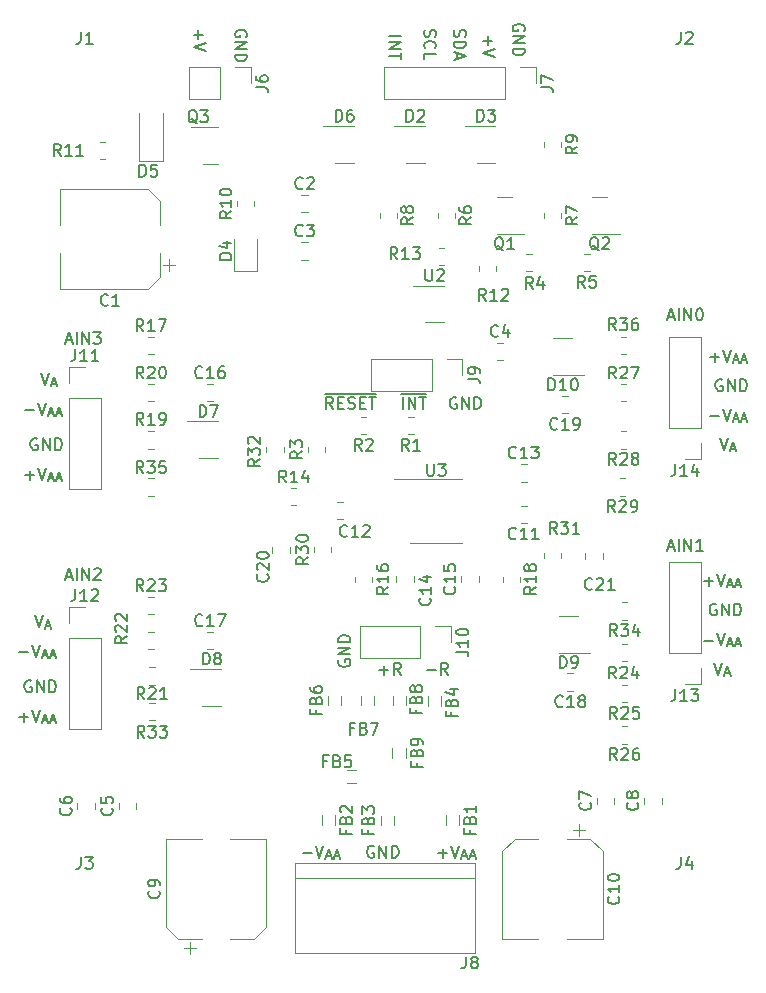
<source format=gbr>
%TF.GenerationSoftware,KiCad,Pcbnew,7.0.5*%
%TF.CreationDate,2023-09-16T15:31:54-07:00*%
%TF.ProjectId,ADS1219Module,41445331-3231-4394-9d6f-64756c652e6b,rev?*%
%TF.SameCoordinates,Original*%
%TF.FileFunction,Legend,Top*%
%TF.FilePolarity,Positive*%
%FSLAX46Y46*%
G04 Gerber Fmt 4.6, Leading zero omitted, Abs format (unit mm)*
G04 Created by KiCad (PCBNEW 7.0.5) date 2023-09-16 15:31:54*
%MOMM*%
%LPD*%
G01*
G04 APERTURE LIST*
%ADD10C,0.150000*%
%ADD11C,0.120000*%
G04 APERTURE END LIST*
D10*
X205336779Y-73988866D02*
X206098684Y-73988866D01*
X205717731Y-74369819D02*
X205717731Y-73607914D01*
X206432017Y-73369819D02*
X206765350Y-74369819D01*
X206765350Y-74369819D02*
X207098683Y-73369819D01*
X207346302Y-74251723D02*
X207727255Y-74251723D01*
X207270112Y-74480295D02*
X207536779Y-73680295D01*
X207536779Y-73680295D02*
X207803445Y-74480295D01*
X208032016Y-74251723D02*
X208412969Y-74251723D01*
X207955826Y-74480295D02*
X208222493Y-73680295D01*
X208222493Y-73680295D02*
X208489159Y-74480295D01*
X201789160Y-90084104D02*
X202265350Y-90084104D01*
X201693922Y-90369819D02*
X202027255Y-89369819D01*
X202027255Y-89369819D02*
X202360588Y-90369819D01*
X202693922Y-90369819D02*
X202693922Y-89369819D01*
X203170112Y-90369819D02*
X203170112Y-89369819D01*
X203170112Y-89369819D02*
X203741540Y-90369819D01*
X203741540Y-90369819D02*
X203741540Y-89369819D01*
X204741540Y-90369819D02*
X204170112Y-90369819D01*
X204455826Y-90369819D02*
X204455826Y-89369819D01*
X204455826Y-89369819D02*
X204360588Y-89512676D01*
X204360588Y-89512676D02*
X204265350Y-89607914D01*
X204265350Y-89607914D02*
X204170112Y-89655533D01*
X173917438Y-99639411D02*
X173869819Y-99734649D01*
X173869819Y-99734649D02*
X173869819Y-99877506D01*
X173869819Y-99877506D02*
X173917438Y-100020363D01*
X173917438Y-100020363D02*
X174012676Y-100115601D01*
X174012676Y-100115601D02*
X174107914Y-100163220D01*
X174107914Y-100163220D02*
X174298390Y-100210839D01*
X174298390Y-100210839D02*
X174441247Y-100210839D01*
X174441247Y-100210839D02*
X174631723Y-100163220D01*
X174631723Y-100163220D02*
X174726961Y-100115601D01*
X174726961Y-100115601D02*
X174822200Y-100020363D01*
X174822200Y-100020363D02*
X174869819Y-99877506D01*
X174869819Y-99877506D02*
X174869819Y-99782268D01*
X174869819Y-99782268D02*
X174822200Y-99639411D01*
X174822200Y-99639411D02*
X174774580Y-99591792D01*
X174774580Y-99591792D02*
X174441247Y-99591792D01*
X174441247Y-99591792D02*
X174441247Y-99782268D01*
X174869819Y-99163220D02*
X173869819Y-99163220D01*
X173869819Y-99163220D02*
X174869819Y-98591792D01*
X174869819Y-98591792D02*
X173869819Y-98591792D01*
X174869819Y-98115601D02*
X173869819Y-98115601D01*
X173869819Y-98115601D02*
X173869819Y-97877506D01*
X173869819Y-97877506D02*
X173917438Y-97734649D01*
X173917438Y-97734649D02*
X174012676Y-97639411D01*
X174012676Y-97639411D02*
X174107914Y-97591792D01*
X174107914Y-97591792D02*
X174298390Y-97544173D01*
X174298390Y-97544173D02*
X174441247Y-97544173D01*
X174441247Y-97544173D02*
X174631723Y-97591792D01*
X174631723Y-97591792D02*
X174726961Y-97639411D01*
X174726961Y-97639411D02*
X174822200Y-97734649D01*
X174822200Y-97734649D02*
X174869819Y-97877506D01*
X174869819Y-97877506D02*
X174869819Y-98115601D01*
X201789160Y-70584104D02*
X202265350Y-70584104D01*
X201693922Y-70869819D02*
X202027255Y-69869819D01*
X202027255Y-69869819D02*
X202360588Y-70869819D01*
X202693922Y-70869819D02*
X202693922Y-69869819D01*
X203170112Y-70869819D02*
X203170112Y-69869819D01*
X203170112Y-69869819D02*
X203741540Y-70869819D01*
X203741540Y-70869819D02*
X203741540Y-69869819D01*
X204408207Y-69869819D02*
X204503445Y-69869819D01*
X204503445Y-69869819D02*
X204598683Y-69917438D01*
X204598683Y-69917438D02*
X204646302Y-69965057D01*
X204646302Y-69965057D02*
X204693921Y-70060295D01*
X204693921Y-70060295D02*
X204741540Y-70250771D01*
X204741540Y-70250771D02*
X204741540Y-70488866D01*
X204741540Y-70488866D02*
X204693921Y-70679342D01*
X204693921Y-70679342D02*
X204646302Y-70774580D01*
X204646302Y-70774580D02*
X204598683Y-70822200D01*
X204598683Y-70822200D02*
X204503445Y-70869819D01*
X204503445Y-70869819D02*
X204408207Y-70869819D01*
X204408207Y-70869819D02*
X204312969Y-70822200D01*
X204312969Y-70822200D02*
X204265350Y-70774580D01*
X204265350Y-70774580D02*
X204217731Y-70679342D01*
X204217731Y-70679342D02*
X204170112Y-70488866D01*
X204170112Y-70488866D02*
X204170112Y-70250771D01*
X204170112Y-70250771D02*
X204217731Y-70060295D01*
X204217731Y-70060295D02*
X204265350Y-69965057D01*
X204265350Y-69965057D02*
X204312969Y-69917438D01*
X204312969Y-69917438D02*
X204408207Y-69869819D01*
X206360588Y-75917438D02*
X206265350Y-75869819D01*
X206265350Y-75869819D02*
X206122493Y-75869819D01*
X206122493Y-75869819D02*
X205979636Y-75917438D01*
X205979636Y-75917438D02*
X205884398Y-76012676D01*
X205884398Y-76012676D02*
X205836779Y-76107914D01*
X205836779Y-76107914D02*
X205789160Y-76298390D01*
X205789160Y-76298390D02*
X205789160Y-76441247D01*
X205789160Y-76441247D02*
X205836779Y-76631723D01*
X205836779Y-76631723D02*
X205884398Y-76726961D01*
X205884398Y-76726961D02*
X205979636Y-76822200D01*
X205979636Y-76822200D02*
X206122493Y-76869819D01*
X206122493Y-76869819D02*
X206217731Y-76869819D01*
X206217731Y-76869819D02*
X206360588Y-76822200D01*
X206360588Y-76822200D02*
X206408207Y-76774580D01*
X206408207Y-76774580D02*
X206408207Y-76441247D01*
X206408207Y-76441247D02*
X206217731Y-76441247D01*
X206836779Y-76869819D02*
X206836779Y-75869819D01*
X206836779Y-75869819D02*
X207408207Y-76869819D01*
X207408207Y-76869819D02*
X207408207Y-75869819D01*
X207884398Y-76869819D02*
X207884398Y-75869819D01*
X207884398Y-75869819D02*
X208122493Y-75869819D01*
X208122493Y-75869819D02*
X208265350Y-75917438D01*
X208265350Y-75917438D02*
X208360588Y-76012676D01*
X208360588Y-76012676D02*
X208408207Y-76107914D01*
X208408207Y-76107914D02*
X208455826Y-76298390D01*
X208455826Y-76298390D02*
X208455826Y-76441247D01*
X208455826Y-76441247D02*
X208408207Y-76631723D01*
X208408207Y-76631723D02*
X208360588Y-76726961D01*
X208360588Y-76726961D02*
X208265350Y-76822200D01*
X208265350Y-76822200D02*
X208122493Y-76869819D01*
X208122493Y-76869819D02*
X207884398Y-76869819D01*
X204836779Y-92988866D02*
X205598684Y-92988866D01*
X205217731Y-93369819D02*
X205217731Y-92607914D01*
X205932017Y-92369819D02*
X206265350Y-93369819D01*
X206265350Y-93369819D02*
X206598683Y-92369819D01*
X206846302Y-93251723D02*
X207227255Y-93251723D01*
X206770112Y-93480295D02*
X207036779Y-92680295D01*
X207036779Y-92680295D02*
X207303445Y-93480295D01*
X207532016Y-93251723D02*
X207912969Y-93251723D01*
X207455826Y-93480295D02*
X207722493Y-92680295D01*
X207722493Y-92680295D02*
X207989159Y-93480295D01*
X183860588Y-77417438D02*
X183765350Y-77369819D01*
X183765350Y-77369819D02*
X183622493Y-77369819D01*
X183622493Y-77369819D02*
X183479636Y-77417438D01*
X183479636Y-77417438D02*
X183384398Y-77512676D01*
X183384398Y-77512676D02*
X183336779Y-77607914D01*
X183336779Y-77607914D02*
X183289160Y-77798390D01*
X183289160Y-77798390D02*
X183289160Y-77941247D01*
X183289160Y-77941247D02*
X183336779Y-78131723D01*
X183336779Y-78131723D02*
X183384398Y-78226961D01*
X183384398Y-78226961D02*
X183479636Y-78322200D01*
X183479636Y-78322200D02*
X183622493Y-78369819D01*
X183622493Y-78369819D02*
X183717731Y-78369819D01*
X183717731Y-78369819D02*
X183860588Y-78322200D01*
X183860588Y-78322200D02*
X183908207Y-78274580D01*
X183908207Y-78274580D02*
X183908207Y-77941247D01*
X183908207Y-77941247D02*
X183717731Y-77941247D01*
X184336779Y-78369819D02*
X184336779Y-77369819D01*
X184336779Y-77369819D02*
X184908207Y-78369819D01*
X184908207Y-78369819D02*
X184908207Y-77369819D01*
X185384398Y-78369819D02*
X185384398Y-77369819D01*
X185384398Y-77369819D02*
X185622493Y-77369819D01*
X185622493Y-77369819D02*
X185765350Y-77417438D01*
X185765350Y-77417438D02*
X185860588Y-77512676D01*
X185860588Y-77512676D02*
X185908207Y-77607914D01*
X185908207Y-77607914D02*
X185955826Y-77798390D01*
X185955826Y-77798390D02*
X185955826Y-77941247D01*
X185955826Y-77941247D02*
X185908207Y-78131723D01*
X185908207Y-78131723D02*
X185860588Y-78226961D01*
X185860588Y-78226961D02*
X185765350Y-78322200D01*
X185765350Y-78322200D02*
X185622493Y-78369819D01*
X185622493Y-78369819D02*
X185384398Y-78369819D01*
X189582561Y-46360588D02*
X189630180Y-46265350D01*
X189630180Y-46265350D02*
X189630180Y-46122493D01*
X189630180Y-46122493D02*
X189582561Y-45979636D01*
X189582561Y-45979636D02*
X189487323Y-45884398D01*
X189487323Y-45884398D02*
X189392085Y-45836779D01*
X189392085Y-45836779D02*
X189201609Y-45789160D01*
X189201609Y-45789160D02*
X189058752Y-45789160D01*
X189058752Y-45789160D02*
X188868276Y-45836779D01*
X188868276Y-45836779D02*
X188773038Y-45884398D01*
X188773038Y-45884398D02*
X188677800Y-45979636D01*
X188677800Y-45979636D02*
X188630180Y-46122493D01*
X188630180Y-46122493D02*
X188630180Y-46217731D01*
X188630180Y-46217731D02*
X188677800Y-46360588D01*
X188677800Y-46360588D02*
X188725419Y-46408207D01*
X188725419Y-46408207D02*
X189058752Y-46408207D01*
X189058752Y-46408207D02*
X189058752Y-46217731D01*
X188630180Y-46836779D02*
X189630180Y-46836779D01*
X189630180Y-46836779D02*
X188630180Y-47408207D01*
X188630180Y-47408207D02*
X189630180Y-47408207D01*
X188630180Y-47884398D02*
X189630180Y-47884398D01*
X189630180Y-47884398D02*
X189630180Y-48122493D01*
X189630180Y-48122493D02*
X189582561Y-48265350D01*
X189582561Y-48265350D02*
X189487323Y-48360588D01*
X189487323Y-48360588D02*
X189392085Y-48408207D01*
X189392085Y-48408207D02*
X189201609Y-48455826D01*
X189201609Y-48455826D02*
X189058752Y-48455826D01*
X189058752Y-48455826D02*
X188868276Y-48408207D01*
X188868276Y-48408207D02*
X188773038Y-48360588D01*
X188773038Y-48360588D02*
X188677800Y-48265350D01*
X188677800Y-48265350D02*
X188630180Y-48122493D01*
X188630180Y-48122493D02*
X188630180Y-47884398D01*
X146836779Y-98988866D02*
X147598684Y-98988866D01*
X147932017Y-98369819D02*
X148265350Y-99369819D01*
X148265350Y-99369819D02*
X148598683Y-98369819D01*
X148846302Y-99251723D02*
X149227255Y-99251723D01*
X148770112Y-99480295D02*
X149036779Y-98680295D01*
X149036779Y-98680295D02*
X149303445Y-99480295D01*
X149532016Y-99251723D02*
X149912969Y-99251723D01*
X149455826Y-99480295D02*
X149722493Y-98680295D01*
X149722493Y-98680295D02*
X149989159Y-99480295D01*
X148360588Y-80917438D02*
X148265350Y-80869819D01*
X148265350Y-80869819D02*
X148122493Y-80869819D01*
X148122493Y-80869819D02*
X147979636Y-80917438D01*
X147979636Y-80917438D02*
X147884398Y-81012676D01*
X147884398Y-81012676D02*
X147836779Y-81107914D01*
X147836779Y-81107914D02*
X147789160Y-81298390D01*
X147789160Y-81298390D02*
X147789160Y-81441247D01*
X147789160Y-81441247D02*
X147836779Y-81631723D01*
X147836779Y-81631723D02*
X147884398Y-81726961D01*
X147884398Y-81726961D02*
X147979636Y-81822200D01*
X147979636Y-81822200D02*
X148122493Y-81869819D01*
X148122493Y-81869819D02*
X148217731Y-81869819D01*
X148217731Y-81869819D02*
X148360588Y-81822200D01*
X148360588Y-81822200D02*
X148408207Y-81774580D01*
X148408207Y-81774580D02*
X148408207Y-81441247D01*
X148408207Y-81441247D02*
X148217731Y-81441247D01*
X148836779Y-81869819D02*
X148836779Y-80869819D01*
X148836779Y-80869819D02*
X149408207Y-81869819D01*
X149408207Y-81869819D02*
X149408207Y-80869819D01*
X149884398Y-81869819D02*
X149884398Y-80869819D01*
X149884398Y-80869819D02*
X150122493Y-80869819D01*
X150122493Y-80869819D02*
X150265350Y-80917438D01*
X150265350Y-80917438D02*
X150360588Y-81012676D01*
X150360588Y-81012676D02*
X150408207Y-81107914D01*
X150408207Y-81107914D02*
X150455826Y-81298390D01*
X150455826Y-81298390D02*
X150455826Y-81441247D01*
X150455826Y-81441247D02*
X150408207Y-81631723D01*
X150408207Y-81631723D02*
X150360588Y-81726961D01*
X150360588Y-81726961D02*
X150265350Y-81822200D01*
X150265350Y-81822200D02*
X150122493Y-81869819D01*
X150122493Y-81869819D02*
X149884398Y-81869819D01*
X150789160Y-92584104D02*
X151265350Y-92584104D01*
X150693922Y-92869819D02*
X151027255Y-91869819D01*
X151027255Y-91869819D02*
X151360588Y-92869819D01*
X151693922Y-92869819D02*
X151693922Y-91869819D01*
X152170112Y-92869819D02*
X152170112Y-91869819D01*
X152170112Y-91869819D02*
X152741540Y-92869819D01*
X152741540Y-92869819D02*
X152741540Y-91869819D01*
X153170112Y-91965057D02*
X153217731Y-91917438D01*
X153217731Y-91917438D02*
X153312969Y-91869819D01*
X153312969Y-91869819D02*
X153551064Y-91869819D01*
X153551064Y-91869819D02*
X153646302Y-91917438D01*
X153646302Y-91917438D02*
X153693921Y-91965057D01*
X153693921Y-91965057D02*
X153741540Y-92060295D01*
X153741540Y-92060295D02*
X153741540Y-92155533D01*
X153741540Y-92155533D02*
X153693921Y-92298390D01*
X153693921Y-92298390D02*
X153122493Y-92869819D01*
X153122493Y-92869819D02*
X153741540Y-92869819D01*
X179336779Y-78369819D02*
X179336779Y-77369819D01*
X179812969Y-78369819D02*
X179812969Y-77369819D01*
X179812969Y-77369819D02*
X180384397Y-78369819D01*
X180384397Y-78369819D02*
X180384397Y-77369819D01*
X180717731Y-77369819D02*
X181289159Y-77369819D01*
X181003445Y-78369819D02*
X181003445Y-77369819D01*
X179198684Y-77092200D02*
X181284398Y-77092200D01*
X204836779Y-97988866D02*
X205598684Y-97988866D01*
X205932017Y-97369819D02*
X206265350Y-98369819D01*
X206265350Y-98369819D02*
X206598683Y-97369819D01*
X206846302Y-98251723D02*
X207227255Y-98251723D01*
X206770112Y-98480295D02*
X207036779Y-97680295D01*
X207036779Y-97680295D02*
X207303445Y-98480295D01*
X207532016Y-98251723D02*
X207912969Y-98251723D01*
X207455826Y-98480295D02*
X207722493Y-97680295D01*
X207722493Y-97680295D02*
X207989159Y-98480295D01*
X181336779Y-100488866D02*
X182098684Y-100488866D01*
X183146302Y-100869819D02*
X182812969Y-100393628D01*
X182574874Y-100869819D02*
X182574874Y-99869819D01*
X182574874Y-99869819D02*
X182955826Y-99869819D01*
X182955826Y-99869819D02*
X183051064Y-99917438D01*
X183051064Y-99917438D02*
X183098683Y-99965057D01*
X183098683Y-99965057D02*
X183146302Y-100060295D01*
X183146302Y-100060295D02*
X183146302Y-100203152D01*
X183146302Y-100203152D02*
X183098683Y-100298390D01*
X183098683Y-100298390D02*
X183051064Y-100346009D01*
X183051064Y-100346009D02*
X182955826Y-100393628D01*
X182955826Y-100393628D02*
X182574874Y-100393628D01*
X150789160Y-72584104D02*
X151265350Y-72584104D01*
X150693922Y-72869819D02*
X151027255Y-71869819D01*
X151027255Y-71869819D02*
X151360588Y-72869819D01*
X151693922Y-72869819D02*
X151693922Y-71869819D01*
X152170112Y-72869819D02*
X152170112Y-71869819D01*
X152170112Y-71869819D02*
X152741540Y-72869819D01*
X152741540Y-72869819D02*
X152741540Y-71869819D01*
X153122493Y-71869819D02*
X153741540Y-71869819D01*
X153741540Y-71869819D02*
X153408207Y-72250771D01*
X153408207Y-72250771D02*
X153551064Y-72250771D01*
X153551064Y-72250771D02*
X153646302Y-72298390D01*
X153646302Y-72298390D02*
X153693921Y-72346009D01*
X153693921Y-72346009D02*
X153741540Y-72441247D01*
X153741540Y-72441247D02*
X153741540Y-72679342D01*
X153741540Y-72679342D02*
X153693921Y-72774580D01*
X153693921Y-72774580D02*
X153646302Y-72822200D01*
X153646302Y-72822200D02*
X153551064Y-72869819D01*
X153551064Y-72869819D02*
X153265350Y-72869819D01*
X153265350Y-72869819D02*
X153170112Y-72822200D01*
X153170112Y-72822200D02*
X153122493Y-72774580D01*
X178130180Y-46836779D02*
X179130180Y-46836779D01*
X178130180Y-47312969D02*
X179130180Y-47312969D01*
X179130180Y-47312969D02*
X178130180Y-47884397D01*
X178130180Y-47884397D02*
X179130180Y-47884397D01*
X179130180Y-48217731D02*
X179130180Y-48789159D01*
X178130180Y-48503445D02*
X179130180Y-48503445D01*
X170836779Y-115988866D02*
X171598684Y-115988866D01*
X171932017Y-115369819D02*
X172265350Y-116369819D01*
X172265350Y-116369819D02*
X172598683Y-115369819D01*
X172846302Y-116251723D02*
X173227255Y-116251723D01*
X172770112Y-116480295D02*
X173036779Y-115680295D01*
X173036779Y-115680295D02*
X173303445Y-116480295D01*
X173532016Y-116251723D02*
X173912969Y-116251723D01*
X173455826Y-116480295D02*
X173722493Y-115680295D01*
X173722493Y-115680295D02*
X173989159Y-116480295D01*
X183677800Y-46289160D02*
X183630180Y-46432017D01*
X183630180Y-46432017D02*
X183630180Y-46670112D01*
X183630180Y-46670112D02*
X183677800Y-46765350D01*
X183677800Y-46765350D02*
X183725419Y-46812969D01*
X183725419Y-46812969D02*
X183820657Y-46860588D01*
X183820657Y-46860588D02*
X183915895Y-46860588D01*
X183915895Y-46860588D02*
X184011133Y-46812969D01*
X184011133Y-46812969D02*
X184058752Y-46765350D01*
X184058752Y-46765350D02*
X184106371Y-46670112D01*
X184106371Y-46670112D02*
X184153990Y-46479636D01*
X184153990Y-46479636D02*
X184201609Y-46384398D01*
X184201609Y-46384398D02*
X184249228Y-46336779D01*
X184249228Y-46336779D02*
X184344466Y-46289160D01*
X184344466Y-46289160D02*
X184439704Y-46289160D01*
X184439704Y-46289160D02*
X184534942Y-46336779D01*
X184534942Y-46336779D02*
X184582561Y-46384398D01*
X184582561Y-46384398D02*
X184630180Y-46479636D01*
X184630180Y-46479636D02*
X184630180Y-46717731D01*
X184630180Y-46717731D02*
X184582561Y-46860588D01*
X183630180Y-47289160D02*
X184630180Y-47289160D01*
X184630180Y-47289160D02*
X184630180Y-47527255D01*
X184630180Y-47527255D02*
X184582561Y-47670112D01*
X184582561Y-47670112D02*
X184487323Y-47765350D01*
X184487323Y-47765350D02*
X184392085Y-47812969D01*
X184392085Y-47812969D02*
X184201609Y-47860588D01*
X184201609Y-47860588D02*
X184058752Y-47860588D01*
X184058752Y-47860588D02*
X183868276Y-47812969D01*
X183868276Y-47812969D02*
X183773038Y-47765350D01*
X183773038Y-47765350D02*
X183677800Y-47670112D01*
X183677800Y-47670112D02*
X183630180Y-47527255D01*
X183630180Y-47527255D02*
X183630180Y-47289160D01*
X183915895Y-48241541D02*
X183915895Y-48717731D01*
X183630180Y-48146303D02*
X184630180Y-48479636D01*
X184630180Y-48479636D02*
X183630180Y-48812969D01*
X181177800Y-46289160D02*
X181130180Y-46432017D01*
X181130180Y-46432017D02*
X181130180Y-46670112D01*
X181130180Y-46670112D02*
X181177800Y-46765350D01*
X181177800Y-46765350D02*
X181225419Y-46812969D01*
X181225419Y-46812969D02*
X181320657Y-46860588D01*
X181320657Y-46860588D02*
X181415895Y-46860588D01*
X181415895Y-46860588D02*
X181511133Y-46812969D01*
X181511133Y-46812969D02*
X181558752Y-46765350D01*
X181558752Y-46765350D02*
X181606371Y-46670112D01*
X181606371Y-46670112D02*
X181653990Y-46479636D01*
X181653990Y-46479636D02*
X181701609Y-46384398D01*
X181701609Y-46384398D02*
X181749228Y-46336779D01*
X181749228Y-46336779D02*
X181844466Y-46289160D01*
X181844466Y-46289160D02*
X181939704Y-46289160D01*
X181939704Y-46289160D02*
X182034942Y-46336779D01*
X182034942Y-46336779D02*
X182082561Y-46384398D01*
X182082561Y-46384398D02*
X182130180Y-46479636D01*
X182130180Y-46479636D02*
X182130180Y-46717731D01*
X182130180Y-46717731D02*
X182082561Y-46860588D01*
X181225419Y-47860588D02*
X181177800Y-47812969D01*
X181177800Y-47812969D02*
X181130180Y-47670112D01*
X181130180Y-47670112D02*
X181130180Y-47574874D01*
X181130180Y-47574874D02*
X181177800Y-47432017D01*
X181177800Y-47432017D02*
X181273038Y-47336779D01*
X181273038Y-47336779D02*
X181368276Y-47289160D01*
X181368276Y-47289160D02*
X181558752Y-47241541D01*
X181558752Y-47241541D02*
X181701609Y-47241541D01*
X181701609Y-47241541D02*
X181892085Y-47289160D01*
X181892085Y-47289160D02*
X181987323Y-47336779D01*
X181987323Y-47336779D02*
X182082561Y-47432017D01*
X182082561Y-47432017D02*
X182130180Y-47574874D01*
X182130180Y-47574874D02*
X182130180Y-47670112D01*
X182130180Y-47670112D02*
X182082561Y-47812969D01*
X182082561Y-47812969D02*
X182034942Y-47860588D01*
X181130180Y-48765350D02*
X181130180Y-48289160D01*
X181130180Y-48289160D02*
X182130180Y-48289160D01*
X177336779Y-100488866D02*
X178098684Y-100488866D01*
X177717731Y-100869819D02*
X177717731Y-100107914D01*
X179146302Y-100869819D02*
X178812969Y-100393628D01*
X178574874Y-100869819D02*
X178574874Y-99869819D01*
X178574874Y-99869819D02*
X178955826Y-99869819D01*
X178955826Y-99869819D02*
X179051064Y-99917438D01*
X179051064Y-99917438D02*
X179098683Y-99965057D01*
X179098683Y-99965057D02*
X179146302Y-100060295D01*
X179146302Y-100060295D02*
X179146302Y-100203152D01*
X179146302Y-100203152D02*
X179098683Y-100298390D01*
X179098683Y-100298390D02*
X179051064Y-100346009D01*
X179051064Y-100346009D02*
X178955826Y-100393628D01*
X178955826Y-100393628D02*
X178574874Y-100393628D01*
X176860588Y-115417438D02*
X176765350Y-115369819D01*
X176765350Y-115369819D02*
X176622493Y-115369819D01*
X176622493Y-115369819D02*
X176479636Y-115417438D01*
X176479636Y-115417438D02*
X176384398Y-115512676D01*
X176384398Y-115512676D02*
X176336779Y-115607914D01*
X176336779Y-115607914D02*
X176289160Y-115798390D01*
X176289160Y-115798390D02*
X176289160Y-115941247D01*
X176289160Y-115941247D02*
X176336779Y-116131723D01*
X176336779Y-116131723D02*
X176384398Y-116226961D01*
X176384398Y-116226961D02*
X176479636Y-116322200D01*
X176479636Y-116322200D02*
X176622493Y-116369819D01*
X176622493Y-116369819D02*
X176717731Y-116369819D01*
X176717731Y-116369819D02*
X176860588Y-116322200D01*
X176860588Y-116322200D02*
X176908207Y-116274580D01*
X176908207Y-116274580D02*
X176908207Y-115941247D01*
X176908207Y-115941247D02*
X176717731Y-115941247D01*
X177336779Y-116369819D02*
X177336779Y-115369819D01*
X177336779Y-115369819D02*
X177908207Y-116369819D01*
X177908207Y-116369819D02*
X177908207Y-115369819D01*
X178384398Y-116369819D02*
X178384398Y-115369819D01*
X178384398Y-115369819D02*
X178622493Y-115369819D01*
X178622493Y-115369819D02*
X178765350Y-115417438D01*
X178765350Y-115417438D02*
X178860588Y-115512676D01*
X178860588Y-115512676D02*
X178908207Y-115607914D01*
X178908207Y-115607914D02*
X178955826Y-115798390D01*
X178955826Y-115798390D02*
X178955826Y-115941247D01*
X178955826Y-115941247D02*
X178908207Y-116131723D01*
X178908207Y-116131723D02*
X178860588Y-116226961D01*
X178860588Y-116226961D02*
X178765350Y-116322200D01*
X178765350Y-116322200D02*
X178622493Y-116369819D01*
X178622493Y-116369819D02*
X178384398Y-116369819D01*
X205336779Y-78988866D02*
X206098684Y-78988866D01*
X206432017Y-78369819D02*
X206765350Y-79369819D01*
X206765350Y-79369819D02*
X207098683Y-78369819D01*
X207346302Y-79251723D02*
X207727255Y-79251723D01*
X207270112Y-79480295D02*
X207536779Y-78680295D01*
X207536779Y-78680295D02*
X207803445Y-79480295D01*
X208032016Y-79251723D02*
X208412969Y-79251723D01*
X207955826Y-79480295D02*
X208222493Y-78680295D01*
X208222493Y-78680295D02*
X208489159Y-79480295D01*
X205860588Y-94917438D02*
X205765350Y-94869819D01*
X205765350Y-94869819D02*
X205622493Y-94869819D01*
X205622493Y-94869819D02*
X205479636Y-94917438D01*
X205479636Y-94917438D02*
X205384398Y-95012676D01*
X205384398Y-95012676D02*
X205336779Y-95107914D01*
X205336779Y-95107914D02*
X205289160Y-95298390D01*
X205289160Y-95298390D02*
X205289160Y-95441247D01*
X205289160Y-95441247D02*
X205336779Y-95631723D01*
X205336779Y-95631723D02*
X205384398Y-95726961D01*
X205384398Y-95726961D02*
X205479636Y-95822200D01*
X205479636Y-95822200D02*
X205622493Y-95869819D01*
X205622493Y-95869819D02*
X205717731Y-95869819D01*
X205717731Y-95869819D02*
X205860588Y-95822200D01*
X205860588Y-95822200D02*
X205908207Y-95774580D01*
X205908207Y-95774580D02*
X205908207Y-95441247D01*
X205908207Y-95441247D02*
X205717731Y-95441247D01*
X206336779Y-95869819D02*
X206336779Y-94869819D01*
X206336779Y-94869819D02*
X206908207Y-95869819D01*
X206908207Y-95869819D02*
X206908207Y-94869819D01*
X207384398Y-95869819D02*
X207384398Y-94869819D01*
X207384398Y-94869819D02*
X207622493Y-94869819D01*
X207622493Y-94869819D02*
X207765350Y-94917438D01*
X207765350Y-94917438D02*
X207860588Y-95012676D01*
X207860588Y-95012676D02*
X207908207Y-95107914D01*
X207908207Y-95107914D02*
X207955826Y-95298390D01*
X207955826Y-95298390D02*
X207955826Y-95441247D01*
X207955826Y-95441247D02*
X207908207Y-95631723D01*
X207908207Y-95631723D02*
X207860588Y-95726961D01*
X207860588Y-95726961D02*
X207765350Y-95822200D01*
X207765350Y-95822200D02*
X207622493Y-95869819D01*
X207622493Y-95869819D02*
X207384398Y-95869819D01*
X147336779Y-78488866D02*
X148098684Y-78488866D01*
X148432017Y-77869819D02*
X148765350Y-78869819D01*
X148765350Y-78869819D02*
X149098683Y-77869819D01*
X149346302Y-78751723D02*
X149727255Y-78751723D01*
X149270112Y-78980295D02*
X149536779Y-78180295D01*
X149536779Y-78180295D02*
X149803445Y-78980295D01*
X150032016Y-78751723D02*
X150412969Y-78751723D01*
X149955826Y-78980295D02*
X150222493Y-78180295D01*
X150222493Y-78180295D02*
X150489159Y-78980295D01*
X147336779Y-83988866D02*
X148098684Y-83988866D01*
X147717731Y-84369819D02*
X147717731Y-83607914D01*
X148432017Y-83369819D02*
X148765350Y-84369819D01*
X148765350Y-84369819D02*
X149098683Y-83369819D01*
X149346302Y-84251723D02*
X149727255Y-84251723D01*
X149270112Y-84480295D02*
X149536779Y-83680295D01*
X149536779Y-83680295D02*
X149803445Y-84480295D01*
X150032016Y-84251723D02*
X150412969Y-84251723D01*
X149955826Y-84480295D02*
X150222493Y-83680295D01*
X150222493Y-83680295D02*
X150489159Y-84480295D01*
X166082561Y-46860588D02*
X166130180Y-46765350D01*
X166130180Y-46765350D02*
X166130180Y-46622493D01*
X166130180Y-46622493D02*
X166082561Y-46479636D01*
X166082561Y-46479636D02*
X165987323Y-46384398D01*
X165987323Y-46384398D02*
X165892085Y-46336779D01*
X165892085Y-46336779D02*
X165701609Y-46289160D01*
X165701609Y-46289160D02*
X165558752Y-46289160D01*
X165558752Y-46289160D02*
X165368276Y-46336779D01*
X165368276Y-46336779D02*
X165273038Y-46384398D01*
X165273038Y-46384398D02*
X165177800Y-46479636D01*
X165177800Y-46479636D02*
X165130180Y-46622493D01*
X165130180Y-46622493D02*
X165130180Y-46717731D01*
X165130180Y-46717731D02*
X165177800Y-46860588D01*
X165177800Y-46860588D02*
X165225419Y-46908207D01*
X165225419Y-46908207D02*
X165558752Y-46908207D01*
X165558752Y-46908207D02*
X165558752Y-46717731D01*
X165130180Y-47336779D02*
X166130180Y-47336779D01*
X166130180Y-47336779D02*
X165130180Y-47908207D01*
X165130180Y-47908207D02*
X166130180Y-47908207D01*
X165130180Y-48384398D02*
X166130180Y-48384398D01*
X166130180Y-48384398D02*
X166130180Y-48622493D01*
X166130180Y-48622493D02*
X166082561Y-48765350D01*
X166082561Y-48765350D02*
X165987323Y-48860588D01*
X165987323Y-48860588D02*
X165892085Y-48908207D01*
X165892085Y-48908207D02*
X165701609Y-48955826D01*
X165701609Y-48955826D02*
X165558752Y-48955826D01*
X165558752Y-48955826D02*
X165368276Y-48908207D01*
X165368276Y-48908207D02*
X165273038Y-48860588D01*
X165273038Y-48860588D02*
X165177800Y-48765350D01*
X165177800Y-48765350D02*
X165130180Y-48622493D01*
X165130180Y-48622493D02*
X165130180Y-48384398D01*
X186511133Y-46836779D02*
X186511133Y-47598684D01*
X186130180Y-47217731D02*
X186892085Y-47217731D01*
X187130180Y-47932017D02*
X186130180Y-48265350D01*
X186130180Y-48265350D02*
X187130180Y-48598683D01*
X148193922Y-95869819D02*
X148527255Y-96869819D01*
X148527255Y-96869819D02*
X148860588Y-95869819D01*
X149108207Y-96751723D02*
X149489160Y-96751723D01*
X149032017Y-96980295D02*
X149298684Y-96180295D01*
X149298684Y-96180295D02*
X149565350Y-96980295D01*
X173408207Y-78369819D02*
X173074874Y-77893628D01*
X172836779Y-78369819D02*
X172836779Y-77369819D01*
X172836779Y-77369819D02*
X173217731Y-77369819D01*
X173217731Y-77369819D02*
X173312969Y-77417438D01*
X173312969Y-77417438D02*
X173360588Y-77465057D01*
X173360588Y-77465057D02*
X173408207Y-77560295D01*
X173408207Y-77560295D02*
X173408207Y-77703152D01*
X173408207Y-77703152D02*
X173360588Y-77798390D01*
X173360588Y-77798390D02*
X173312969Y-77846009D01*
X173312969Y-77846009D02*
X173217731Y-77893628D01*
X173217731Y-77893628D02*
X172836779Y-77893628D01*
X173836779Y-77846009D02*
X174170112Y-77846009D01*
X174312969Y-78369819D02*
X173836779Y-78369819D01*
X173836779Y-78369819D02*
X173836779Y-77369819D01*
X173836779Y-77369819D02*
X174312969Y-77369819D01*
X174693922Y-78322200D02*
X174836779Y-78369819D01*
X174836779Y-78369819D02*
X175074874Y-78369819D01*
X175074874Y-78369819D02*
X175170112Y-78322200D01*
X175170112Y-78322200D02*
X175217731Y-78274580D01*
X175217731Y-78274580D02*
X175265350Y-78179342D01*
X175265350Y-78179342D02*
X175265350Y-78084104D01*
X175265350Y-78084104D02*
X175217731Y-77988866D01*
X175217731Y-77988866D02*
X175170112Y-77941247D01*
X175170112Y-77941247D02*
X175074874Y-77893628D01*
X175074874Y-77893628D02*
X174884398Y-77846009D01*
X174884398Y-77846009D02*
X174789160Y-77798390D01*
X174789160Y-77798390D02*
X174741541Y-77750771D01*
X174741541Y-77750771D02*
X174693922Y-77655533D01*
X174693922Y-77655533D02*
X174693922Y-77560295D01*
X174693922Y-77560295D02*
X174741541Y-77465057D01*
X174741541Y-77465057D02*
X174789160Y-77417438D01*
X174789160Y-77417438D02*
X174884398Y-77369819D01*
X174884398Y-77369819D02*
X175122493Y-77369819D01*
X175122493Y-77369819D02*
X175265350Y-77417438D01*
X175693922Y-77846009D02*
X176027255Y-77846009D01*
X176170112Y-78369819D02*
X175693922Y-78369819D01*
X175693922Y-78369819D02*
X175693922Y-77369819D01*
X175693922Y-77369819D02*
X176170112Y-77369819D01*
X176455827Y-77369819D02*
X177027255Y-77369819D01*
X176741541Y-78369819D02*
X176741541Y-77369819D01*
X172698684Y-77092200D02*
X177022494Y-77092200D01*
X148693922Y-75369819D02*
X149027255Y-76369819D01*
X149027255Y-76369819D02*
X149360588Y-75369819D01*
X149608207Y-76251723D02*
X149989160Y-76251723D01*
X149532017Y-76480295D02*
X149798684Y-75680295D01*
X149798684Y-75680295D02*
X150065350Y-76480295D01*
X205693922Y-99869819D02*
X206027255Y-100869819D01*
X206027255Y-100869819D02*
X206360588Y-99869819D01*
X206608207Y-100751723D02*
X206989160Y-100751723D01*
X206532017Y-100980295D02*
X206798684Y-100180295D01*
X206798684Y-100180295D02*
X207065350Y-100980295D01*
X146836779Y-104488866D02*
X147598684Y-104488866D01*
X147217731Y-104869819D02*
X147217731Y-104107914D01*
X147932017Y-103869819D02*
X148265350Y-104869819D01*
X148265350Y-104869819D02*
X148598683Y-103869819D01*
X148846302Y-104751723D02*
X149227255Y-104751723D01*
X148770112Y-104980295D02*
X149036779Y-104180295D01*
X149036779Y-104180295D02*
X149303445Y-104980295D01*
X149532016Y-104751723D02*
X149912969Y-104751723D01*
X149455826Y-104980295D02*
X149722493Y-104180295D01*
X149722493Y-104180295D02*
X149989159Y-104980295D01*
X182336779Y-115988866D02*
X183098684Y-115988866D01*
X182717731Y-116369819D02*
X182717731Y-115607914D01*
X183432017Y-115369819D02*
X183765350Y-116369819D01*
X183765350Y-116369819D02*
X184098683Y-115369819D01*
X184346302Y-116251723D02*
X184727255Y-116251723D01*
X184270112Y-116480295D02*
X184536779Y-115680295D01*
X184536779Y-115680295D02*
X184803445Y-116480295D01*
X185032016Y-116251723D02*
X185412969Y-116251723D01*
X184955826Y-116480295D02*
X185222493Y-115680295D01*
X185222493Y-115680295D02*
X185489159Y-116480295D01*
X162011133Y-46336779D02*
X162011133Y-47098684D01*
X161630180Y-46717731D02*
X162392085Y-46717731D01*
X162630180Y-47432017D02*
X161630180Y-47765350D01*
X161630180Y-47765350D02*
X162630180Y-48098683D01*
X147860588Y-101417438D02*
X147765350Y-101369819D01*
X147765350Y-101369819D02*
X147622493Y-101369819D01*
X147622493Y-101369819D02*
X147479636Y-101417438D01*
X147479636Y-101417438D02*
X147384398Y-101512676D01*
X147384398Y-101512676D02*
X147336779Y-101607914D01*
X147336779Y-101607914D02*
X147289160Y-101798390D01*
X147289160Y-101798390D02*
X147289160Y-101941247D01*
X147289160Y-101941247D02*
X147336779Y-102131723D01*
X147336779Y-102131723D02*
X147384398Y-102226961D01*
X147384398Y-102226961D02*
X147479636Y-102322200D01*
X147479636Y-102322200D02*
X147622493Y-102369819D01*
X147622493Y-102369819D02*
X147717731Y-102369819D01*
X147717731Y-102369819D02*
X147860588Y-102322200D01*
X147860588Y-102322200D02*
X147908207Y-102274580D01*
X147908207Y-102274580D02*
X147908207Y-101941247D01*
X147908207Y-101941247D02*
X147717731Y-101941247D01*
X148336779Y-102369819D02*
X148336779Y-101369819D01*
X148336779Y-101369819D02*
X148908207Y-102369819D01*
X148908207Y-102369819D02*
X148908207Y-101369819D01*
X149384398Y-102369819D02*
X149384398Y-101369819D01*
X149384398Y-101369819D02*
X149622493Y-101369819D01*
X149622493Y-101369819D02*
X149765350Y-101417438D01*
X149765350Y-101417438D02*
X149860588Y-101512676D01*
X149860588Y-101512676D02*
X149908207Y-101607914D01*
X149908207Y-101607914D02*
X149955826Y-101798390D01*
X149955826Y-101798390D02*
X149955826Y-101941247D01*
X149955826Y-101941247D02*
X149908207Y-102131723D01*
X149908207Y-102131723D02*
X149860588Y-102226961D01*
X149860588Y-102226961D02*
X149765350Y-102322200D01*
X149765350Y-102322200D02*
X149622493Y-102369819D01*
X149622493Y-102369819D02*
X149384398Y-102369819D01*
X206193922Y-80869819D02*
X206527255Y-81869819D01*
X206527255Y-81869819D02*
X206860588Y-80869819D01*
X207108207Y-81751723D02*
X207489160Y-81751723D01*
X207032017Y-81980295D02*
X207298684Y-81180295D01*
X207298684Y-81180295D02*
X207565350Y-81980295D01*
%TO.C,R27*%
X197357142Y-75804819D02*
X197023809Y-75328628D01*
X196785714Y-75804819D02*
X196785714Y-74804819D01*
X196785714Y-74804819D02*
X197166666Y-74804819D01*
X197166666Y-74804819D02*
X197261904Y-74852438D01*
X197261904Y-74852438D02*
X197309523Y-74900057D01*
X197309523Y-74900057D02*
X197357142Y-74995295D01*
X197357142Y-74995295D02*
X197357142Y-75138152D01*
X197357142Y-75138152D02*
X197309523Y-75233390D01*
X197309523Y-75233390D02*
X197261904Y-75281009D01*
X197261904Y-75281009D02*
X197166666Y-75328628D01*
X197166666Y-75328628D02*
X196785714Y-75328628D01*
X197738095Y-74900057D02*
X197785714Y-74852438D01*
X197785714Y-74852438D02*
X197880952Y-74804819D01*
X197880952Y-74804819D02*
X198119047Y-74804819D01*
X198119047Y-74804819D02*
X198214285Y-74852438D01*
X198214285Y-74852438D02*
X198261904Y-74900057D01*
X198261904Y-74900057D02*
X198309523Y-74995295D01*
X198309523Y-74995295D02*
X198309523Y-75090533D01*
X198309523Y-75090533D02*
X198261904Y-75233390D01*
X198261904Y-75233390D02*
X197690476Y-75804819D01*
X197690476Y-75804819D02*
X198309523Y-75804819D01*
X198642857Y-74804819D02*
X199309523Y-74804819D01*
X199309523Y-74804819D02*
X198880952Y-75804819D01*
%TO.C,C19*%
X192407142Y-80039580D02*
X192359523Y-80087200D01*
X192359523Y-80087200D02*
X192216666Y-80134819D01*
X192216666Y-80134819D02*
X192121428Y-80134819D01*
X192121428Y-80134819D02*
X191978571Y-80087200D01*
X191978571Y-80087200D02*
X191883333Y-79991961D01*
X191883333Y-79991961D02*
X191835714Y-79896723D01*
X191835714Y-79896723D02*
X191788095Y-79706247D01*
X191788095Y-79706247D02*
X191788095Y-79563390D01*
X191788095Y-79563390D02*
X191835714Y-79372914D01*
X191835714Y-79372914D02*
X191883333Y-79277676D01*
X191883333Y-79277676D02*
X191978571Y-79182438D01*
X191978571Y-79182438D02*
X192121428Y-79134819D01*
X192121428Y-79134819D02*
X192216666Y-79134819D01*
X192216666Y-79134819D02*
X192359523Y-79182438D01*
X192359523Y-79182438D02*
X192407142Y-79230057D01*
X193359523Y-80134819D02*
X192788095Y-80134819D01*
X193073809Y-80134819D02*
X193073809Y-79134819D01*
X193073809Y-79134819D02*
X192978571Y-79277676D01*
X192978571Y-79277676D02*
X192883333Y-79372914D01*
X192883333Y-79372914D02*
X192788095Y-79420533D01*
X193835714Y-80134819D02*
X194026190Y-80134819D01*
X194026190Y-80134819D02*
X194121428Y-80087200D01*
X194121428Y-80087200D02*
X194169047Y-80039580D01*
X194169047Y-80039580D02*
X194264285Y-79896723D01*
X194264285Y-79896723D02*
X194311904Y-79706247D01*
X194311904Y-79706247D02*
X194311904Y-79325295D01*
X194311904Y-79325295D02*
X194264285Y-79230057D01*
X194264285Y-79230057D02*
X194216666Y-79182438D01*
X194216666Y-79182438D02*
X194121428Y-79134819D01*
X194121428Y-79134819D02*
X193930952Y-79134819D01*
X193930952Y-79134819D02*
X193835714Y-79182438D01*
X193835714Y-79182438D02*
X193788095Y-79230057D01*
X193788095Y-79230057D02*
X193740476Y-79325295D01*
X193740476Y-79325295D02*
X193740476Y-79563390D01*
X193740476Y-79563390D02*
X193788095Y-79658628D01*
X193788095Y-79658628D02*
X193835714Y-79706247D01*
X193835714Y-79706247D02*
X193930952Y-79753866D01*
X193930952Y-79753866D02*
X194121428Y-79753866D01*
X194121428Y-79753866D02*
X194216666Y-79706247D01*
X194216666Y-79706247D02*
X194264285Y-79658628D01*
X194264285Y-79658628D02*
X194311904Y-79563390D01*
%TO.C,FB9*%
X180481009Y-108333333D02*
X180481009Y-108666666D01*
X181004819Y-108666666D02*
X180004819Y-108666666D01*
X180004819Y-108666666D02*
X180004819Y-108190476D01*
X180481009Y-107476190D02*
X180528628Y-107333333D01*
X180528628Y-107333333D02*
X180576247Y-107285714D01*
X180576247Y-107285714D02*
X180671485Y-107238095D01*
X180671485Y-107238095D02*
X180814342Y-107238095D01*
X180814342Y-107238095D02*
X180909580Y-107285714D01*
X180909580Y-107285714D02*
X180957200Y-107333333D01*
X180957200Y-107333333D02*
X181004819Y-107428571D01*
X181004819Y-107428571D02*
X181004819Y-107809523D01*
X181004819Y-107809523D02*
X180004819Y-107809523D01*
X180004819Y-107809523D02*
X180004819Y-107476190D01*
X180004819Y-107476190D02*
X180052438Y-107380952D01*
X180052438Y-107380952D02*
X180100057Y-107333333D01*
X180100057Y-107333333D02*
X180195295Y-107285714D01*
X180195295Y-107285714D02*
X180290533Y-107285714D01*
X180290533Y-107285714D02*
X180385771Y-107333333D01*
X180385771Y-107333333D02*
X180433390Y-107380952D01*
X180433390Y-107380952D02*
X180481009Y-107476190D01*
X180481009Y-107476190D02*
X180481009Y-107809523D01*
X181004819Y-106761904D02*
X181004819Y-106571428D01*
X181004819Y-106571428D02*
X180957200Y-106476190D01*
X180957200Y-106476190D02*
X180909580Y-106428571D01*
X180909580Y-106428571D02*
X180766723Y-106333333D01*
X180766723Y-106333333D02*
X180576247Y-106285714D01*
X180576247Y-106285714D02*
X180195295Y-106285714D01*
X180195295Y-106285714D02*
X180100057Y-106333333D01*
X180100057Y-106333333D02*
X180052438Y-106380952D01*
X180052438Y-106380952D02*
X180004819Y-106476190D01*
X180004819Y-106476190D02*
X180004819Y-106666666D01*
X180004819Y-106666666D02*
X180052438Y-106761904D01*
X180052438Y-106761904D02*
X180100057Y-106809523D01*
X180100057Y-106809523D02*
X180195295Y-106857142D01*
X180195295Y-106857142D02*
X180433390Y-106857142D01*
X180433390Y-106857142D02*
X180528628Y-106809523D01*
X180528628Y-106809523D02*
X180576247Y-106761904D01*
X180576247Y-106761904D02*
X180623866Y-106666666D01*
X180623866Y-106666666D02*
X180623866Y-106476190D01*
X180623866Y-106476190D02*
X180576247Y-106380952D01*
X180576247Y-106380952D02*
X180528628Y-106333333D01*
X180528628Y-106333333D02*
X180433390Y-106285714D01*
%TO.C,C15*%
X183679580Y-93442857D02*
X183727200Y-93490476D01*
X183727200Y-93490476D02*
X183774819Y-93633333D01*
X183774819Y-93633333D02*
X183774819Y-93728571D01*
X183774819Y-93728571D02*
X183727200Y-93871428D01*
X183727200Y-93871428D02*
X183631961Y-93966666D01*
X183631961Y-93966666D02*
X183536723Y-94014285D01*
X183536723Y-94014285D02*
X183346247Y-94061904D01*
X183346247Y-94061904D02*
X183203390Y-94061904D01*
X183203390Y-94061904D02*
X183012914Y-94014285D01*
X183012914Y-94014285D02*
X182917676Y-93966666D01*
X182917676Y-93966666D02*
X182822438Y-93871428D01*
X182822438Y-93871428D02*
X182774819Y-93728571D01*
X182774819Y-93728571D02*
X182774819Y-93633333D01*
X182774819Y-93633333D02*
X182822438Y-93490476D01*
X182822438Y-93490476D02*
X182870057Y-93442857D01*
X183774819Y-92490476D02*
X183774819Y-93061904D01*
X183774819Y-92776190D02*
X182774819Y-92776190D01*
X182774819Y-92776190D02*
X182917676Y-92871428D01*
X182917676Y-92871428D02*
X183012914Y-92966666D01*
X183012914Y-92966666D02*
X183060533Y-93061904D01*
X182774819Y-91585714D02*
X182774819Y-92061904D01*
X182774819Y-92061904D02*
X183251009Y-92109523D01*
X183251009Y-92109523D02*
X183203390Y-92061904D01*
X183203390Y-92061904D02*
X183155771Y-91966666D01*
X183155771Y-91966666D02*
X183155771Y-91728571D01*
X183155771Y-91728571D02*
X183203390Y-91633333D01*
X183203390Y-91633333D02*
X183251009Y-91585714D01*
X183251009Y-91585714D02*
X183346247Y-91538095D01*
X183346247Y-91538095D02*
X183584342Y-91538095D01*
X183584342Y-91538095D02*
X183679580Y-91585714D01*
X183679580Y-91585714D02*
X183727200Y-91633333D01*
X183727200Y-91633333D02*
X183774819Y-91728571D01*
X183774819Y-91728571D02*
X183774819Y-91966666D01*
X183774819Y-91966666D02*
X183727200Y-92061904D01*
X183727200Y-92061904D02*
X183679580Y-92109523D01*
%TO.C,J11*%
X151590476Y-73324819D02*
X151590476Y-74039104D01*
X151590476Y-74039104D02*
X151542857Y-74181961D01*
X151542857Y-74181961D02*
X151447619Y-74277200D01*
X151447619Y-74277200D02*
X151304762Y-74324819D01*
X151304762Y-74324819D02*
X151209524Y-74324819D01*
X152590476Y-74324819D02*
X152019048Y-74324819D01*
X152304762Y-74324819D02*
X152304762Y-73324819D01*
X152304762Y-73324819D02*
X152209524Y-73467676D01*
X152209524Y-73467676D02*
X152114286Y-73562914D01*
X152114286Y-73562914D02*
X152019048Y-73610533D01*
X153542857Y-74324819D02*
X152971429Y-74324819D01*
X153257143Y-74324819D02*
X153257143Y-73324819D01*
X153257143Y-73324819D02*
X153161905Y-73467676D01*
X153161905Y-73467676D02*
X153066667Y-73562914D01*
X153066667Y-73562914D02*
X152971429Y-73610533D01*
%TO.C,D6*%
X173624405Y-54054819D02*
X173624405Y-53054819D01*
X173624405Y-53054819D02*
X173862500Y-53054819D01*
X173862500Y-53054819D02*
X174005357Y-53102438D01*
X174005357Y-53102438D02*
X174100595Y-53197676D01*
X174100595Y-53197676D02*
X174148214Y-53292914D01*
X174148214Y-53292914D02*
X174195833Y-53483390D01*
X174195833Y-53483390D02*
X174195833Y-53626247D01*
X174195833Y-53626247D02*
X174148214Y-53816723D01*
X174148214Y-53816723D02*
X174100595Y-53911961D01*
X174100595Y-53911961D02*
X174005357Y-54007200D01*
X174005357Y-54007200D02*
X173862500Y-54054819D01*
X173862500Y-54054819D02*
X173624405Y-54054819D01*
X175052976Y-53054819D02*
X174862500Y-53054819D01*
X174862500Y-53054819D02*
X174767262Y-53102438D01*
X174767262Y-53102438D02*
X174719643Y-53150057D01*
X174719643Y-53150057D02*
X174624405Y-53292914D01*
X174624405Y-53292914D02*
X174576786Y-53483390D01*
X174576786Y-53483390D02*
X174576786Y-53864342D01*
X174576786Y-53864342D02*
X174624405Y-53959580D01*
X174624405Y-53959580D02*
X174672024Y-54007200D01*
X174672024Y-54007200D02*
X174767262Y-54054819D01*
X174767262Y-54054819D02*
X174957738Y-54054819D01*
X174957738Y-54054819D02*
X175052976Y-54007200D01*
X175052976Y-54007200D02*
X175100595Y-53959580D01*
X175100595Y-53959580D02*
X175148214Y-53864342D01*
X175148214Y-53864342D02*
X175148214Y-53626247D01*
X175148214Y-53626247D02*
X175100595Y-53531009D01*
X175100595Y-53531009D02*
X175052976Y-53483390D01*
X175052976Y-53483390D02*
X174957738Y-53435771D01*
X174957738Y-53435771D02*
X174767262Y-53435771D01*
X174767262Y-53435771D02*
X174672024Y-53483390D01*
X174672024Y-53483390D02*
X174624405Y-53531009D01*
X174624405Y-53531009D02*
X174576786Y-53626247D01*
%TO.C,J3*%
X152066666Y-116304819D02*
X152066666Y-117019104D01*
X152066666Y-117019104D02*
X152019047Y-117161961D01*
X152019047Y-117161961D02*
X151923809Y-117257200D01*
X151923809Y-117257200D02*
X151780952Y-117304819D01*
X151780952Y-117304819D02*
X151685714Y-117304819D01*
X152447619Y-116304819D02*
X153066666Y-116304819D01*
X153066666Y-116304819D02*
X152733333Y-116685771D01*
X152733333Y-116685771D02*
X152876190Y-116685771D01*
X152876190Y-116685771D02*
X152971428Y-116733390D01*
X152971428Y-116733390D02*
X153019047Y-116781009D01*
X153019047Y-116781009D02*
X153066666Y-116876247D01*
X153066666Y-116876247D02*
X153066666Y-117114342D01*
X153066666Y-117114342D02*
X153019047Y-117209580D01*
X153019047Y-117209580D02*
X152971428Y-117257200D01*
X152971428Y-117257200D02*
X152876190Y-117304819D01*
X152876190Y-117304819D02*
X152590476Y-117304819D01*
X152590476Y-117304819D02*
X152495238Y-117257200D01*
X152495238Y-117257200D02*
X152447619Y-117209580D01*
%TO.C,J1*%
X152066666Y-46454819D02*
X152066666Y-47169104D01*
X152066666Y-47169104D02*
X152019047Y-47311961D01*
X152019047Y-47311961D02*
X151923809Y-47407200D01*
X151923809Y-47407200D02*
X151780952Y-47454819D01*
X151780952Y-47454819D02*
X151685714Y-47454819D01*
X153066666Y-47454819D02*
X152495238Y-47454819D01*
X152780952Y-47454819D02*
X152780952Y-46454819D01*
X152780952Y-46454819D02*
X152685714Y-46597676D01*
X152685714Y-46597676D02*
X152590476Y-46692914D01*
X152590476Y-46692914D02*
X152495238Y-46740533D01*
%TO.C,R8*%
X180192319Y-62166666D02*
X179716128Y-62499999D01*
X180192319Y-62738094D02*
X179192319Y-62738094D01*
X179192319Y-62738094D02*
X179192319Y-62357142D01*
X179192319Y-62357142D02*
X179239938Y-62261904D01*
X179239938Y-62261904D02*
X179287557Y-62214285D01*
X179287557Y-62214285D02*
X179382795Y-62166666D01*
X179382795Y-62166666D02*
X179525652Y-62166666D01*
X179525652Y-62166666D02*
X179620890Y-62214285D01*
X179620890Y-62214285D02*
X179668509Y-62261904D01*
X179668509Y-62261904D02*
X179716128Y-62357142D01*
X179716128Y-62357142D02*
X179716128Y-62738094D01*
X179620890Y-61595237D02*
X179573271Y-61690475D01*
X179573271Y-61690475D02*
X179525652Y-61738094D01*
X179525652Y-61738094D02*
X179430414Y-61785713D01*
X179430414Y-61785713D02*
X179382795Y-61785713D01*
X179382795Y-61785713D02*
X179287557Y-61738094D01*
X179287557Y-61738094D02*
X179239938Y-61690475D01*
X179239938Y-61690475D02*
X179192319Y-61595237D01*
X179192319Y-61595237D02*
X179192319Y-61404761D01*
X179192319Y-61404761D02*
X179239938Y-61309523D01*
X179239938Y-61309523D02*
X179287557Y-61261904D01*
X179287557Y-61261904D02*
X179382795Y-61214285D01*
X179382795Y-61214285D02*
X179430414Y-61214285D01*
X179430414Y-61214285D02*
X179525652Y-61261904D01*
X179525652Y-61261904D02*
X179573271Y-61309523D01*
X179573271Y-61309523D02*
X179620890Y-61404761D01*
X179620890Y-61404761D02*
X179620890Y-61595237D01*
X179620890Y-61595237D02*
X179668509Y-61690475D01*
X179668509Y-61690475D02*
X179716128Y-61738094D01*
X179716128Y-61738094D02*
X179811366Y-61785713D01*
X179811366Y-61785713D02*
X180001842Y-61785713D01*
X180001842Y-61785713D02*
X180097080Y-61738094D01*
X180097080Y-61738094D02*
X180144700Y-61690475D01*
X180144700Y-61690475D02*
X180192319Y-61595237D01*
X180192319Y-61595237D02*
X180192319Y-61404761D01*
X180192319Y-61404761D02*
X180144700Y-61309523D01*
X180144700Y-61309523D02*
X180097080Y-61261904D01*
X180097080Y-61261904D02*
X180001842Y-61214285D01*
X180001842Y-61214285D02*
X179811366Y-61214285D01*
X179811366Y-61214285D02*
X179716128Y-61261904D01*
X179716128Y-61261904D02*
X179668509Y-61309523D01*
X179668509Y-61309523D02*
X179620890Y-61404761D01*
%TO.C,R7*%
X194104819Y-62166666D02*
X193628628Y-62499999D01*
X194104819Y-62738094D02*
X193104819Y-62738094D01*
X193104819Y-62738094D02*
X193104819Y-62357142D01*
X193104819Y-62357142D02*
X193152438Y-62261904D01*
X193152438Y-62261904D02*
X193200057Y-62214285D01*
X193200057Y-62214285D02*
X193295295Y-62166666D01*
X193295295Y-62166666D02*
X193438152Y-62166666D01*
X193438152Y-62166666D02*
X193533390Y-62214285D01*
X193533390Y-62214285D02*
X193581009Y-62261904D01*
X193581009Y-62261904D02*
X193628628Y-62357142D01*
X193628628Y-62357142D02*
X193628628Y-62738094D01*
X193104819Y-61833332D02*
X193104819Y-61166666D01*
X193104819Y-61166666D02*
X194104819Y-61595237D01*
%TO.C,R6*%
X185104819Y-62166666D02*
X184628628Y-62499999D01*
X185104819Y-62738094D02*
X184104819Y-62738094D01*
X184104819Y-62738094D02*
X184104819Y-62357142D01*
X184104819Y-62357142D02*
X184152438Y-62261904D01*
X184152438Y-62261904D02*
X184200057Y-62214285D01*
X184200057Y-62214285D02*
X184295295Y-62166666D01*
X184295295Y-62166666D02*
X184438152Y-62166666D01*
X184438152Y-62166666D02*
X184533390Y-62214285D01*
X184533390Y-62214285D02*
X184581009Y-62261904D01*
X184581009Y-62261904D02*
X184628628Y-62357142D01*
X184628628Y-62357142D02*
X184628628Y-62738094D01*
X184104819Y-61309523D02*
X184104819Y-61499999D01*
X184104819Y-61499999D02*
X184152438Y-61595237D01*
X184152438Y-61595237D02*
X184200057Y-61642856D01*
X184200057Y-61642856D02*
X184342914Y-61738094D01*
X184342914Y-61738094D02*
X184533390Y-61785713D01*
X184533390Y-61785713D02*
X184914342Y-61785713D01*
X184914342Y-61785713D02*
X185009580Y-61738094D01*
X185009580Y-61738094D02*
X185057200Y-61690475D01*
X185057200Y-61690475D02*
X185104819Y-61595237D01*
X185104819Y-61595237D02*
X185104819Y-61404761D01*
X185104819Y-61404761D02*
X185057200Y-61309523D01*
X185057200Y-61309523D02*
X185009580Y-61261904D01*
X185009580Y-61261904D02*
X184914342Y-61214285D01*
X184914342Y-61214285D02*
X184676247Y-61214285D01*
X184676247Y-61214285D02*
X184581009Y-61261904D01*
X184581009Y-61261904D02*
X184533390Y-61309523D01*
X184533390Y-61309523D02*
X184485771Y-61404761D01*
X184485771Y-61404761D02*
X184485771Y-61595237D01*
X184485771Y-61595237D02*
X184533390Y-61690475D01*
X184533390Y-61690475D02*
X184581009Y-61738094D01*
X184581009Y-61738094D02*
X184676247Y-61785713D01*
%TO.C,D3*%
X185624405Y-54054819D02*
X185624405Y-53054819D01*
X185624405Y-53054819D02*
X185862500Y-53054819D01*
X185862500Y-53054819D02*
X186005357Y-53102438D01*
X186005357Y-53102438D02*
X186100595Y-53197676D01*
X186100595Y-53197676D02*
X186148214Y-53292914D01*
X186148214Y-53292914D02*
X186195833Y-53483390D01*
X186195833Y-53483390D02*
X186195833Y-53626247D01*
X186195833Y-53626247D02*
X186148214Y-53816723D01*
X186148214Y-53816723D02*
X186100595Y-53911961D01*
X186100595Y-53911961D02*
X186005357Y-54007200D01*
X186005357Y-54007200D02*
X185862500Y-54054819D01*
X185862500Y-54054819D02*
X185624405Y-54054819D01*
X186529167Y-53054819D02*
X187148214Y-53054819D01*
X187148214Y-53054819D02*
X186814881Y-53435771D01*
X186814881Y-53435771D02*
X186957738Y-53435771D01*
X186957738Y-53435771D02*
X187052976Y-53483390D01*
X187052976Y-53483390D02*
X187100595Y-53531009D01*
X187100595Y-53531009D02*
X187148214Y-53626247D01*
X187148214Y-53626247D02*
X187148214Y-53864342D01*
X187148214Y-53864342D02*
X187100595Y-53959580D01*
X187100595Y-53959580D02*
X187052976Y-54007200D01*
X187052976Y-54007200D02*
X186957738Y-54054819D01*
X186957738Y-54054819D02*
X186672024Y-54054819D01*
X186672024Y-54054819D02*
X186576786Y-54007200D01*
X186576786Y-54007200D02*
X186529167Y-53959580D01*
%TO.C,D5*%
X157011905Y-58704819D02*
X157011905Y-57704819D01*
X157011905Y-57704819D02*
X157250000Y-57704819D01*
X157250000Y-57704819D02*
X157392857Y-57752438D01*
X157392857Y-57752438D02*
X157488095Y-57847676D01*
X157488095Y-57847676D02*
X157535714Y-57942914D01*
X157535714Y-57942914D02*
X157583333Y-58133390D01*
X157583333Y-58133390D02*
X157583333Y-58276247D01*
X157583333Y-58276247D02*
X157535714Y-58466723D01*
X157535714Y-58466723D02*
X157488095Y-58561961D01*
X157488095Y-58561961D02*
X157392857Y-58657200D01*
X157392857Y-58657200D02*
X157250000Y-58704819D01*
X157250000Y-58704819D02*
X157011905Y-58704819D01*
X158488095Y-57704819D02*
X158011905Y-57704819D01*
X158011905Y-57704819D02*
X157964286Y-58181009D01*
X157964286Y-58181009D02*
X158011905Y-58133390D01*
X158011905Y-58133390D02*
X158107143Y-58085771D01*
X158107143Y-58085771D02*
X158345238Y-58085771D01*
X158345238Y-58085771D02*
X158440476Y-58133390D01*
X158440476Y-58133390D02*
X158488095Y-58181009D01*
X158488095Y-58181009D02*
X158535714Y-58276247D01*
X158535714Y-58276247D02*
X158535714Y-58514342D01*
X158535714Y-58514342D02*
X158488095Y-58609580D01*
X158488095Y-58609580D02*
X158440476Y-58657200D01*
X158440476Y-58657200D02*
X158345238Y-58704819D01*
X158345238Y-58704819D02*
X158107143Y-58704819D01*
X158107143Y-58704819D02*
X158011905Y-58657200D01*
X158011905Y-58657200D02*
X157964286Y-58609580D01*
%TO.C,U2*%
X181238095Y-66554819D02*
X181238095Y-67364342D01*
X181238095Y-67364342D02*
X181285714Y-67459580D01*
X181285714Y-67459580D02*
X181333333Y-67507200D01*
X181333333Y-67507200D02*
X181428571Y-67554819D01*
X181428571Y-67554819D02*
X181619047Y-67554819D01*
X181619047Y-67554819D02*
X181714285Y-67507200D01*
X181714285Y-67507200D02*
X181761904Y-67459580D01*
X181761904Y-67459580D02*
X181809523Y-67364342D01*
X181809523Y-67364342D02*
X181809523Y-66554819D01*
X182238095Y-66650057D02*
X182285714Y-66602438D01*
X182285714Y-66602438D02*
X182380952Y-66554819D01*
X182380952Y-66554819D02*
X182619047Y-66554819D01*
X182619047Y-66554819D02*
X182714285Y-66602438D01*
X182714285Y-66602438D02*
X182761904Y-66650057D01*
X182761904Y-66650057D02*
X182809523Y-66745295D01*
X182809523Y-66745295D02*
X182809523Y-66840533D01*
X182809523Y-66840533D02*
X182761904Y-66983390D01*
X182761904Y-66983390D02*
X182190476Y-67554819D01*
X182190476Y-67554819D02*
X182809523Y-67554819D01*
%TO.C,D10*%
X191648214Y-76804819D02*
X191648214Y-75804819D01*
X191648214Y-75804819D02*
X191886309Y-75804819D01*
X191886309Y-75804819D02*
X192029166Y-75852438D01*
X192029166Y-75852438D02*
X192124404Y-75947676D01*
X192124404Y-75947676D02*
X192172023Y-76042914D01*
X192172023Y-76042914D02*
X192219642Y-76233390D01*
X192219642Y-76233390D02*
X192219642Y-76376247D01*
X192219642Y-76376247D02*
X192172023Y-76566723D01*
X192172023Y-76566723D02*
X192124404Y-76661961D01*
X192124404Y-76661961D02*
X192029166Y-76757200D01*
X192029166Y-76757200D02*
X191886309Y-76804819D01*
X191886309Y-76804819D02*
X191648214Y-76804819D01*
X193172023Y-76804819D02*
X192600595Y-76804819D01*
X192886309Y-76804819D02*
X192886309Y-75804819D01*
X192886309Y-75804819D02*
X192791071Y-75947676D01*
X192791071Y-75947676D02*
X192695833Y-76042914D01*
X192695833Y-76042914D02*
X192600595Y-76090533D01*
X193791071Y-75804819D02*
X193886309Y-75804819D01*
X193886309Y-75804819D02*
X193981547Y-75852438D01*
X193981547Y-75852438D02*
X194029166Y-75900057D01*
X194029166Y-75900057D02*
X194076785Y-75995295D01*
X194076785Y-75995295D02*
X194124404Y-76185771D01*
X194124404Y-76185771D02*
X194124404Y-76423866D01*
X194124404Y-76423866D02*
X194076785Y-76614342D01*
X194076785Y-76614342D02*
X194029166Y-76709580D01*
X194029166Y-76709580D02*
X193981547Y-76757200D01*
X193981547Y-76757200D02*
X193886309Y-76804819D01*
X193886309Y-76804819D02*
X193791071Y-76804819D01*
X193791071Y-76804819D02*
X193695833Y-76757200D01*
X193695833Y-76757200D02*
X193648214Y-76709580D01*
X193648214Y-76709580D02*
X193600595Y-76614342D01*
X193600595Y-76614342D02*
X193552976Y-76423866D01*
X193552976Y-76423866D02*
X193552976Y-76185771D01*
X193552976Y-76185771D02*
X193600595Y-75995295D01*
X193600595Y-75995295D02*
X193648214Y-75900057D01*
X193648214Y-75900057D02*
X193695833Y-75852438D01*
X193695833Y-75852438D02*
X193791071Y-75804819D01*
%TO.C,C17*%
X162357142Y-96679580D02*
X162309523Y-96727200D01*
X162309523Y-96727200D02*
X162166666Y-96774819D01*
X162166666Y-96774819D02*
X162071428Y-96774819D01*
X162071428Y-96774819D02*
X161928571Y-96727200D01*
X161928571Y-96727200D02*
X161833333Y-96631961D01*
X161833333Y-96631961D02*
X161785714Y-96536723D01*
X161785714Y-96536723D02*
X161738095Y-96346247D01*
X161738095Y-96346247D02*
X161738095Y-96203390D01*
X161738095Y-96203390D02*
X161785714Y-96012914D01*
X161785714Y-96012914D02*
X161833333Y-95917676D01*
X161833333Y-95917676D02*
X161928571Y-95822438D01*
X161928571Y-95822438D02*
X162071428Y-95774819D01*
X162071428Y-95774819D02*
X162166666Y-95774819D01*
X162166666Y-95774819D02*
X162309523Y-95822438D01*
X162309523Y-95822438D02*
X162357142Y-95870057D01*
X163309523Y-96774819D02*
X162738095Y-96774819D01*
X163023809Y-96774819D02*
X163023809Y-95774819D01*
X163023809Y-95774819D02*
X162928571Y-95917676D01*
X162928571Y-95917676D02*
X162833333Y-96012914D01*
X162833333Y-96012914D02*
X162738095Y-96060533D01*
X163642857Y-95774819D02*
X164309523Y-95774819D01*
X164309523Y-95774819D02*
X163880952Y-96774819D01*
%TO.C,FB8*%
X180431009Y-103833333D02*
X180431009Y-104166666D01*
X180954819Y-104166666D02*
X179954819Y-104166666D01*
X179954819Y-104166666D02*
X179954819Y-103690476D01*
X180431009Y-102976190D02*
X180478628Y-102833333D01*
X180478628Y-102833333D02*
X180526247Y-102785714D01*
X180526247Y-102785714D02*
X180621485Y-102738095D01*
X180621485Y-102738095D02*
X180764342Y-102738095D01*
X180764342Y-102738095D02*
X180859580Y-102785714D01*
X180859580Y-102785714D02*
X180907200Y-102833333D01*
X180907200Y-102833333D02*
X180954819Y-102928571D01*
X180954819Y-102928571D02*
X180954819Y-103309523D01*
X180954819Y-103309523D02*
X179954819Y-103309523D01*
X179954819Y-103309523D02*
X179954819Y-102976190D01*
X179954819Y-102976190D02*
X180002438Y-102880952D01*
X180002438Y-102880952D02*
X180050057Y-102833333D01*
X180050057Y-102833333D02*
X180145295Y-102785714D01*
X180145295Y-102785714D02*
X180240533Y-102785714D01*
X180240533Y-102785714D02*
X180335771Y-102833333D01*
X180335771Y-102833333D02*
X180383390Y-102880952D01*
X180383390Y-102880952D02*
X180431009Y-102976190D01*
X180431009Y-102976190D02*
X180431009Y-103309523D01*
X180383390Y-102166666D02*
X180335771Y-102261904D01*
X180335771Y-102261904D02*
X180288152Y-102309523D01*
X180288152Y-102309523D02*
X180192914Y-102357142D01*
X180192914Y-102357142D02*
X180145295Y-102357142D01*
X180145295Y-102357142D02*
X180050057Y-102309523D01*
X180050057Y-102309523D02*
X180002438Y-102261904D01*
X180002438Y-102261904D02*
X179954819Y-102166666D01*
X179954819Y-102166666D02*
X179954819Y-101976190D01*
X179954819Y-101976190D02*
X180002438Y-101880952D01*
X180002438Y-101880952D02*
X180050057Y-101833333D01*
X180050057Y-101833333D02*
X180145295Y-101785714D01*
X180145295Y-101785714D02*
X180192914Y-101785714D01*
X180192914Y-101785714D02*
X180288152Y-101833333D01*
X180288152Y-101833333D02*
X180335771Y-101880952D01*
X180335771Y-101880952D02*
X180383390Y-101976190D01*
X180383390Y-101976190D02*
X180383390Y-102166666D01*
X180383390Y-102166666D02*
X180431009Y-102261904D01*
X180431009Y-102261904D02*
X180478628Y-102309523D01*
X180478628Y-102309523D02*
X180573866Y-102357142D01*
X180573866Y-102357142D02*
X180764342Y-102357142D01*
X180764342Y-102357142D02*
X180859580Y-102309523D01*
X180859580Y-102309523D02*
X180907200Y-102261904D01*
X180907200Y-102261904D02*
X180954819Y-102166666D01*
X180954819Y-102166666D02*
X180954819Y-101976190D01*
X180954819Y-101976190D02*
X180907200Y-101880952D01*
X180907200Y-101880952D02*
X180859580Y-101833333D01*
X180859580Y-101833333D02*
X180764342Y-101785714D01*
X180764342Y-101785714D02*
X180573866Y-101785714D01*
X180573866Y-101785714D02*
X180478628Y-101833333D01*
X180478628Y-101833333D02*
X180431009Y-101880952D01*
X180431009Y-101880952D02*
X180383390Y-101976190D01*
%TO.C,R22*%
X155954819Y-97642857D02*
X155478628Y-97976190D01*
X155954819Y-98214285D02*
X154954819Y-98214285D01*
X154954819Y-98214285D02*
X154954819Y-97833333D01*
X154954819Y-97833333D02*
X155002438Y-97738095D01*
X155002438Y-97738095D02*
X155050057Y-97690476D01*
X155050057Y-97690476D02*
X155145295Y-97642857D01*
X155145295Y-97642857D02*
X155288152Y-97642857D01*
X155288152Y-97642857D02*
X155383390Y-97690476D01*
X155383390Y-97690476D02*
X155431009Y-97738095D01*
X155431009Y-97738095D02*
X155478628Y-97833333D01*
X155478628Y-97833333D02*
X155478628Y-98214285D01*
X155050057Y-97261904D02*
X155002438Y-97214285D01*
X155002438Y-97214285D02*
X154954819Y-97119047D01*
X154954819Y-97119047D02*
X154954819Y-96880952D01*
X154954819Y-96880952D02*
X155002438Y-96785714D01*
X155002438Y-96785714D02*
X155050057Y-96738095D01*
X155050057Y-96738095D02*
X155145295Y-96690476D01*
X155145295Y-96690476D02*
X155240533Y-96690476D01*
X155240533Y-96690476D02*
X155383390Y-96738095D01*
X155383390Y-96738095D02*
X155954819Y-97309523D01*
X155954819Y-97309523D02*
X155954819Y-96690476D01*
X155050057Y-96309523D02*
X155002438Y-96261904D01*
X155002438Y-96261904D02*
X154954819Y-96166666D01*
X154954819Y-96166666D02*
X154954819Y-95928571D01*
X154954819Y-95928571D02*
X155002438Y-95833333D01*
X155002438Y-95833333D02*
X155050057Y-95785714D01*
X155050057Y-95785714D02*
X155145295Y-95738095D01*
X155145295Y-95738095D02*
X155240533Y-95738095D01*
X155240533Y-95738095D02*
X155383390Y-95785714D01*
X155383390Y-95785714D02*
X155954819Y-96357142D01*
X155954819Y-96357142D02*
X155954819Y-95738095D01*
%TO.C,C5*%
X154679580Y-112166666D02*
X154727200Y-112214285D01*
X154727200Y-112214285D02*
X154774819Y-112357142D01*
X154774819Y-112357142D02*
X154774819Y-112452380D01*
X154774819Y-112452380D02*
X154727200Y-112595237D01*
X154727200Y-112595237D02*
X154631961Y-112690475D01*
X154631961Y-112690475D02*
X154536723Y-112738094D01*
X154536723Y-112738094D02*
X154346247Y-112785713D01*
X154346247Y-112785713D02*
X154203390Y-112785713D01*
X154203390Y-112785713D02*
X154012914Y-112738094D01*
X154012914Y-112738094D02*
X153917676Y-112690475D01*
X153917676Y-112690475D02*
X153822438Y-112595237D01*
X153822438Y-112595237D02*
X153774819Y-112452380D01*
X153774819Y-112452380D02*
X153774819Y-112357142D01*
X153774819Y-112357142D02*
X153822438Y-112214285D01*
X153822438Y-112214285D02*
X153870057Y-112166666D01*
X153774819Y-111261904D02*
X153774819Y-111738094D01*
X153774819Y-111738094D02*
X154251009Y-111785713D01*
X154251009Y-111785713D02*
X154203390Y-111738094D01*
X154203390Y-111738094D02*
X154155771Y-111642856D01*
X154155771Y-111642856D02*
X154155771Y-111404761D01*
X154155771Y-111404761D02*
X154203390Y-111309523D01*
X154203390Y-111309523D02*
X154251009Y-111261904D01*
X154251009Y-111261904D02*
X154346247Y-111214285D01*
X154346247Y-111214285D02*
X154584342Y-111214285D01*
X154584342Y-111214285D02*
X154679580Y-111261904D01*
X154679580Y-111261904D02*
X154727200Y-111309523D01*
X154727200Y-111309523D02*
X154774819Y-111404761D01*
X154774819Y-111404761D02*
X154774819Y-111642856D01*
X154774819Y-111642856D02*
X154727200Y-111738094D01*
X154727200Y-111738094D02*
X154679580Y-111785713D01*
%TO.C,FB7*%
X175166666Y-105431009D02*
X174833333Y-105431009D01*
X174833333Y-105954819D02*
X174833333Y-104954819D01*
X174833333Y-104954819D02*
X175309523Y-104954819D01*
X176023809Y-105431009D02*
X176166666Y-105478628D01*
X176166666Y-105478628D02*
X176214285Y-105526247D01*
X176214285Y-105526247D02*
X176261904Y-105621485D01*
X176261904Y-105621485D02*
X176261904Y-105764342D01*
X176261904Y-105764342D02*
X176214285Y-105859580D01*
X176214285Y-105859580D02*
X176166666Y-105907200D01*
X176166666Y-105907200D02*
X176071428Y-105954819D01*
X176071428Y-105954819D02*
X175690476Y-105954819D01*
X175690476Y-105954819D02*
X175690476Y-104954819D01*
X175690476Y-104954819D02*
X176023809Y-104954819D01*
X176023809Y-104954819D02*
X176119047Y-105002438D01*
X176119047Y-105002438D02*
X176166666Y-105050057D01*
X176166666Y-105050057D02*
X176214285Y-105145295D01*
X176214285Y-105145295D02*
X176214285Y-105240533D01*
X176214285Y-105240533D02*
X176166666Y-105335771D01*
X176166666Y-105335771D02*
X176119047Y-105383390D01*
X176119047Y-105383390D02*
X176023809Y-105431009D01*
X176023809Y-105431009D02*
X175690476Y-105431009D01*
X176595238Y-104954819D02*
X177261904Y-104954819D01*
X177261904Y-104954819D02*
X176833333Y-105954819D01*
%TO.C,J14*%
X202390476Y-83064819D02*
X202390476Y-83779104D01*
X202390476Y-83779104D02*
X202342857Y-83921961D01*
X202342857Y-83921961D02*
X202247619Y-84017200D01*
X202247619Y-84017200D02*
X202104762Y-84064819D01*
X202104762Y-84064819D02*
X202009524Y-84064819D01*
X203390476Y-84064819D02*
X202819048Y-84064819D01*
X203104762Y-84064819D02*
X203104762Y-83064819D01*
X203104762Y-83064819D02*
X203009524Y-83207676D01*
X203009524Y-83207676D02*
X202914286Y-83302914D01*
X202914286Y-83302914D02*
X202819048Y-83350533D01*
X204247619Y-83398152D02*
X204247619Y-84064819D01*
X204009524Y-83017200D02*
X203771429Y-83731485D01*
X203771429Y-83731485D02*
X204390476Y-83731485D01*
%TO.C,C9*%
X158659580Y-119191666D02*
X158707200Y-119239285D01*
X158707200Y-119239285D02*
X158754819Y-119382142D01*
X158754819Y-119382142D02*
X158754819Y-119477380D01*
X158754819Y-119477380D02*
X158707200Y-119620237D01*
X158707200Y-119620237D02*
X158611961Y-119715475D01*
X158611961Y-119715475D02*
X158516723Y-119763094D01*
X158516723Y-119763094D02*
X158326247Y-119810713D01*
X158326247Y-119810713D02*
X158183390Y-119810713D01*
X158183390Y-119810713D02*
X157992914Y-119763094D01*
X157992914Y-119763094D02*
X157897676Y-119715475D01*
X157897676Y-119715475D02*
X157802438Y-119620237D01*
X157802438Y-119620237D02*
X157754819Y-119477380D01*
X157754819Y-119477380D02*
X157754819Y-119382142D01*
X157754819Y-119382142D02*
X157802438Y-119239285D01*
X157802438Y-119239285D02*
X157850057Y-119191666D01*
X158754819Y-118715475D02*
X158754819Y-118524999D01*
X158754819Y-118524999D02*
X158707200Y-118429761D01*
X158707200Y-118429761D02*
X158659580Y-118382142D01*
X158659580Y-118382142D02*
X158516723Y-118286904D01*
X158516723Y-118286904D02*
X158326247Y-118239285D01*
X158326247Y-118239285D02*
X157945295Y-118239285D01*
X157945295Y-118239285D02*
X157850057Y-118286904D01*
X157850057Y-118286904D02*
X157802438Y-118334523D01*
X157802438Y-118334523D02*
X157754819Y-118429761D01*
X157754819Y-118429761D02*
X157754819Y-118620237D01*
X157754819Y-118620237D02*
X157802438Y-118715475D01*
X157802438Y-118715475D02*
X157850057Y-118763094D01*
X157850057Y-118763094D02*
X157945295Y-118810713D01*
X157945295Y-118810713D02*
X158183390Y-118810713D01*
X158183390Y-118810713D02*
X158278628Y-118763094D01*
X158278628Y-118763094D02*
X158326247Y-118715475D01*
X158326247Y-118715475D02*
X158373866Y-118620237D01*
X158373866Y-118620237D02*
X158373866Y-118429761D01*
X158373866Y-118429761D02*
X158326247Y-118334523D01*
X158326247Y-118334523D02*
X158278628Y-118286904D01*
X158278628Y-118286904D02*
X158183390Y-118239285D01*
%TO.C,C13*%
X188907142Y-82479580D02*
X188859523Y-82527200D01*
X188859523Y-82527200D02*
X188716666Y-82574819D01*
X188716666Y-82574819D02*
X188621428Y-82574819D01*
X188621428Y-82574819D02*
X188478571Y-82527200D01*
X188478571Y-82527200D02*
X188383333Y-82431961D01*
X188383333Y-82431961D02*
X188335714Y-82336723D01*
X188335714Y-82336723D02*
X188288095Y-82146247D01*
X188288095Y-82146247D02*
X188288095Y-82003390D01*
X188288095Y-82003390D02*
X188335714Y-81812914D01*
X188335714Y-81812914D02*
X188383333Y-81717676D01*
X188383333Y-81717676D02*
X188478571Y-81622438D01*
X188478571Y-81622438D02*
X188621428Y-81574819D01*
X188621428Y-81574819D02*
X188716666Y-81574819D01*
X188716666Y-81574819D02*
X188859523Y-81622438D01*
X188859523Y-81622438D02*
X188907142Y-81670057D01*
X189859523Y-82574819D02*
X189288095Y-82574819D01*
X189573809Y-82574819D02*
X189573809Y-81574819D01*
X189573809Y-81574819D02*
X189478571Y-81717676D01*
X189478571Y-81717676D02*
X189383333Y-81812914D01*
X189383333Y-81812914D02*
X189288095Y-81860533D01*
X190192857Y-81574819D02*
X190811904Y-81574819D01*
X190811904Y-81574819D02*
X190478571Y-81955771D01*
X190478571Y-81955771D02*
X190621428Y-81955771D01*
X190621428Y-81955771D02*
X190716666Y-82003390D01*
X190716666Y-82003390D02*
X190764285Y-82051009D01*
X190764285Y-82051009D02*
X190811904Y-82146247D01*
X190811904Y-82146247D02*
X190811904Y-82384342D01*
X190811904Y-82384342D02*
X190764285Y-82479580D01*
X190764285Y-82479580D02*
X190716666Y-82527200D01*
X190716666Y-82527200D02*
X190621428Y-82574819D01*
X190621428Y-82574819D02*
X190335714Y-82574819D01*
X190335714Y-82574819D02*
X190240476Y-82527200D01*
X190240476Y-82527200D02*
X190192857Y-82479580D01*
%TO.C,D9*%
X192624405Y-100304819D02*
X192624405Y-99304819D01*
X192624405Y-99304819D02*
X192862500Y-99304819D01*
X192862500Y-99304819D02*
X193005357Y-99352438D01*
X193005357Y-99352438D02*
X193100595Y-99447676D01*
X193100595Y-99447676D02*
X193148214Y-99542914D01*
X193148214Y-99542914D02*
X193195833Y-99733390D01*
X193195833Y-99733390D02*
X193195833Y-99876247D01*
X193195833Y-99876247D02*
X193148214Y-100066723D01*
X193148214Y-100066723D02*
X193100595Y-100161961D01*
X193100595Y-100161961D02*
X193005357Y-100257200D01*
X193005357Y-100257200D02*
X192862500Y-100304819D01*
X192862500Y-100304819D02*
X192624405Y-100304819D01*
X193672024Y-100304819D02*
X193862500Y-100304819D01*
X193862500Y-100304819D02*
X193957738Y-100257200D01*
X193957738Y-100257200D02*
X194005357Y-100209580D01*
X194005357Y-100209580D02*
X194100595Y-100066723D01*
X194100595Y-100066723D02*
X194148214Y-99876247D01*
X194148214Y-99876247D02*
X194148214Y-99495295D01*
X194148214Y-99495295D02*
X194100595Y-99400057D01*
X194100595Y-99400057D02*
X194052976Y-99352438D01*
X194052976Y-99352438D02*
X193957738Y-99304819D01*
X193957738Y-99304819D02*
X193767262Y-99304819D01*
X193767262Y-99304819D02*
X193672024Y-99352438D01*
X193672024Y-99352438D02*
X193624405Y-99400057D01*
X193624405Y-99400057D02*
X193576786Y-99495295D01*
X193576786Y-99495295D02*
X193576786Y-99733390D01*
X193576786Y-99733390D02*
X193624405Y-99828628D01*
X193624405Y-99828628D02*
X193672024Y-99876247D01*
X193672024Y-99876247D02*
X193767262Y-99923866D01*
X193767262Y-99923866D02*
X193957738Y-99923866D01*
X193957738Y-99923866D02*
X194052976Y-99876247D01*
X194052976Y-99876247D02*
X194100595Y-99828628D01*
X194100595Y-99828628D02*
X194148214Y-99733390D01*
%TO.C,J9*%
X184824819Y-75833333D02*
X185539104Y-75833333D01*
X185539104Y-75833333D02*
X185681961Y-75880952D01*
X185681961Y-75880952D02*
X185777200Y-75976190D01*
X185777200Y-75976190D02*
X185824819Y-76119047D01*
X185824819Y-76119047D02*
X185824819Y-76214285D01*
X185824819Y-75309523D02*
X185824819Y-75119047D01*
X185824819Y-75119047D02*
X185777200Y-75023809D01*
X185777200Y-75023809D02*
X185729580Y-74976190D01*
X185729580Y-74976190D02*
X185586723Y-74880952D01*
X185586723Y-74880952D02*
X185396247Y-74833333D01*
X185396247Y-74833333D02*
X185015295Y-74833333D01*
X185015295Y-74833333D02*
X184920057Y-74880952D01*
X184920057Y-74880952D02*
X184872438Y-74928571D01*
X184872438Y-74928571D02*
X184824819Y-75023809D01*
X184824819Y-75023809D02*
X184824819Y-75214285D01*
X184824819Y-75214285D02*
X184872438Y-75309523D01*
X184872438Y-75309523D02*
X184920057Y-75357142D01*
X184920057Y-75357142D02*
X185015295Y-75404761D01*
X185015295Y-75404761D02*
X185253390Y-75404761D01*
X185253390Y-75404761D02*
X185348628Y-75357142D01*
X185348628Y-75357142D02*
X185396247Y-75309523D01*
X185396247Y-75309523D02*
X185443866Y-75214285D01*
X185443866Y-75214285D02*
X185443866Y-75023809D01*
X185443866Y-75023809D02*
X185396247Y-74928571D01*
X185396247Y-74928571D02*
X185348628Y-74880952D01*
X185348628Y-74880952D02*
X185253390Y-74833333D01*
%TO.C,R13*%
X178857142Y-65704819D02*
X178523809Y-65228628D01*
X178285714Y-65704819D02*
X178285714Y-64704819D01*
X178285714Y-64704819D02*
X178666666Y-64704819D01*
X178666666Y-64704819D02*
X178761904Y-64752438D01*
X178761904Y-64752438D02*
X178809523Y-64800057D01*
X178809523Y-64800057D02*
X178857142Y-64895295D01*
X178857142Y-64895295D02*
X178857142Y-65038152D01*
X178857142Y-65038152D02*
X178809523Y-65133390D01*
X178809523Y-65133390D02*
X178761904Y-65181009D01*
X178761904Y-65181009D02*
X178666666Y-65228628D01*
X178666666Y-65228628D02*
X178285714Y-65228628D01*
X179809523Y-65704819D02*
X179238095Y-65704819D01*
X179523809Y-65704819D02*
X179523809Y-64704819D01*
X179523809Y-64704819D02*
X179428571Y-64847676D01*
X179428571Y-64847676D02*
X179333333Y-64942914D01*
X179333333Y-64942914D02*
X179238095Y-64990533D01*
X180142857Y-64704819D02*
X180761904Y-64704819D01*
X180761904Y-64704819D02*
X180428571Y-65085771D01*
X180428571Y-65085771D02*
X180571428Y-65085771D01*
X180571428Y-65085771D02*
X180666666Y-65133390D01*
X180666666Y-65133390D02*
X180714285Y-65181009D01*
X180714285Y-65181009D02*
X180761904Y-65276247D01*
X180761904Y-65276247D02*
X180761904Y-65514342D01*
X180761904Y-65514342D02*
X180714285Y-65609580D01*
X180714285Y-65609580D02*
X180666666Y-65657200D01*
X180666666Y-65657200D02*
X180571428Y-65704819D01*
X180571428Y-65704819D02*
X180285714Y-65704819D01*
X180285714Y-65704819D02*
X180190476Y-65657200D01*
X180190476Y-65657200D02*
X180142857Y-65609580D01*
%TO.C,J7*%
X191014819Y-51133333D02*
X191729104Y-51133333D01*
X191729104Y-51133333D02*
X191871961Y-51180952D01*
X191871961Y-51180952D02*
X191967200Y-51276190D01*
X191967200Y-51276190D02*
X192014819Y-51419047D01*
X192014819Y-51419047D02*
X192014819Y-51514285D01*
X191014819Y-50752380D02*
X191014819Y-50085714D01*
X191014819Y-50085714D02*
X192014819Y-50514285D01*
%TO.C,C3*%
X170833333Y-63679580D02*
X170785714Y-63727200D01*
X170785714Y-63727200D02*
X170642857Y-63774819D01*
X170642857Y-63774819D02*
X170547619Y-63774819D01*
X170547619Y-63774819D02*
X170404762Y-63727200D01*
X170404762Y-63727200D02*
X170309524Y-63631961D01*
X170309524Y-63631961D02*
X170261905Y-63536723D01*
X170261905Y-63536723D02*
X170214286Y-63346247D01*
X170214286Y-63346247D02*
X170214286Y-63203390D01*
X170214286Y-63203390D02*
X170261905Y-63012914D01*
X170261905Y-63012914D02*
X170309524Y-62917676D01*
X170309524Y-62917676D02*
X170404762Y-62822438D01*
X170404762Y-62822438D02*
X170547619Y-62774819D01*
X170547619Y-62774819D02*
X170642857Y-62774819D01*
X170642857Y-62774819D02*
X170785714Y-62822438D01*
X170785714Y-62822438D02*
X170833333Y-62870057D01*
X171166667Y-62774819D02*
X171785714Y-62774819D01*
X171785714Y-62774819D02*
X171452381Y-63155771D01*
X171452381Y-63155771D02*
X171595238Y-63155771D01*
X171595238Y-63155771D02*
X171690476Y-63203390D01*
X171690476Y-63203390D02*
X171738095Y-63251009D01*
X171738095Y-63251009D02*
X171785714Y-63346247D01*
X171785714Y-63346247D02*
X171785714Y-63584342D01*
X171785714Y-63584342D02*
X171738095Y-63679580D01*
X171738095Y-63679580D02*
X171690476Y-63727200D01*
X171690476Y-63727200D02*
X171595238Y-63774819D01*
X171595238Y-63774819D02*
X171309524Y-63774819D01*
X171309524Y-63774819D02*
X171214286Y-63727200D01*
X171214286Y-63727200D02*
X171166667Y-63679580D01*
%TO.C,R2*%
X175833333Y-81904819D02*
X175500000Y-81428628D01*
X175261905Y-81904819D02*
X175261905Y-80904819D01*
X175261905Y-80904819D02*
X175642857Y-80904819D01*
X175642857Y-80904819D02*
X175738095Y-80952438D01*
X175738095Y-80952438D02*
X175785714Y-81000057D01*
X175785714Y-81000057D02*
X175833333Y-81095295D01*
X175833333Y-81095295D02*
X175833333Y-81238152D01*
X175833333Y-81238152D02*
X175785714Y-81333390D01*
X175785714Y-81333390D02*
X175738095Y-81381009D01*
X175738095Y-81381009D02*
X175642857Y-81428628D01*
X175642857Y-81428628D02*
X175261905Y-81428628D01*
X176214286Y-81000057D02*
X176261905Y-80952438D01*
X176261905Y-80952438D02*
X176357143Y-80904819D01*
X176357143Y-80904819D02*
X176595238Y-80904819D01*
X176595238Y-80904819D02*
X176690476Y-80952438D01*
X176690476Y-80952438D02*
X176738095Y-81000057D01*
X176738095Y-81000057D02*
X176785714Y-81095295D01*
X176785714Y-81095295D02*
X176785714Y-81190533D01*
X176785714Y-81190533D02*
X176738095Y-81333390D01*
X176738095Y-81333390D02*
X176166667Y-81904819D01*
X176166667Y-81904819D02*
X176785714Y-81904819D01*
%TO.C,FB1*%
X184981009Y-114008333D02*
X184981009Y-114341666D01*
X185504819Y-114341666D02*
X184504819Y-114341666D01*
X184504819Y-114341666D02*
X184504819Y-113865476D01*
X184981009Y-113151190D02*
X185028628Y-113008333D01*
X185028628Y-113008333D02*
X185076247Y-112960714D01*
X185076247Y-112960714D02*
X185171485Y-112913095D01*
X185171485Y-112913095D02*
X185314342Y-112913095D01*
X185314342Y-112913095D02*
X185409580Y-112960714D01*
X185409580Y-112960714D02*
X185457200Y-113008333D01*
X185457200Y-113008333D02*
X185504819Y-113103571D01*
X185504819Y-113103571D02*
X185504819Y-113484523D01*
X185504819Y-113484523D02*
X184504819Y-113484523D01*
X184504819Y-113484523D02*
X184504819Y-113151190D01*
X184504819Y-113151190D02*
X184552438Y-113055952D01*
X184552438Y-113055952D02*
X184600057Y-113008333D01*
X184600057Y-113008333D02*
X184695295Y-112960714D01*
X184695295Y-112960714D02*
X184790533Y-112960714D01*
X184790533Y-112960714D02*
X184885771Y-113008333D01*
X184885771Y-113008333D02*
X184933390Y-113055952D01*
X184933390Y-113055952D02*
X184981009Y-113151190D01*
X184981009Y-113151190D02*
X184981009Y-113484523D01*
X185504819Y-111960714D02*
X185504819Y-112532142D01*
X185504819Y-112246428D02*
X184504819Y-112246428D01*
X184504819Y-112246428D02*
X184647676Y-112341666D01*
X184647676Y-112341666D02*
X184742914Y-112436904D01*
X184742914Y-112436904D02*
X184790533Y-112532142D01*
%TO.C,FB2*%
X174481009Y-114008333D02*
X174481009Y-114341666D01*
X175004819Y-114341666D02*
X174004819Y-114341666D01*
X174004819Y-114341666D02*
X174004819Y-113865476D01*
X174481009Y-113151190D02*
X174528628Y-113008333D01*
X174528628Y-113008333D02*
X174576247Y-112960714D01*
X174576247Y-112960714D02*
X174671485Y-112913095D01*
X174671485Y-112913095D02*
X174814342Y-112913095D01*
X174814342Y-112913095D02*
X174909580Y-112960714D01*
X174909580Y-112960714D02*
X174957200Y-113008333D01*
X174957200Y-113008333D02*
X175004819Y-113103571D01*
X175004819Y-113103571D02*
X175004819Y-113484523D01*
X175004819Y-113484523D02*
X174004819Y-113484523D01*
X174004819Y-113484523D02*
X174004819Y-113151190D01*
X174004819Y-113151190D02*
X174052438Y-113055952D01*
X174052438Y-113055952D02*
X174100057Y-113008333D01*
X174100057Y-113008333D02*
X174195295Y-112960714D01*
X174195295Y-112960714D02*
X174290533Y-112960714D01*
X174290533Y-112960714D02*
X174385771Y-113008333D01*
X174385771Y-113008333D02*
X174433390Y-113055952D01*
X174433390Y-113055952D02*
X174481009Y-113151190D01*
X174481009Y-113151190D02*
X174481009Y-113484523D01*
X174100057Y-112532142D02*
X174052438Y-112484523D01*
X174052438Y-112484523D02*
X174004819Y-112389285D01*
X174004819Y-112389285D02*
X174004819Y-112151190D01*
X174004819Y-112151190D02*
X174052438Y-112055952D01*
X174052438Y-112055952D02*
X174100057Y-112008333D01*
X174100057Y-112008333D02*
X174195295Y-111960714D01*
X174195295Y-111960714D02*
X174290533Y-111960714D01*
X174290533Y-111960714D02*
X174433390Y-112008333D01*
X174433390Y-112008333D02*
X175004819Y-112579761D01*
X175004819Y-112579761D02*
X175004819Y-111960714D01*
%TO.C,R36*%
X197357142Y-71704819D02*
X197023809Y-71228628D01*
X196785714Y-71704819D02*
X196785714Y-70704819D01*
X196785714Y-70704819D02*
X197166666Y-70704819D01*
X197166666Y-70704819D02*
X197261904Y-70752438D01*
X197261904Y-70752438D02*
X197309523Y-70800057D01*
X197309523Y-70800057D02*
X197357142Y-70895295D01*
X197357142Y-70895295D02*
X197357142Y-71038152D01*
X197357142Y-71038152D02*
X197309523Y-71133390D01*
X197309523Y-71133390D02*
X197261904Y-71181009D01*
X197261904Y-71181009D02*
X197166666Y-71228628D01*
X197166666Y-71228628D02*
X196785714Y-71228628D01*
X197690476Y-70704819D02*
X198309523Y-70704819D01*
X198309523Y-70704819D02*
X197976190Y-71085771D01*
X197976190Y-71085771D02*
X198119047Y-71085771D01*
X198119047Y-71085771D02*
X198214285Y-71133390D01*
X198214285Y-71133390D02*
X198261904Y-71181009D01*
X198261904Y-71181009D02*
X198309523Y-71276247D01*
X198309523Y-71276247D02*
X198309523Y-71514342D01*
X198309523Y-71514342D02*
X198261904Y-71609580D01*
X198261904Y-71609580D02*
X198214285Y-71657200D01*
X198214285Y-71657200D02*
X198119047Y-71704819D01*
X198119047Y-71704819D02*
X197833333Y-71704819D01*
X197833333Y-71704819D02*
X197738095Y-71657200D01*
X197738095Y-71657200D02*
X197690476Y-71609580D01*
X199166666Y-70704819D02*
X198976190Y-70704819D01*
X198976190Y-70704819D02*
X198880952Y-70752438D01*
X198880952Y-70752438D02*
X198833333Y-70800057D01*
X198833333Y-70800057D02*
X198738095Y-70942914D01*
X198738095Y-70942914D02*
X198690476Y-71133390D01*
X198690476Y-71133390D02*
X198690476Y-71514342D01*
X198690476Y-71514342D02*
X198738095Y-71609580D01*
X198738095Y-71609580D02*
X198785714Y-71657200D01*
X198785714Y-71657200D02*
X198880952Y-71704819D01*
X198880952Y-71704819D02*
X199071428Y-71704819D01*
X199071428Y-71704819D02*
X199166666Y-71657200D01*
X199166666Y-71657200D02*
X199214285Y-71609580D01*
X199214285Y-71609580D02*
X199261904Y-71514342D01*
X199261904Y-71514342D02*
X199261904Y-71276247D01*
X199261904Y-71276247D02*
X199214285Y-71181009D01*
X199214285Y-71181009D02*
X199166666Y-71133390D01*
X199166666Y-71133390D02*
X199071428Y-71085771D01*
X199071428Y-71085771D02*
X198880952Y-71085771D01*
X198880952Y-71085771D02*
X198785714Y-71133390D01*
X198785714Y-71133390D02*
X198738095Y-71181009D01*
X198738095Y-71181009D02*
X198690476Y-71276247D01*
%TO.C,FB4*%
X183431009Y-104083333D02*
X183431009Y-104416666D01*
X183954819Y-104416666D02*
X182954819Y-104416666D01*
X182954819Y-104416666D02*
X182954819Y-103940476D01*
X183431009Y-103226190D02*
X183478628Y-103083333D01*
X183478628Y-103083333D02*
X183526247Y-103035714D01*
X183526247Y-103035714D02*
X183621485Y-102988095D01*
X183621485Y-102988095D02*
X183764342Y-102988095D01*
X183764342Y-102988095D02*
X183859580Y-103035714D01*
X183859580Y-103035714D02*
X183907200Y-103083333D01*
X183907200Y-103083333D02*
X183954819Y-103178571D01*
X183954819Y-103178571D02*
X183954819Y-103559523D01*
X183954819Y-103559523D02*
X182954819Y-103559523D01*
X182954819Y-103559523D02*
X182954819Y-103226190D01*
X182954819Y-103226190D02*
X183002438Y-103130952D01*
X183002438Y-103130952D02*
X183050057Y-103083333D01*
X183050057Y-103083333D02*
X183145295Y-103035714D01*
X183145295Y-103035714D02*
X183240533Y-103035714D01*
X183240533Y-103035714D02*
X183335771Y-103083333D01*
X183335771Y-103083333D02*
X183383390Y-103130952D01*
X183383390Y-103130952D02*
X183431009Y-103226190D01*
X183431009Y-103226190D02*
X183431009Y-103559523D01*
X183288152Y-102130952D02*
X183954819Y-102130952D01*
X182907200Y-102369047D02*
X183621485Y-102607142D01*
X183621485Y-102607142D02*
X183621485Y-101988095D01*
%TO.C,J8*%
X184666666Y-124754819D02*
X184666666Y-125469104D01*
X184666666Y-125469104D02*
X184619047Y-125611961D01*
X184619047Y-125611961D02*
X184523809Y-125707200D01*
X184523809Y-125707200D02*
X184380952Y-125754819D01*
X184380952Y-125754819D02*
X184285714Y-125754819D01*
X185285714Y-125183390D02*
X185190476Y-125135771D01*
X185190476Y-125135771D02*
X185142857Y-125088152D01*
X185142857Y-125088152D02*
X185095238Y-124992914D01*
X185095238Y-124992914D02*
X185095238Y-124945295D01*
X185095238Y-124945295D02*
X185142857Y-124850057D01*
X185142857Y-124850057D02*
X185190476Y-124802438D01*
X185190476Y-124802438D02*
X185285714Y-124754819D01*
X185285714Y-124754819D02*
X185476190Y-124754819D01*
X185476190Y-124754819D02*
X185571428Y-124802438D01*
X185571428Y-124802438D02*
X185619047Y-124850057D01*
X185619047Y-124850057D02*
X185666666Y-124945295D01*
X185666666Y-124945295D02*
X185666666Y-124992914D01*
X185666666Y-124992914D02*
X185619047Y-125088152D01*
X185619047Y-125088152D02*
X185571428Y-125135771D01*
X185571428Y-125135771D02*
X185476190Y-125183390D01*
X185476190Y-125183390D02*
X185285714Y-125183390D01*
X185285714Y-125183390D02*
X185190476Y-125231009D01*
X185190476Y-125231009D02*
X185142857Y-125278628D01*
X185142857Y-125278628D02*
X185095238Y-125373866D01*
X185095238Y-125373866D02*
X185095238Y-125564342D01*
X185095238Y-125564342D02*
X185142857Y-125659580D01*
X185142857Y-125659580D02*
X185190476Y-125707200D01*
X185190476Y-125707200D02*
X185285714Y-125754819D01*
X185285714Y-125754819D02*
X185476190Y-125754819D01*
X185476190Y-125754819D02*
X185571428Y-125707200D01*
X185571428Y-125707200D02*
X185619047Y-125659580D01*
X185619047Y-125659580D02*
X185666666Y-125564342D01*
X185666666Y-125564342D02*
X185666666Y-125373866D01*
X185666666Y-125373866D02*
X185619047Y-125278628D01*
X185619047Y-125278628D02*
X185571428Y-125231009D01*
X185571428Y-125231009D02*
X185476190Y-125183390D01*
%TO.C,R14*%
X169444642Y-84604819D02*
X169111309Y-84128628D01*
X168873214Y-84604819D02*
X168873214Y-83604819D01*
X168873214Y-83604819D02*
X169254166Y-83604819D01*
X169254166Y-83604819D02*
X169349404Y-83652438D01*
X169349404Y-83652438D02*
X169397023Y-83700057D01*
X169397023Y-83700057D02*
X169444642Y-83795295D01*
X169444642Y-83795295D02*
X169444642Y-83938152D01*
X169444642Y-83938152D02*
X169397023Y-84033390D01*
X169397023Y-84033390D02*
X169349404Y-84081009D01*
X169349404Y-84081009D02*
X169254166Y-84128628D01*
X169254166Y-84128628D02*
X168873214Y-84128628D01*
X170397023Y-84604819D02*
X169825595Y-84604819D01*
X170111309Y-84604819D02*
X170111309Y-83604819D01*
X170111309Y-83604819D02*
X170016071Y-83747676D01*
X170016071Y-83747676D02*
X169920833Y-83842914D01*
X169920833Y-83842914D02*
X169825595Y-83890533D01*
X171254166Y-83938152D02*
X171254166Y-84604819D01*
X171016071Y-83557200D02*
X170777976Y-84271485D01*
X170777976Y-84271485D02*
X171397023Y-84271485D01*
%TO.C,J10*%
X183864819Y-98934523D02*
X184579104Y-98934523D01*
X184579104Y-98934523D02*
X184721961Y-98982142D01*
X184721961Y-98982142D02*
X184817200Y-99077380D01*
X184817200Y-99077380D02*
X184864819Y-99220237D01*
X184864819Y-99220237D02*
X184864819Y-99315475D01*
X184864819Y-97934523D02*
X184864819Y-98505951D01*
X184864819Y-98220237D02*
X183864819Y-98220237D01*
X183864819Y-98220237D02*
X184007676Y-98315475D01*
X184007676Y-98315475D02*
X184102914Y-98410713D01*
X184102914Y-98410713D02*
X184150533Y-98505951D01*
X183864819Y-97315475D02*
X183864819Y-97220237D01*
X183864819Y-97220237D02*
X183912438Y-97124999D01*
X183912438Y-97124999D02*
X183960057Y-97077380D01*
X183960057Y-97077380D02*
X184055295Y-97029761D01*
X184055295Y-97029761D02*
X184245771Y-96982142D01*
X184245771Y-96982142D02*
X184483866Y-96982142D01*
X184483866Y-96982142D02*
X184674342Y-97029761D01*
X184674342Y-97029761D02*
X184769580Y-97077380D01*
X184769580Y-97077380D02*
X184817200Y-97124999D01*
X184817200Y-97124999D02*
X184864819Y-97220237D01*
X184864819Y-97220237D02*
X184864819Y-97315475D01*
X184864819Y-97315475D02*
X184817200Y-97410713D01*
X184817200Y-97410713D02*
X184769580Y-97458332D01*
X184769580Y-97458332D02*
X184674342Y-97505951D01*
X184674342Y-97505951D02*
X184483866Y-97553570D01*
X184483866Y-97553570D02*
X184245771Y-97553570D01*
X184245771Y-97553570D02*
X184055295Y-97505951D01*
X184055295Y-97505951D02*
X183960057Y-97458332D01*
X183960057Y-97458332D02*
X183912438Y-97410713D01*
X183912438Y-97410713D02*
X183864819Y-97315475D01*
%TO.C,R25*%
X197444642Y-104604819D02*
X197111309Y-104128628D01*
X196873214Y-104604819D02*
X196873214Y-103604819D01*
X196873214Y-103604819D02*
X197254166Y-103604819D01*
X197254166Y-103604819D02*
X197349404Y-103652438D01*
X197349404Y-103652438D02*
X197397023Y-103700057D01*
X197397023Y-103700057D02*
X197444642Y-103795295D01*
X197444642Y-103795295D02*
X197444642Y-103938152D01*
X197444642Y-103938152D02*
X197397023Y-104033390D01*
X197397023Y-104033390D02*
X197349404Y-104081009D01*
X197349404Y-104081009D02*
X197254166Y-104128628D01*
X197254166Y-104128628D02*
X196873214Y-104128628D01*
X197825595Y-103700057D02*
X197873214Y-103652438D01*
X197873214Y-103652438D02*
X197968452Y-103604819D01*
X197968452Y-103604819D02*
X198206547Y-103604819D01*
X198206547Y-103604819D02*
X198301785Y-103652438D01*
X198301785Y-103652438D02*
X198349404Y-103700057D01*
X198349404Y-103700057D02*
X198397023Y-103795295D01*
X198397023Y-103795295D02*
X198397023Y-103890533D01*
X198397023Y-103890533D02*
X198349404Y-104033390D01*
X198349404Y-104033390D02*
X197777976Y-104604819D01*
X197777976Y-104604819D02*
X198397023Y-104604819D01*
X199301785Y-103604819D02*
X198825595Y-103604819D01*
X198825595Y-103604819D02*
X198777976Y-104081009D01*
X198777976Y-104081009D02*
X198825595Y-104033390D01*
X198825595Y-104033390D02*
X198920833Y-103985771D01*
X198920833Y-103985771D02*
X199158928Y-103985771D01*
X199158928Y-103985771D02*
X199254166Y-104033390D01*
X199254166Y-104033390D02*
X199301785Y-104081009D01*
X199301785Y-104081009D02*
X199349404Y-104176247D01*
X199349404Y-104176247D02*
X199349404Y-104414342D01*
X199349404Y-104414342D02*
X199301785Y-104509580D01*
X199301785Y-104509580D02*
X199254166Y-104557200D01*
X199254166Y-104557200D02*
X199158928Y-104604819D01*
X199158928Y-104604819D02*
X198920833Y-104604819D01*
X198920833Y-104604819D02*
X198825595Y-104557200D01*
X198825595Y-104557200D02*
X198777976Y-104509580D01*
%TO.C,R26*%
X197444642Y-108104819D02*
X197111309Y-107628628D01*
X196873214Y-108104819D02*
X196873214Y-107104819D01*
X196873214Y-107104819D02*
X197254166Y-107104819D01*
X197254166Y-107104819D02*
X197349404Y-107152438D01*
X197349404Y-107152438D02*
X197397023Y-107200057D01*
X197397023Y-107200057D02*
X197444642Y-107295295D01*
X197444642Y-107295295D02*
X197444642Y-107438152D01*
X197444642Y-107438152D02*
X197397023Y-107533390D01*
X197397023Y-107533390D02*
X197349404Y-107581009D01*
X197349404Y-107581009D02*
X197254166Y-107628628D01*
X197254166Y-107628628D02*
X196873214Y-107628628D01*
X197825595Y-107200057D02*
X197873214Y-107152438D01*
X197873214Y-107152438D02*
X197968452Y-107104819D01*
X197968452Y-107104819D02*
X198206547Y-107104819D01*
X198206547Y-107104819D02*
X198301785Y-107152438D01*
X198301785Y-107152438D02*
X198349404Y-107200057D01*
X198349404Y-107200057D02*
X198397023Y-107295295D01*
X198397023Y-107295295D02*
X198397023Y-107390533D01*
X198397023Y-107390533D02*
X198349404Y-107533390D01*
X198349404Y-107533390D02*
X197777976Y-108104819D01*
X197777976Y-108104819D02*
X198397023Y-108104819D01*
X199254166Y-107104819D02*
X199063690Y-107104819D01*
X199063690Y-107104819D02*
X198968452Y-107152438D01*
X198968452Y-107152438D02*
X198920833Y-107200057D01*
X198920833Y-107200057D02*
X198825595Y-107342914D01*
X198825595Y-107342914D02*
X198777976Y-107533390D01*
X198777976Y-107533390D02*
X198777976Y-107914342D01*
X198777976Y-107914342D02*
X198825595Y-108009580D01*
X198825595Y-108009580D02*
X198873214Y-108057200D01*
X198873214Y-108057200D02*
X198968452Y-108104819D01*
X198968452Y-108104819D02*
X199158928Y-108104819D01*
X199158928Y-108104819D02*
X199254166Y-108057200D01*
X199254166Y-108057200D02*
X199301785Y-108009580D01*
X199301785Y-108009580D02*
X199349404Y-107914342D01*
X199349404Y-107914342D02*
X199349404Y-107676247D01*
X199349404Y-107676247D02*
X199301785Y-107581009D01*
X199301785Y-107581009D02*
X199254166Y-107533390D01*
X199254166Y-107533390D02*
X199158928Y-107485771D01*
X199158928Y-107485771D02*
X198968452Y-107485771D01*
X198968452Y-107485771D02*
X198873214Y-107533390D01*
X198873214Y-107533390D02*
X198825595Y-107581009D01*
X198825595Y-107581009D02*
X198777976Y-107676247D01*
%TO.C,C6*%
X151179580Y-112166666D02*
X151227200Y-112214285D01*
X151227200Y-112214285D02*
X151274819Y-112357142D01*
X151274819Y-112357142D02*
X151274819Y-112452380D01*
X151274819Y-112452380D02*
X151227200Y-112595237D01*
X151227200Y-112595237D02*
X151131961Y-112690475D01*
X151131961Y-112690475D02*
X151036723Y-112738094D01*
X151036723Y-112738094D02*
X150846247Y-112785713D01*
X150846247Y-112785713D02*
X150703390Y-112785713D01*
X150703390Y-112785713D02*
X150512914Y-112738094D01*
X150512914Y-112738094D02*
X150417676Y-112690475D01*
X150417676Y-112690475D02*
X150322438Y-112595237D01*
X150322438Y-112595237D02*
X150274819Y-112452380D01*
X150274819Y-112452380D02*
X150274819Y-112357142D01*
X150274819Y-112357142D02*
X150322438Y-112214285D01*
X150322438Y-112214285D02*
X150370057Y-112166666D01*
X150274819Y-111309523D02*
X150274819Y-111499999D01*
X150274819Y-111499999D02*
X150322438Y-111595237D01*
X150322438Y-111595237D02*
X150370057Y-111642856D01*
X150370057Y-111642856D02*
X150512914Y-111738094D01*
X150512914Y-111738094D02*
X150703390Y-111785713D01*
X150703390Y-111785713D02*
X151084342Y-111785713D01*
X151084342Y-111785713D02*
X151179580Y-111738094D01*
X151179580Y-111738094D02*
X151227200Y-111690475D01*
X151227200Y-111690475D02*
X151274819Y-111595237D01*
X151274819Y-111595237D02*
X151274819Y-111404761D01*
X151274819Y-111404761D02*
X151227200Y-111309523D01*
X151227200Y-111309523D02*
X151179580Y-111261904D01*
X151179580Y-111261904D02*
X151084342Y-111214285D01*
X151084342Y-111214285D02*
X150846247Y-111214285D01*
X150846247Y-111214285D02*
X150751009Y-111261904D01*
X150751009Y-111261904D02*
X150703390Y-111309523D01*
X150703390Y-111309523D02*
X150655771Y-111404761D01*
X150655771Y-111404761D02*
X150655771Y-111595237D01*
X150655771Y-111595237D02*
X150703390Y-111690475D01*
X150703390Y-111690475D02*
X150751009Y-111738094D01*
X150751009Y-111738094D02*
X150846247Y-111785713D01*
%TO.C,C20*%
X167859580Y-92392857D02*
X167907200Y-92440476D01*
X167907200Y-92440476D02*
X167954819Y-92583333D01*
X167954819Y-92583333D02*
X167954819Y-92678571D01*
X167954819Y-92678571D02*
X167907200Y-92821428D01*
X167907200Y-92821428D02*
X167811961Y-92916666D01*
X167811961Y-92916666D02*
X167716723Y-92964285D01*
X167716723Y-92964285D02*
X167526247Y-93011904D01*
X167526247Y-93011904D02*
X167383390Y-93011904D01*
X167383390Y-93011904D02*
X167192914Y-92964285D01*
X167192914Y-92964285D02*
X167097676Y-92916666D01*
X167097676Y-92916666D02*
X167002438Y-92821428D01*
X167002438Y-92821428D02*
X166954819Y-92678571D01*
X166954819Y-92678571D02*
X166954819Y-92583333D01*
X166954819Y-92583333D02*
X167002438Y-92440476D01*
X167002438Y-92440476D02*
X167050057Y-92392857D01*
X167050057Y-92011904D02*
X167002438Y-91964285D01*
X167002438Y-91964285D02*
X166954819Y-91869047D01*
X166954819Y-91869047D02*
X166954819Y-91630952D01*
X166954819Y-91630952D02*
X167002438Y-91535714D01*
X167002438Y-91535714D02*
X167050057Y-91488095D01*
X167050057Y-91488095D02*
X167145295Y-91440476D01*
X167145295Y-91440476D02*
X167240533Y-91440476D01*
X167240533Y-91440476D02*
X167383390Y-91488095D01*
X167383390Y-91488095D02*
X167954819Y-92059523D01*
X167954819Y-92059523D02*
X167954819Y-91440476D01*
X166954819Y-90821428D02*
X166954819Y-90726190D01*
X166954819Y-90726190D02*
X167002438Y-90630952D01*
X167002438Y-90630952D02*
X167050057Y-90583333D01*
X167050057Y-90583333D02*
X167145295Y-90535714D01*
X167145295Y-90535714D02*
X167335771Y-90488095D01*
X167335771Y-90488095D02*
X167573866Y-90488095D01*
X167573866Y-90488095D02*
X167764342Y-90535714D01*
X167764342Y-90535714D02*
X167859580Y-90583333D01*
X167859580Y-90583333D02*
X167907200Y-90630952D01*
X167907200Y-90630952D02*
X167954819Y-90726190D01*
X167954819Y-90726190D02*
X167954819Y-90821428D01*
X167954819Y-90821428D02*
X167907200Y-90916666D01*
X167907200Y-90916666D02*
X167859580Y-90964285D01*
X167859580Y-90964285D02*
X167764342Y-91011904D01*
X167764342Y-91011904D02*
X167573866Y-91059523D01*
X167573866Y-91059523D02*
X167335771Y-91059523D01*
X167335771Y-91059523D02*
X167145295Y-91011904D01*
X167145295Y-91011904D02*
X167050057Y-90964285D01*
X167050057Y-90964285D02*
X167002438Y-90916666D01*
X167002438Y-90916666D02*
X166954819Y-90821428D01*
%TO.C,C11*%
X188907142Y-89339580D02*
X188859523Y-89387200D01*
X188859523Y-89387200D02*
X188716666Y-89434819D01*
X188716666Y-89434819D02*
X188621428Y-89434819D01*
X188621428Y-89434819D02*
X188478571Y-89387200D01*
X188478571Y-89387200D02*
X188383333Y-89291961D01*
X188383333Y-89291961D02*
X188335714Y-89196723D01*
X188335714Y-89196723D02*
X188288095Y-89006247D01*
X188288095Y-89006247D02*
X188288095Y-88863390D01*
X188288095Y-88863390D02*
X188335714Y-88672914D01*
X188335714Y-88672914D02*
X188383333Y-88577676D01*
X188383333Y-88577676D02*
X188478571Y-88482438D01*
X188478571Y-88482438D02*
X188621428Y-88434819D01*
X188621428Y-88434819D02*
X188716666Y-88434819D01*
X188716666Y-88434819D02*
X188859523Y-88482438D01*
X188859523Y-88482438D02*
X188907142Y-88530057D01*
X189859523Y-89434819D02*
X189288095Y-89434819D01*
X189573809Y-89434819D02*
X189573809Y-88434819D01*
X189573809Y-88434819D02*
X189478571Y-88577676D01*
X189478571Y-88577676D02*
X189383333Y-88672914D01*
X189383333Y-88672914D02*
X189288095Y-88720533D01*
X190811904Y-89434819D02*
X190240476Y-89434819D01*
X190526190Y-89434819D02*
X190526190Y-88434819D01*
X190526190Y-88434819D02*
X190430952Y-88577676D01*
X190430952Y-88577676D02*
X190335714Y-88672914D01*
X190335714Y-88672914D02*
X190240476Y-88720533D01*
%TO.C,R29*%
X197269642Y-87104819D02*
X196936309Y-86628628D01*
X196698214Y-87104819D02*
X196698214Y-86104819D01*
X196698214Y-86104819D02*
X197079166Y-86104819D01*
X197079166Y-86104819D02*
X197174404Y-86152438D01*
X197174404Y-86152438D02*
X197222023Y-86200057D01*
X197222023Y-86200057D02*
X197269642Y-86295295D01*
X197269642Y-86295295D02*
X197269642Y-86438152D01*
X197269642Y-86438152D02*
X197222023Y-86533390D01*
X197222023Y-86533390D02*
X197174404Y-86581009D01*
X197174404Y-86581009D02*
X197079166Y-86628628D01*
X197079166Y-86628628D02*
X196698214Y-86628628D01*
X197650595Y-86200057D02*
X197698214Y-86152438D01*
X197698214Y-86152438D02*
X197793452Y-86104819D01*
X197793452Y-86104819D02*
X198031547Y-86104819D01*
X198031547Y-86104819D02*
X198126785Y-86152438D01*
X198126785Y-86152438D02*
X198174404Y-86200057D01*
X198174404Y-86200057D02*
X198222023Y-86295295D01*
X198222023Y-86295295D02*
X198222023Y-86390533D01*
X198222023Y-86390533D02*
X198174404Y-86533390D01*
X198174404Y-86533390D02*
X197602976Y-87104819D01*
X197602976Y-87104819D02*
X198222023Y-87104819D01*
X198698214Y-87104819D02*
X198888690Y-87104819D01*
X198888690Y-87104819D02*
X198983928Y-87057200D01*
X198983928Y-87057200D02*
X199031547Y-87009580D01*
X199031547Y-87009580D02*
X199126785Y-86866723D01*
X199126785Y-86866723D02*
X199174404Y-86676247D01*
X199174404Y-86676247D02*
X199174404Y-86295295D01*
X199174404Y-86295295D02*
X199126785Y-86200057D01*
X199126785Y-86200057D02*
X199079166Y-86152438D01*
X199079166Y-86152438D02*
X198983928Y-86104819D01*
X198983928Y-86104819D02*
X198793452Y-86104819D01*
X198793452Y-86104819D02*
X198698214Y-86152438D01*
X198698214Y-86152438D02*
X198650595Y-86200057D01*
X198650595Y-86200057D02*
X198602976Y-86295295D01*
X198602976Y-86295295D02*
X198602976Y-86533390D01*
X198602976Y-86533390D02*
X198650595Y-86628628D01*
X198650595Y-86628628D02*
X198698214Y-86676247D01*
X198698214Y-86676247D02*
X198793452Y-86723866D01*
X198793452Y-86723866D02*
X198983928Y-86723866D01*
X198983928Y-86723866D02*
X199079166Y-86676247D01*
X199079166Y-86676247D02*
X199126785Y-86628628D01*
X199126785Y-86628628D02*
X199174404Y-86533390D01*
%TO.C,R1*%
X179833333Y-81904819D02*
X179500000Y-81428628D01*
X179261905Y-81904819D02*
X179261905Y-80904819D01*
X179261905Y-80904819D02*
X179642857Y-80904819D01*
X179642857Y-80904819D02*
X179738095Y-80952438D01*
X179738095Y-80952438D02*
X179785714Y-81000057D01*
X179785714Y-81000057D02*
X179833333Y-81095295D01*
X179833333Y-81095295D02*
X179833333Y-81238152D01*
X179833333Y-81238152D02*
X179785714Y-81333390D01*
X179785714Y-81333390D02*
X179738095Y-81381009D01*
X179738095Y-81381009D02*
X179642857Y-81428628D01*
X179642857Y-81428628D02*
X179261905Y-81428628D01*
X180785714Y-81904819D02*
X180214286Y-81904819D01*
X180500000Y-81904819D02*
X180500000Y-80904819D01*
X180500000Y-80904819D02*
X180404762Y-81047676D01*
X180404762Y-81047676D02*
X180309524Y-81142914D01*
X180309524Y-81142914D02*
X180214286Y-81190533D01*
%TO.C,R10*%
X164804819Y-61642857D02*
X164328628Y-61976190D01*
X164804819Y-62214285D02*
X163804819Y-62214285D01*
X163804819Y-62214285D02*
X163804819Y-61833333D01*
X163804819Y-61833333D02*
X163852438Y-61738095D01*
X163852438Y-61738095D02*
X163900057Y-61690476D01*
X163900057Y-61690476D02*
X163995295Y-61642857D01*
X163995295Y-61642857D02*
X164138152Y-61642857D01*
X164138152Y-61642857D02*
X164233390Y-61690476D01*
X164233390Y-61690476D02*
X164281009Y-61738095D01*
X164281009Y-61738095D02*
X164328628Y-61833333D01*
X164328628Y-61833333D02*
X164328628Y-62214285D01*
X164804819Y-60690476D02*
X164804819Y-61261904D01*
X164804819Y-60976190D02*
X163804819Y-60976190D01*
X163804819Y-60976190D02*
X163947676Y-61071428D01*
X163947676Y-61071428D02*
X164042914Y-61166666D01*
X164042914Y-61166666D02*
X164090533Y-61261904D01*
X163804819Y-60071428D02*
X163804819Y-59976190D01*
X163804819Y-59976190D02*
X163852438Y-59880952D01*
X163852438Y-59880952D02*
X163900057Y-59833333D01*
X163900057Y-59833333D02*
X163995295Y-59785714D01*
X163995295Y-59785714D02*
X164185771Y-59738095D01*
X164185771Y-59738095D02*
X164423866Y-59738095D01*
X164423866Y-59738095D02*
X164614342Y-59785714D01*
X164614342Y-59785714D02*
X164709580Y-59833333D01*
X164709580Y-59833333D02*
X164757200Y-59880952D01*
X164757200Y-59880952D02*
X164804819Y-59976190D01*
X164804819Y-59976190D02*
X164804819Y-60071428D01*
X164804819Y-60071428D02*
X164757200Y-60166666D01*
X164757200Y-60166666D02*
X164709580Y-60214285D01*
X164709580Y-60214285D02*
X164614342Y-60261904D01*
X164614342Y-60261904D02*
X164423866Y-60309523D01*
X164423866Y-60309523D02*
X164185771Y-60309523D01*
X164185771Y-60309523D02*
X163995295Y-60261904D01*
X163995295Y-60261904D02*
X163900057Y-60214285D01*
X163900057Y-60214285D02*
X163852438Y-60166666D01*
X163852438Y-60166666D02*
X163804819Y-60071428D01*
%TO.C,R12*%
X186357142Y-69204819D02*
X186023809Y-68728628D01*
X185785714Y-69204819D02*
X185785714Y-68204819D01*
X185785714Y-68204819D02*
X186166666Y-68204819D01*
X186166666Y-68204819D02*
X186261904Y-68252438D01*
X186261904Y-68252438D02*
X186309523Y-68300057D01*
X186309523Y-68300057D02*
X186357142Y-68395295D01*
X186357142Y-68395295D02*
X186357142Y-68538152D01*
X186357142Y-68538152D02*
X186309523Y-68633390D01*
X186309523Y-68633390D02*
X186261904Y-68681009D01*
X186261904Y-68681009D02*
X186166666Y-68728628D01*
X186166666Y-68728628D02*
X185785714Y-68728628D01*
X187309523Y-69204819D02*
X186738095Y-69204819D01*
X187023809Y-69204819D02*
X187023809Y-68204819D01*
X187023809Y-68204819D02*
X186928571Y-68347676D01*
X186928571Y-68347676D02*
X186833333Y-68442914D01*
X186833333Y-68442914D02*
X186738095Y-68490533D01*
X187690476Y-68300057D02*
X187738095Y-68252438D01*
X187738095Y-68252438D02*
X187833333Y-68204819D01*
X187833333Y-68204819D02*
X188071428Y-68204819D01*
X188071428Y-68204819D02*
X188166666Y-68252438D01*
X188166666Y-68252438D02*
X188214285Y-68300057D01*
X188214285Y-68300057D02*
X188261904Y-68395295D01*
X188261904Y-68395295D02*
X188261904Y-68490533D01*
X188261904Y-68490533D02*
X188214285Y-68633390D01*
X188214285Y-68633390D02*
X187642857Y-69204819D01*
X187642857Y-69204819D02*
X188261904Y-69204819D01*
%TO.C,D2*%
X179624405Y-54054819D02*
X179624405Y-53054819D01*
X179624405Y-53054819D02*
X179862500Y-53054819D01*
X179862500Y-53054819D02*
X180005357Y-53102438D01*
X180005357Y-53102438D02*
X180100595Y-53197676D01*
X180100595Y-53197676D02*
X180148214Y-53292914D01*
X180148214Y-53292914D02*
X180195833Y-53483390D01*
X180195833Y-53483390D02*
X180195833Y-53626247D01*
X180195833Y-53626247D02*
X180148214Y-53816723D01*
X180148214Y-53816723D02*
X180100595Y-53911961D01*
X180100595Y-53911961D02*
X180005357Y-54007200D01*
X180005357Y-54007200D02*
X179862500Y-54054819D01*
X179862500Y-54054819D02*
X179624405Y-54054819D01*
X180576786Y-53150057D02*
X180624405Y-53102438D01*
X180624405Y-53102438D02*
X180719643Y-53054819D01*
X180719643Y-53054819D02*
X180957738Y-53054819D01*
X180957738Y-53054819D02*
X181052976Y-53102438D01*
X181052976Y-53102438D02*
X181100595Y-53150057D01*
X181100595Y-53150057D02*
X181148214Y-53245295D01*
X181148214Y-53245295D02*
X181148214Y-53340533D01*
X181148214Y-53340533D02*
X181100595Y-53483390D01*
X181100595Y-53483390D02*
X180529167Y-54054819D01*
X180529167Y-54054819D02*
X181148214Y-54054819D01*
%TO.C,R21*%
X157444642Y-102954819D02*
X157111309Y-102478628D01*
X156873214Y-102954819D02*
X156873214Y-101954819D01*
X156873214Y-101954819D02*
X157254166Y-101954819D01*
X157254166Y-101954819D02*
X157349404Y-102002438D01*
X157349404Y-102002438D02*
X157397023Y-102050057D01*
X157397023Y-102050057D02*
X157444642Y-102145295D01*
X157444642Y-102145295D02*
X157444642Y-102288152D01*
X157444642Y-102288152D02*
X157397023Y-102383390D01*
X157397023Y-102383390D02*
X157349404Y-102431009D01*
X157349404Y-102431009D02*
X157254166Y-102478628D01*
X157254166Y-102478628D02*
X156873214Y-102478628D01*
X157825595Y-102050057D02*
X157873214Y-102002438D01*
X157873214Y-102002438D02*
X157968452Y-101954819D01*
X157968452Y-101954819D02*
X158206547Y-101954819D01*
X158206547Y-101954819D02*
X158301785Y-102002438D01*
X158301785Y-102002438D02*
X158349404Y-102050057D01*
X158349404Y-102050057D02*
X158397023Y-102145295D01*
X158397023Y-102145295D02*
X158397023Y-102240533D01*
X158397023Y-102240533D02*
X158349404Y-102383390D01*
X158349404Y-102383390D02*
X157777976Y-102954819D01*
X157777976Y-102954819D02*
X158397023Y-102954819D01*
X159349404Y-102954819D02*
X158777976Y-102954819D01*
X159063690Y-102954819D02*
X159063690Y-101954819D01*
X159063690Y-101954819D02*
X158968452Y-102097676D01*
X158968452Y-102097676D02*
X158873214Y-102192914D01*
X158873214Y-102192914D02*
X158777976Y-102240533D01*
%TO.C,Q3*%
X161904761Y-54200057D02*
X161809523Y-54152438D01*
X161809523Y-54152438D02*
X161714285Y-54057200D01*
X161714285Y-54057200D02*
X161571428Y-53914342D01*
X161571428Y-53914342D02*
X161476190Y-53866723D01*
X161476190Y-53866723D02*
X161380952Y-53866723D01*
X161428571Y-54104819D02*
X161333333Y-54057200D01*
X161333333Y-54057200D02*
X161238095Y-53961961D01*
X161238095Y-53961961D02*
X161190476Y-53771485D01*
X161190476Y-53771485D02*
X161190476Y-53438152D01*
X161190476Y-53438152D02*
X161238095Y-53247676D01*
X161238095Y-53247676D02*
X161333333Y-53152438D01*
X161333333Y-53152438D02*
X161428571Y-53104819D01*
X161428571Y-53104819D02*
X161619047Y-53104819D01*
X161619047Y-53104819D02*
X161714285Y-53152438D01*
X161714285Y-53152438D02*
X161809523Y-53247676D01*
X161809523Y-53247676D02*
X161857142Y-53438152D01*
X161857142Y-53438152D02*
X161857142Y-53771485D01*
X161857142Y-53771485D02*
X161809523Y-53961961D01*
X161809523Y-53961961D02*
X161714285Y-54057200D01*
X161714285Y-54057200D02*
X161619047Y-54104819D01*
X161619047Y-54104819D02*
X161428571Y-54104819D01*
X162190476Y-53104819D02*
X162809523Y-53104819D01*
X162809523Y-53104819D02*
X162476190Y-53485771D01*
X162476190Y-53485771D02*
X162619047Y-53485771D01*
X162619047Y-53485771D02*
X162714285Y-53533390D01*
X162714285Y-53533390D02*
X162761904Y-53581009D01*
X162761904Y-53581009D02*
X162809523Y-53676247D01*
X162809523Y-53676247D02*
X162809523Y-53914342D01*
X162809523Y-53914342D02*
X162761904Y-54009580D01*
X162761904Y-54009580D02*
X162714285Y-54057200D01*
X162714285Y-54057200D02*
X162619047Y-54104819D01*
X162619047Y-54104819D02*
X162333333Y-54104819D01*
X162333333Y-54104819D02*
X162238095Y-54057200D01*
X162238095Y-54057200D02*
X162190476Y-54009580D01*
%TO.C,U3*%
X181375595Y-83029819D02*
X181375595Y-83839342D01*
X181375595Y-83839342D02*
X181423214Y-83934580D01*
X181423214Y-83934580D02*
X181470833Y-83982200D01*
X181470833Y-83982200D02*
X181566071Y-84029819D01*
X181566071Y-84029819D02*
X181756547Y-84029819D01*
X181756547Y-84029819D02*
X181851785Y-83982200D01*
X181851785Y-83982200D02*
X181899404Y-83934580D01*
X181899404Y-83934580D02*
X181947023Y-83839342D01*
X181947023Y-83839342D02*
X181947023Y-83029819D01*
X182327976Y-83029819D02*
X182947023Y-83029819D01*
X182947023Y-83029819D02*
X182613690Y-83410771D01*
X182613690Y-83410771D02*
X182756547Y-83410771D01*
X182756547Y-83410771D02*
X182851785Y-83458390D01*
X182851785Y-83458390D02*
X182899404Y-83506009D01*
X182899404Y-83506009D02*
X182947023Y-83601247D01*
X182947023Y-83601247D02*
X182947023Y-83839342D01*
X182947023Y-83839342D02*
X182899404Y-83934580D01*
X182899404Y-83934580D02*
X182851785Y-83982200D01*
X182851785Y-83982200D02*
X182756547Y-84029819D01*
X182756547Y-84029819D02*
X182470833Y-84029819D01*
X182470833Y-84029819D02*
X182375595Y-83982200D01*
X182375595Y-83982200D02*
X182327976Y-83934580D01*
%TO.C,Q2*%
X195904761Y-64950057D02*
X195809523Y-64902438D01*
X195809523Y-64902438D02*
X195714285Y-64807200D01*
X195714285Y-64807200D02*
X195571428Y-64664342D01*
X195571428Y-64664342D02*
X195476190Y-64616723D01*
X195476190Y-64616723D02*
X195380952Y-64616723D01*
X195428571Y-64854819D02*
X195333333Y-64807200D01*
X195333333Y-64807200D02*
X195238095Y-64711961D01*
X195238095Y-64711961D02*
X195190476Y-64521485D01*
X195190476Y-64521485D02*
X195190476Y-64188152D01*
X195190476Y-64188152D02*
X195238095Y-63997676D01*
X195238095Y-63997676D02*
X195333333Y-63902438D01*
X195333333Y-63902438D02*
X195428571Y-63854819D01*
X195428571Y-63854819D02*
X195619047Y-63854819D01*
X195619047Y-63854819D02*
X195714285Y-63902438D01*
X195714285Y-63902438D02*
X195809523Y-63997676D01*
X195809523Y-63997676D02*
X195857142Y-64188152D01*
X195857142Y-64188152D02*
X195857142Y-64521485D01*
X195857142Y-64521485D02*
X195809523Y-64711961D01*
X195809523Y-64711961D02*
X195714285Y-64807200D01*
X195714285Y-64807200D02*
X195619047Y-64854819D01*
X195619047Y-64854819D02*
X195428571Y-64854819D01*
X196238095Y-63950057D02*
X196285714Y-63902438D01*
X196285714Y-63902438D02*
X196380952Y-63854819D01*
X196380952Y-63854819D02*
X196619047Y-63854819D01*
X196619047Y-63854819D02*
X196714285Y-63902438D01*
X196714285Y-63902438D02*
X196761904Y-63950057D01*
X196761904Y-63950057D02*
X196809523Y-64045295D01*
X196809523Y-64045295D02*
X196809523Y-64140533D01*
X196809523Y-64140533D02*
X196761904Y-64283390D01*
X196761904Y-64283390D02*
X196190476Y-64854819D01*
X196190476Y-64854819D02*
X196809523Y-64854819D01*
%TO.C,R20*%
X157357142Y-75804819D02*
X157023809Y-75328628D01*
X156785714Y-75804819D02*
X156785714Y-74804819D01*
X156785714Y-74804819D02*
X157166666Y-74804819D01*
X157166666Y-74804819D02*
X157261904Y-74852438D01*
X157261904Y-74852438D02*
X157309523Y-74900057D01*
X157309523Y-74900057D02*
X157357142Y-74995295D01*
X157357142Y-74995295D02*
X157357142Y-75138152D01*
X157357142Y-75138152D02*
X157309523Y-75233390D01*
X157309523Y-75233390D02*
X157261904Y-75281009D01*
X157261904Y-75281009D02*
X157166666Y-75328628D01*
X157166666Y-75328628D02*
X156785714Y-75328628D01*
X157738095Y-74900057D02*
X157785714Y-74852438D01*
X157785714Y-74852438D02*
X157880952Y-74804819D01*
X157880952Y-74804819D02*
X158119047Y-74804819D01*
X158119047Y-74804819D02*
X158214285Y-74852438D01*
X158214285Y-74852438D02*
X158261904Y-74900057D01*
X158261904Y-74900057D02*
X158309523Y-74995295D01*
X158309523Y-74995295D02*
X158309523Y-75090533D01*
X158309523Y-75090533D02*
X158261904Y-75233390D01*
X158261904Y-75233390D02*
X157690476Y-75804819D01*
X157690476Y-75804819D02*
X158309523Y-75804819D01*
X158928571Y-74804819D02*
X159023809Y-74804819D01*
X159023809Y-74804819D02*
X159119047Y-74852438D01*
X159119047Y-74852438D02*
X159166666Y-74900057D01*
X159166666Y-74900057D02*
X159214285Y-74995295D01*
X159214285Y-74995295D02*
X159261904Y-75185771D01*
X159261904Y-75185771D02*
X159261904Y-75423866D01*
X159261904Y-75423866D02*
X159214285Y-75614342D01*
X159214285Y-75614342D02*
X159166666Y-75709580D01*
X159166666Y-75709580D02*
X159119047Y-75757200D01*
X159119047Y-75757200D02*
X159023809Y-75804819D01*
X159023809Y-75804819D02*
X158928571Y-75804819D01*
X158928571Y-75804819D02*
X158833333Y-75757200D01*
X158833333Y-75757200D02*
X158785714Y-75709580D01*
X158785714Y-75709580D02*
X158738095Y-75614342D01*
X158738095Y-75614342D02*
X158690476Y-75423866D01*
X158690476Y-75423866D02*
X158690476Y-75185771D01*
X158690476Y-75185771D02*
X158738095Y-74995295D01*
X158738095Y-74995295D02*
X158785714Y-74900057D01*
X158785714Y-74900057D02*
X158833333Y-74852438D01*
X158833333Y-74852438D02*
X158928571Y-74804819D01*
%TO.C,FB3*%
X176381009Y-114070833D02*
X176381009Y-114404166D01*
X176904819Y-114404166D02*
X175904819Y-114404166D01*
X175904819Y-114404166D02*
X175904819Y-113927976D01*
X176381009Y-113213690D02*
X176428628Y-113070833D01*
X176428628Y-113070833D02*
X176476247Y-113023214D01*
X176476247Y-113023214D02*
X176571485Y-112975595D01*
X176571485Y-112975595D02*
X176714342Y-112975595D01*
X176714342Y-112975595D02*
X176809580Y-113023214D01*
X176809580Y-113023214D02*
X176857200Y-113070833D01*
X176857200Y-113070833D02*
X176904819Y-113166071D01*
X176904819Y-113166071D02*
X176904819Y-113547023D01*
X176904819Y-113547023D02*
X175904819Y-113547023D01*
X175904819Y-113547023D02*
X175904819Y-113213690D01*
X175904819Y-113213690D02*
X175952438Y-113118452D01*
X175952438Y-113118452D02*
X176000057Y-113070833D01*
X176000057Y-113070833D02*
X176095295Y-113023214D01*
X176095295Y-113023214D02*
X176190533Y-113023214D01*
X176190533Y-113023214D02*
X176285771Y-113070833D01*
X176285771Y-113070833D02*
X176333390Y-113118452D01*
X176333390Y-113118452D02*
X176381009Y-113213690D01*
X176381009Y-113213690D02*
X176381009Y-113547023D01*
X175904819Y-112642261D02*
X175904819Y-112023214D01*
X175904819Y-112023214D02*
X176285771Y-112356547D01*
X176285771Y-112356547D02*
X176285771Y-112213690D01*
X176285771Y-112213690D02*
X176333390Y-112118452D01*
X176333390Y-112118452D02*
X176381009Y-112070833D01*
X176381009Y-112070833D02*
X176476247Y-112023214D01*
X176476247Y-112023214D02*
X176714342Y-112023214D01*
X176714342Y-112023214D02*
X176809580Y-112070833D01*
X176809580Y-112070833D02*
X176857200Y-112118452D01*
X176857200Y-112118452D02*
X176904819Y-112213690D01*
X176904819Y-112213690D02*
X176904819Y-112499404D01*
X176904819Y-112499404D02*
X176857200Y-112594642D01*
X176857200Y-112594642D02*
X176809580Y-112642261D01*
%TO.C,C2*%
X170833333Y-59679580D02*
X170785714Y-59727200D01*
X170785714Y-59727200D02*
X170642857Y-59774819D01*
X170642857Y-59774819D02*
X170547619Y-59774819D01*
X170547619Y-59774819D02*
X170404762Y-59727200D01*
X170404762Y-59727200D02*
X170309524Y-59631961D01*
X170309524Y-59631961D02*
X170261905Y-59536723D01*
X170261905Y-59536723D02*
X170214286Y-59346247D01*
X170214286Y-59346247D02*
X170214286Y-59203390D01*
X170214286Y-59203390D02*
X170261905Y-59012914D01*
X170261905Y-59012914D02*
X170309524Y-58917676D01*
X170309524Y-58917676D02*
X170404762Y-58822438D01*
X170404762Y-58822438D02*
X170547619Y-58774819D01*
X170547619Y-58774819D02*
X170642857Y-58774819D01*
X170642857Y-58774819D02*
X170785714Y-58822438D01*
X170785714Y-58822438D02*
X170833333Y-58870057D01*
X171214286Y-58870057D02*
X171261905Y-58822438D01*
X171261905Y-58822438D02*
X171357143Y-58774819D01*
X171357143Y-58774819D02*
X171595238Y-58774819D01*
X171595238Y-58774819D02*
X171690476Y-58822438D01*
X171690476Y-58822438D02*
X171738095Y-58870057D01*
X171738095Y-58870057D02*
X171785714Y-58965295D01*
X171785714Y-58965295D02*
X171785714Y-59060533D01*
X171785714Y-59060533D02*
X171738095Y-59203390D01*
X171738095Y-59203390D02*
X171166667Y-59774819D01*
X171166667Y-59774819D02*
X171785714Y-59774819D01*
%TO.C,R32*%
X167204819Y-82642857D02*
X166728628Y-82976190D01*
X167204819Y-83214285D02*
X166204819Y-83214285D01*
X166204819Y-83214285D02*
X166204819Y-82833333D01*
X166204819Y-82833333D02*
X166252438Y-82738095D01*
X166252438Y-82738095D02*
X166300057Y-82690476D01*
X166300057Y-82690476D02*
X166395295Y-82642857D01*
X166395295Y-82642857D02*
X166538152Y-82642857D01*
X166538152Y-82642857D02*
X166633390Y-82690476D01*
X166633390Y-82690476D02*
X166681009Y-82738095D01*
X166681009Y-82738095D02*
X166728628Y-82833333D01*
X166728628Y-82833333D02*
X166728628Y-83214285D01*
X166204819Y-82309523D02*
X166204819Y-81690476D01*
X166204819Y-81690476D02*
X166585771Y-82023809D01*
X166585771Y-82023809D02*
X166585771Y-81880952D01*
X166585771Y-81880952D02*
X166633390Y-81785714D01*
X166633390Y-81785714D02*
X166681009Y-81738095D01*
X166681009Y-81738095D02*
X166776247Y-81690476D01*
X166776247Y-81690476D02*
X167014342Y-81690476D01*
X167014342Y-81690476D02*
X167109580Y-81738095D01*
X167109580Y-81738095D02*
X167157200Y-81785714D01*
X167157200Y-81785714D02*
X167204819Y-81880952D01*
X167204819Y-81880952D02*
X167204819Y-82166666D01*
X167204819Y-82166666D02*
X167157200Y-82261904D01*
X167157200Y-82261904D02*
X167109580Y-82309523D01*
X166300057Y-81309523D02*
X166252438Y-81261904D01*
X166252438Y-81261904D02*
X166204819Y-81166666D01*
X166204819Y-81166666D02*
X166204819Y-80928571D01*
X166204819Y-80928571D02*
X166252438Y-80833333D01*
X166252438Y-80833333D02*
X166300057Y-80785714D01*
X166300057Y-80785714D02*
X166395295Y-80738095D01*
X166395295Y-80738095D02*
X166490533Y-80738095D01*
X166490533Y-80738095D02*
X166633390Y-80785714D01*
X166633390Y-80785714D02*
X167204819Y-81357142D01*
X167204819Y-81357142D02*
X167204819Y-80738095D01*
%TO.C,R4*%
X190333333Y-68204819D02*
X190000000Y-67728628D01*
X189761905Y-68204819D02*
X189761905Y-67204819D01*
X189761905Y-67204819D02*
X190142857Y-67204819D01*
X190142857Y-67204819D02*
X190238095Y-67252438D01*
X190238095Y-67252438D02*
X190285714Y-67300057D01*
X190285714Y-67300057D02*
X190333333Y-67395295D01*
X190333333Y-67395295D02*
X190333333Y-67538152D01*
X190333333Y-67538152D02*
X190285714Y-67633390D01*
X190285714Y-67633390D02*
X190238095Y-67681009D01*
X190238095Y-67681009D02*
X190142857Y-67728628D01*
X190142857Y-67728628D02*
X189761905Y-67728628D01*
X191190476Y-67538152D02*
X191190476Y-68204819D01*
X190952381Y-67157200D02*
X190714286Y-67871485D01*
X190714286Y-67871485D02*
X191333333Y-67871485D01*
%TO.C,R31*%
X192357142Y-88954819D02*
X192023809Y-88478628D01*
X191785714Y-88954819D02*
X191785714Y-87954819D01*
X191785714Y-87954819D02*
X192166666Y-87954819D01*
X192166666Y-87954819D02*
X192261904Y-88002438D01*
X192261904Y-88002438D02*
X192309523Y-88050057D01*
X192309523Y-88050057D02*
X192357142Y-88145295D01*
X192357142Y-88145295D02*
X192357142Y-88288152D01*
X192357142Y-88288152D02*
X192309523Y-88383390D01*
X192309523Y-88383390D02*
X192261904Y-88431009D01*
X192261904Y-88431009D02*
X192166666Y-88478628D01*
X192166666Y-88478628D02*
X191785714Y-88478628D01*
X192690476Y-87954819D02*
X193309523Y-87954819D01*
X193309523Y-87954819D02*
X192976190Y-88335771D01*
X192976190Y-88335771D02*
X193119047Y-88335771D01*
X193119047Y-88335771D02*
X193214285Y-88383390D01*
X193214285Y-88383390D02*
X193261904Y-88431009D01*
X193261904Y-88431009D02*
X193309523Y-88526247D01*
X193309523Y-88526247D02*
X193309523Y-88764342D01*
X193309523Y-88764342D02*
X193261904Y-88859580D01*
X193261904Y-88859580D02*
X193214285Y-88907200D01*
X193214285Y-88907200D02*
X193119047Y-88954819D01*
X193119047Y-88954819D02*
X192833333Y-88954819D01*
X192833333Y-88954819D02*
X192738095Y-88907200D01*
X192738095Y-88907200D02*
X192690476Y-88859580D01*
X194261904Y-88954819D02*
X193690476Y-88954819D01*
X193976190Y-88954819D02*
X193976190Y-87954819D01*
X193976190Y-87954819D02*
X193880952Y-88097676D01*
X193880952Y-88097676D02*
X193785714Y-88192914D01*
X193785714Y-88192914D02*
X193690476Y-88240533D01*
%TO.C,C8*%
X199179580Y-111716666D02*
X199227200Y-111764285D01*
X199227200Y-111764285D02*
X199274819Y-111907142D01*
X199274819Y-111907142D02*
X199274819Y-112002380D01*
X199274819Y-112002380D02*
X199227200Y-112145237D01*
X199227200Y-112145237D02*
X199131961Y-112240475D01*
X199131961Y-112240475D02*
X199036723Y-112288094D01*
X199036723Y-112288094D02*
X198846247Y-112335713D01*
X198846247Y-112335713D02*
X198703390Y-112335713D01*
X198703390Y-112335713D02*
X198512914Y-112288094D01*
X198512914Y-112288094D02*
X198417676Y-112240475D01*
X198417676Y-112240475D02*
X198322438Y-112145237D01*
X198322438Y-112145237D02*
X198274819Y-112002380D01*
X198274819Y-112002380D02*
X198274819Y-111907142D01*
X198274819Y-111907142D02*
X198322438Y-111764285D01*
X198322438Y-111764285D02*
X198370057Y-111716666D01*
X198703390Y-111145237D02*
X198655771Y-111240475D01*
X198655771Y-111240475D02*
X198608152Y-111288094D01*
X198608152Y-111288094D02*
X198512914Y-111335713D01*
X198512914Y-111335713D02*
X198465295Y-111335713D01*
X198465295Y-111335713D02*
X198370057Y-111288094D01*
X198370057Y-111288094D02*
X198322438Y-111240475D01*
X198322438Y-111240475D02*
X198274819Y-111145237D01*
X198274819Y-111145237D02*
X198274819Y-110954761D01*
X198274819Y-110954761D02*
X198322438Y-110859523D01*
X198322438Y-110859523D02*
X198370057Y-110811904D01*
X198370057Y-110811904D02*
X198465295Y-110764285D01*
X198465295Y-110764285D02*
X198512914Y-110764285D01*
X198512914Y-110764285D02*
X198608152Y-110811904D01*
X198608152Y-110811904D02*
X198655771Y-110859523D01*
X198655771Y-110859523D02*
X198703390Y-110954761D01*
X198703390Y-110954761D02*
X198703390Y-111145237D01*
X198703390Y-111145237D02*
X198751009Y-111240475D01*
X198751009Y-111240475D02*
X198798628Y-111288094D01*
X198798628Y-111288094D02*
X198893866Y-111335713D01*
X198893866Y-111335713D02*
X199084342Y-111335713D01*
X199084342Y-111335713D02*
X199179580Y-111288094D01*
X199179580Y-111288094D02*
X199227200Y-111240475D01*
X199227200Y-111240475D02*
X199274819Y-111145237D01*
X199274819Y-111145237D02*
X199274819Y-110954761D01*
X199274819Y-110954761D02*
X199227200Y-110859523D01*
X199227200Y-110859523D02*
X199179580Y-110811904D01*
X199179580Y-110811904D02*
X199084342Y-110764285D01*
X199084342Y-110764285D02*
X198893866Y-110764285D01*
X198893866Y-110764285D02*
X198798628Y-110811904D01*
X198798628Y-110811904D02*
X198751009Y-110859523D01*
X198751009Y-110859523D02*
X198703390Y-110954761D01*
%TO.C,R9*%
X194104819Y-56166666D02*
X193628628Y-56499999D01*
X194104819Y-56738094D02*
X193104819Y-56738094D01*
X193104819Y-56738094D02*
X193104819Y-56357142D01*
X193104819Y-56357142D02*
X193152438Y-56261904D01*
X193152438Y-56261904D02*
X193200057Y-56214285D01*
X193200057Y-56214285D02*
X193295295Y-56166666D01*
X193295295Y-56166666D02*
X193438152Y-56166666D01*
X193438152Y-56166666D02*
X193533390Y-56214285D01*
X193533390Y-56214285D02*
X193581009Y-56261904D01*
X193581009Y-56261904D02*
X193628628Y-56357142D01*
X193628628Y-56357142D02*
X193628628Y-56738094D01*
X194104819Y-55690475D02*
X194104819Y-55499999D01*
X194104819Y-55499999D02*
X194057200Y-55404761D01*
X194057200Y-55404761D02*
X194009580Y-55357142D01*
X194009580Y-55357142D02*
X193866723Y-55261904D01*
X193866723Y-55261904D02*
X193676247Y-55214285D01*
X193676247Y-55214285D02*
X193295295Y-55214285D01*
X193295295Y-55214285D02*
X193200057Y-55261904D01*
X193200057Y-55261904D02*
X193152438Y-55309523D01*
X193152438Y-55309523D02*
X193104819Y-55404761D01*
X193104819Y-55404761D02*
X193104819Y-55595237D01*
X193104819Y-55595237D02*
X193152438Y-55690475D01*
X193152438Y-55690475D02*
X193200057Y-55738094D01*
X193200057Y-55738094D02*
X193295295Y-55785713D01*
X193295295Y-55785713D02*
X193533390Y-55785713D01*
X193533390Y-55785713D02*
X193628628Y-55738094D01*
X193628628Y-55738094D02*
X193676247Y-55690475D01*
X193676247Y-55690475D02*
X193723866Y-55595237D01*
X193723866Y-55595237D02*
X193723866Y-55404761D01*
X193723866Y-55404761D02*
X193676247Y-55309523D01*
X193676247Y-55309523D02*
X193628628Y-55261904D01*
X193628628Y-55261904D02*
X193533390Y-55214285D01*
%TO.C,R33*%
X157444642Y-106204819D02*
X157111309Y-105728628D01*
X156873214Y-106204819D02*
X156873214Y-105204819D01*
X156873214Y-105204819D02*
X157254166Y-105204819D01*
X157254166Y-105204819D02*
X157349404Y-105252438D01*
X157349404Y-105252438D02*
X157397023Y-105300057D01*
X157397023Y-105300057D02*
X157444642Y-105395295D01*
X157444642Y-105395295D02*
X157444642Y-105538152D01*
X157444642Y-105538152D02*
X157397023Y-105633390D01*
X157397023Y-105633390D02*
X157349404Y-105681009D01*
X157349404Y-105681009D02*
X157254166Y-105728628D01*
X157254166Y-105728628D02*
X156873214Y-105728628D01*
X157777976Y-105204819D02*
X158397023Y-105204819D01*
X158397023Y-105204819D02*
X158063690Y-105585771D01*
X158063690Y-105585771D02*
X158206547Y-105585771D01*
X158206547Y-105585771D02*
X158301785Y-105633390D01*
X158301785Y-105633390D02*
X158349404Y-105681009D01*
X158349404Y-105681009D02*
X158397023Y-105776247D01*
X158397023Y-105776247D02*
X158397023Y-106014342D01*
X158397023Y-106014342D02*
X158349404Y-106109580D01*
X158349404Y-106109580D02*
X158301785Y-106157200D01*
X158301785Y-106157200D02*
X158206547Y-106204819D01*
X158206547Y-106204819D02*
X157920833Y-106204819D01*
X157920833Y-106204819D02*
X157825595Y-106157200D01*
X157825595Y-106157200D02*
X157777976Y-106109580D01*
X158730357Y-105204819D02*
X159349404Y-105204819D01*
X159349404Y-105204819D02*
X159016071Y-105585771D01*
X159016071Y-105585771D02*
X159158928Y-105585771D01*
X159158928Y-105585771D02*
X159254166Y-105633390D01*
X159254166Y-105633390D02*
X159301785Y-105681009D01*
X159301785Y-105681009D02*
X159349404Y-105776247D01*
X159349404Y-105776247D02*
X159349404Y-106014342D01*
X159349404Y-106014342D02*
X159301785Y-106109580D01*
X159301785Y-106109580D02*
X159254166Y-106157200D01*
X159254166Y-106157200D02*
X159158928Y-106204819D01*
X159158928Y-106204819D02*
X158873214Y-106204819D01*
X158873214Y-106204819D02*
X158777976Y-106157200D01*
X158777976Y-106157200D02*
X158730357Y-106109580D01*
%TO.C,Q1*%
X187842261Y-64950057D02*
X187747023Y-64902438D01*
X187747023Y-64902438D02*
X187651785Y-64807200D01*
X187651785Y-64807200D02*
X187508928Y-64664342D01*
X187508928Y-64664342D02*
X187413690Y-64616723D01*
X187413690Y-64616723D02*
X187318452Y-64616723D01*
X187366071Y-64854819D02*
X187270833Y-64807200D01*
X187270833Y-64807200D02*
X187175595Y-64711961D01*
X187175595Y-64711961D02*
X187127976Y-64521485D01*
X187127976Y-64521485D02*
X187127976Y-64188152D01*
X187127976Y-64188152D02*
X187175595Y-63997676D01*
X187175595Y-63997676D02*
X187270833Y-63902438D01*
X187270833Y-63902438D02*
X187366071Y-63854819D01*
X187366071Y-63854819D02*
X187556547Y-63854819D01*
X187556547Y-63854819D02*
X187651785Y-63902438D01*
X187651785Y-63902438D02*
X187747023Y-63997676D01*
X187747023Y-63997676D02*
X187794642Y-64188152D01*
X187794642Y-64188152D02*
X187794642Y-64521485D01*
X187794642Y-64521485D02*
X187747023Y-64711961D01*
X187747023Y-64711961D02*
X187651785Y-64807200D01*
X187651785Y-64807200D02*
X187556547Y-64854819D01*
X187556547Y-64854819D02*
X187366071Y-64854819D01*
X188747023Y-64854819D02*
X188175595Y-64854819D01*
X188461309Y-64854819D02*
X188461309Y-63854819D01*
X188461309Y-63854819D02*
X188366071Y-63997676D01*
X188366071Y-63997676D02*
X188270833Y-64092914D01*
X188270833Y-64092914D02*
X188175595Y-64140533D01*
%TO.C,C12*%
X174607142Y-89109580D02*
X174559523Y-89157200D01*
X174559523Y-89157200D02*
X174416666Y-89204819D01*
X174416666Y-89204819D02*
X174321428Y-89204819D01*
X174321428Y-89204819D02*
X174178571Y-89157200D01*
X174178571Y-89157200D02*
X174083333Y-89061961D01*
X174083333Y-89061961D02*
X174035714Y-88966723D01*
X174035714Y-88966723D02*
X173988095Y-88776247D01*
X173988095Y-88776247D02*
X173988095Y-88633390D01*
X173988095Y-88633390D02*
X174035714Y-88442914D01*
X174035714Y-88442914D02*
X174083333Y-88347676D01*
X174083333Y-88347676D02*
X174178571Y-88252438D01*
X174178571Y-88252438D02*
X174321428Y-88204819D01*
X174321428Y-88204819D02*
X174416666Y-88204819D01*
X174416666Y-88204819D02*
X174559523Y-88252438D01*
X174559523Y-88252438D02*
X174607142Y-88300057D01*
X175559523Y-89204819D02*
X174988095Y-89204819D01*
X175273809Y-89204819D02*
X175273809Y-88204819D01*
X175273809Y-88204819D02*
X175178571Y-88347676D01*
X175178571Y-88347676D02*
X175083333Y-88442914D01*
X175083333Y-88442914D02*
X174988095Y-88490533D01*
X175940476Y-88300057D02*
X175988095Y-88252438D01*
X175988095Y-88252438D02*
X176083333Y-88204819D01*
X176083333Y-88204819D02*
X176321428Y-88204819D01*
X176321428Y-88204819D02*
X176416666Y-88252438D01*
X176416666Y-88252438D02*
X176464285Y-88300057D01*
X176464285Y-88300057D02*
X176511904Y-88395295D01*
X176511904Y-88395295D02*
X176511904Y-88490533D01*
X176511904Y-88490533D02*
X176464285Y-88633390D01*
X176464285Y-88633390D02*
X175892857Y-89204819D01*
X175892857Y-89204819D02*
X176511904Y-89204819D01*
%TO.C,R23*%
X157357142Y-93804819D02*
X157023809Y-93328628D01*
X156785714Y-93804819D02*
X156785714Y-92804819D01*
X156785714Y-92804819D02*
X157166666Y-92804819D01*
X157166666Y-92804819D02*
X157261904Y-92852438D01*
X157261904Y-92852438D02*
X157309523Y-92900057D01*
X157309523Y-92900057D02*
X157357142Y-92995295D01*
X157357142Y-92995295D02*
X157357142Y-93138152D01*
X157357142Y-93138152D02*
X157309523Y-93233390D01*
X157309523Y-93233390D02*
X157261904Y-93281009D01*
X157261904Y-93281009D02*
X157166666Y-93328628D01*
X157166666Y-93328628D02*
X156785714Y-93328628D01*
X157738095Y-92900057D02*
X157785714Y-92852438D01*
X157785714Y-92852438D02*
X157880952Y-92804819D01*
X157880952Y-92804819D02*
X158119047Y-92804819D01*
X158119047Y-92804819D02*
X158214285Y-92852438D01*
X158214285Y-92852438D02*
X158261904Y-92900057D01*
X158261904Y-92900057D02*
X158309523Y-92995295D01*
X158309523Y-92995295D02*
X158309523Y-93090533D01*
X158309523Y-93090533D02*
X158261904Y-93233390D01*
X158261904Y-93233390D02*
X157690476Y-93804819D01*
X157690476Y-93804819D02*
X158309523Y-93804819D01*
X158642857Y-92804819D02*
X159261904Y-92804819D01*
X159261904Y-92804819D02*
X158928571Y-93185771D01*
X158928571Y-93185771D02*
X159071428Y-93185771D01*
X159071428Y-93185771D02*
X159166666Y-93233390D01*
X159166666Y-93233390D02*
X159214285Y-93281009D01*
X159214285Y-93281009D02*
X159261904Y-93376247D01*
X159261904Y-93376247D02*
X159261904Y-93614342D01*
X159261904Y-93614342D02*
X159214285Y-93709580D01*
X159214285Y-93709580D02*
X159166666Y-93757200D01*
X159166666Y-93757200D02*
X159071428Y-93804819D01*
X159071428Y-93804819D02*
X158785714Y-93804819D01*
X158785714Y-93804819D02*
X158690476Y-93757200D01*
X158690476Y-93757200D02*
X158642857Y-93709580D01*
%TO.C,D7*%
X162124405Y-79054819D02*
X162124405Y-78054819D01*
X162124405Y-78054819D02*
X162362500Y-78054819D01*
X162362500Y-78054819D02*
X162505357Y-78102438D01*
X162505357Y-78102438D02*
X162600595Y-78197676D01*
X162600595Y-78197676D02*
X162648214Y-78292914D01*
X162648214Y-78292914D02*
X162695833Y-78483390D01*
X162695833Y-78483390D02*
X162695833Y-78626247D01*
X162695833Y-78626247D02*
X162648214Y-78816723D01*
X162648214Y-78816723D02*
X162600595Y-78911961D01*
X162600595Y-78911961D02*
X162505357Y-79007200D01*
X162505357Y-79007200D02*
X162362500Y-79054819D01*
X162362500Y-79054819D02*
X162124405Y-79054819D01*
X163029167Y-78054819D02*
X163695833Y-78054819D01*
X163695833Y-78054819D02*
X163267262Y-79054819D01*
%TO.C,R35*%
X157357142Y-83804819D02*
X157023809Y-83328628D01*
X156785714Y-83804819D02*
X156785714Y-82804819D01*
X156785714Y-82804819D02*
X157166666Y-82804819D01*
X157166666Y-82804819D02*
X157261904Y-82852438D01*
X157261904Y-82852438D02*
X157309523Y-82900057D01*
X157309523Y-82900057D02*
X157357142Y-82995295D01*
X157357142Y-82995295D02*
X157357142Y-83138152D01*
X157357142Y-83138152D02*
X157309523Y-83233390D01*
X157309523Y-83233390D02*
X157261904Y-83281009D01*
X157261904Y-83281009D02*
X157166666Y-83328628D01*
X157166666Y-83328628D02*
X156785714Y-83328628D01*
X157690476Y-82804819D02*
X158309523Y-82804819D01*
X158309523Y-82804819D02*
X157976190Y-83185771D01*
X157976190Y-83185771D02*
X158119047Y-83185771D01*
X158119047Y-83185771D02*
X158214285Y-83233390D01*
X158214285Y-83233390D02*
X158261904Y-83281009D01*
X158261904Y-83281009D02*
X158309523Y-83376247D01*
X158309523Y-83376247D02*
X158309523Y-83614342D01*
X158309523Y-83614342D02*
X158261904Y-83709580D01*
X158261904Y-83709580D02*
X158214285Y-83757200D01*
X158214285Y-83757200D02*
X158119047Y-83804819D01*
X158119047Y-83804819D02*
X157833333Y-83804819D01*
X157833333Y-83804819D02*
X157738095Y-83757200D01*
X157738095Y-83757200D02*
X157690476Y-83709580D01*
X159214285Y-82804819D02*
X158738095Y-82804819D01*
X158738095Y-82804819D02*
X158690476Y-83281009D01*
X158690476Y-83281009D02*
X158738095Y-83233390D01*
X158738095Y-83233390D02*
X158833333Y-83185771D01*
X158833333Y-83185771D02*
X159071428Y-83185771D01*
X159071428Y-83185771D02*
X159166666Y-83233390D01*
X159166666Y-83233390D02*
X159214285Y-83281009D01*
X159214285Y-83281009D02*
X159261904Y-83376247D01*
X159261904Y-83376247D02*
X159261904Y-83614342D01*
X159261904Y-83614342D02*
X159214285Y-83709580D01*
X159214285Y-83709580D02*
X159166666Y-83757200D01*
X159166666Y-83757200D02*
X159071428Y-83804819D01*
X159071428Y-83804819D02*
X158833333Y-83804819D01*
X158833333Y-83804819D02*
X158738095Y-83757200D01*
X158738095Y-83757200D02*
X158690476Y-83709580D01*
%TO.C,R19*%
X157357142Y-79704819D02*
X157023809Y-79228628D01*
X156785714Y-79704819D02*
X156785714Y-78704819D01*
X156785714Y-78704819D02*
X157166666Y-78704819D01*
X157166666Y-78704819D02*
X157261904Y-78752438D01*
X157261904Y-78752438D02*
X157309523Y-78800057D01*
X157309523Y-78800057D02*
X157357142Y-78895295D01*
X157357142Y-78895295D02*
X157357142Y-79038152D01*
X157357142Y-79038152D02*
X157309523Y-79133390D01*
X157309523Y-79133390D02*
X157261904Y-79181009D01*
X157261904Y-79181009D02*
X157166666Y-79228628D01*
X157166666Y-79228628D02*
X156785714Y-79228628D01*
X158309523Y-79704819D02*
X157738095Y-79704819D01*
X158023809Y-79704819D02*
X158023809Y-78704819D01*
X158023809Y-78704819D02*
X157928571Y-78847676D01*
X157928571Y-78847676D02*
X157833333Y-78942914D01*
X157833333Y-78942914D02*
X157738095Y-78990533D01*
X158785714Y-79704819D02*
X158976190Y-79704819D01*
X158976190Y-79704819D02*
X159071428Y-79657200D01*
X159071428Y-79657200D02*
X159119047Y-79609580D01*
X159119047Y-79609580D02*
X159214285Y-79466723D01*
X159214285Y-79466723D02*
X159261904Y-79276247D01*
X159261904Y-79276247D02*
X159261904Y-78895295D01*
X159261904Y-78895295D02*
X159214285Y-78800057D01*
X159214285Y-78800057D02*
X159166666Y-78752438D01*
X159166666Y-78752438D02*
X159071428Y-78704819D01*
X159071428Y-78704819D02*
X158880952Y-78704819D01*
X158880952Y-78704819D02*
X158785714Y-78752438D01*
X158785714Y-78752438D02*
X158738095Y-78800057D01*
X158738095Y-78800057D02*
X158690476Y-78895295D01*
X158690476Y-78895295D02*
X158690476Y-79133390D01*
X158690476Y-79133390D02*
X158738095Y-79228628D01*
X158738095Y-79228628D02*
X158785714Y-79276247D01*
X158785714Y-79276247D02*
X158880952Y-79323866D01*
X158880952Y-79323866D02*
X159071428Y-79323866D01*
X159071428Y-79323866D02*
X159166666Y-79276247D01*
X159166666Y-79276247D02*
X159214285Y-79228628D01*
X159214285Y-79228628D02*
X159261904Y-79133390D01*
%TO.C,R28*%
X197357142Y-83104819D02*
X197023809Y-82628628D01*
X196785714Y-83104819D02*
X196785714Y-82104819D01*
X196785714Y-82104819D02*
X197166666Y-82104819D01*
X197166666Y-82104819D02*
X197261904Y-82152438D01*
X197261904Y-82152438D02*
X197309523Y-82200057D01*
X197309523Y-82200057D02*
X197357142Y-82295295D01*
X197357142Y-82295295D02*
X197357142Y-82438152D01*
X197357142Y-82438152D02*
X197309523Y-82533390D01*
X197309523Y-82533390D02*
X197261904Y-82581009D01*
X197261904Y-82581009D02*
X197166666Y-82628628D01*
X197166666Y-82628628D02*
X196785714Y-82628628D01*
X197738095Y-82200057D02*
X197785714Y-82152438D01*
X197785714Y-82152438D02*
X197880952Y-82104819D01*
X197880952Y-82104819D02*
X198119047Y-82104819D01*
X198119047Y-82104819D02*
X198214285Y-82152438D01*
X198214285Y-82152438D02*
X198261904Y-82200057D01*
X198261904Y-82200057D02*
X198309523Y-82295295D01*
X198309523Y-82295295D02*
X198309523Y-82390533D01*
X198309523Y-82390533D02*
X198261904Y-82533390D01*
X198261904Y-82533390D02*
X197690476Y-83104819D01*
X197690476Y-83104819D02*
X198309523Y-83104819D01*
X198880952Y-82533390D02*
X198785714Y-82485771D01*
X198785714Y-82485771D02*
X198738095Y-82438152D01*
X198738095Y-82438152D02*
X198690476Y-82342914D01*
X198690476Y-82342914D02*
X198690476Y-82295295D01*
X198690476Y-82295295D02*
X198738095Y-82200057D01*
X198738095Y-82200057D02*
X198785714Y-82152438D01*
X198785714Y-82152438D02*
X198880952Y-82104819D01*
X198880952Y-82104819D02*
X199071428Y-82104819D01*
X199071428Y-82104819D02*
X199166666Y-82152438D01*
X199166666Y-82152438D02*
X199214285Y-82200057D01*
X199214285Y-82200057D02*
X199261904Y-82295295D01*
X199261904Y-82295295D02*
X199261904Y-82342914D01*
X199261904Y-82342914D02*
X199214285Y-82438152D01*
X199214285Y-82438152D02*
X199166666Y-82485771D01*
X199166666Y-82485771D02*
X199071428Y-82533390D01*
X199071428Y-82533390D02*
X198880952Y-82533390D01*
X198880952Y-82533390D02*
X198785714Y-82581009D01*
X198785714Y-82581009D02*
X198738095Y-82628628D01*
X198738095Y-82628628D02*
X198690476Y-82723866D01*
X198690476Y-82723866D02*
X198690476Y-82914342D01*
X198690476Y-82914342D02*
X198738095Y-83009580D01*
X198738095Y-83009580D02*
X198785714Y-83057200D01*
X198785714Y-83057200D02*
X198880952Y-83104819D01*
X198880952Y-83104819D02*
X199071428Y-83104819D01*
X199071428Y-83104819D02*
X199166666Y-83057200D01*
X199166666Y-83057200D02*
X199214285Y-83009580D01*
X199214285Y-83009580D02*
X199261904Y-82914342D01*
X199261904Y-82914342D02*
X199261904Y-82723866D01*
X199261904Y-82723866D02*
X199214285Y-82628628D01*
X199214285Y-82628628D02*
X199166666Y-82581009D01*
X199166666Y-82581009D02*
X199071428Y-82533390D01*
%TO.C,C10*%
X197559580Y-119667857D02*
X197607200Y-119715476D01*
X197607200Y-119715476D02*
X197654819Y-119858333D01*
X197654819Y-119858333D02*
X197654819Y-119953571D01*
X197654819Y-119953571D02*
X197607200Y-120096428D01*
X197607200Y-120096428D02*
X197511961Y-120191666D01*
X197511961Y-120191666D02*
X197416723Y-120239285D01*
X197416723Y-120239285D02*
X197226247Y-120286904D01*
X197226247Y-120286904D02*
X197083390Y-120286904D01*
X197083390Y-120286904D02*
X196892914Y-120239285D01*
X196892914Y-120239285D02*
X196797676Y-120191666D01*
X196797676Y-120191666D02*
X196702438Y-120096428D01*
X196702438Y-120096428D02*
X196654819Y-119953571D01*
X196654819Y-119953571D02*
X196654819Y-119858333D01*
X196654819Y-119858333D02*
X196702438Y-119715476D01*
X196702438Y-119715476D02*
X196750057Y-119667857D01*
X197654819Y-118715476D02*
X197654819Y-119286904D01*
X197654819Y-119001190D02*
X196654819Y-119001190D01*
X196654819Y-119001190D02*
X196797676Y-119096428D01*
X196797676Y-119096428D02*
X196892914Y-119191666D01*
X196892914Y-119191666D02*
X196940533Y-119286904D01*
X196654819Y-118096428D02*
X196654819Y-118001190D01*
X196654819Y-118001190D02*
X196702438Y-117905952D01*
X196702438Y-117905952D02*
X196750057Y-117858333D01*
X196750057Y-117858333D02*
X196845295Y-117810714D01*
X196845295Y-117810714D02*
X197035771Y-117763095D01*
X197035771Y-117763095D02*
X197273866Y-117763095D01*
X197273866Y-117763095D02*
X197464342Y-117810714D01*
X197464342Y-117810714D02*
X197559580Y-117858333D01*
X197559580Y-117858333D02*
X197607200Y-117905952D01*
X197607200Y-117905952D02*
X197654819Y-118001190D01*
X197654819Y-118001190D02*
X197654819Y-118096428D01*
X197654819Y-118096428D02*
X197607200Y-118191666D01*
X197607200Y-118191666D02*
X197559580Y-118239285D01*
X197559580Y-118239285D02*
X197464342Y-118286904D01*
X197464342Y-118286904D02*
X197273866Y-118334523D01*
X197273866Y-118334523D02*
X197035771Y-118334523D01*
X197035771Y-118334523D02*
X196845295Y-118286904D01*
X196845295Y-118286904D02*
X196750057Y-118239285D01*
X196750057Y-118239285D02*
X196702438Y-118191666D01*
X196702438Y-118191666D02*
X196654819Y-118096428D01*
%TO.C,C7*%
X195179580Y-111716666D02*
X195227200Y-111764285D01*
X195227200Y-111764285D02*
X195274819Y-111907142D01*
X195274819Y-111907142D02*
X195274819Y-112002380D01*
X195274819Y-112002380D02*
X195227200Y-112145237D01*
X195227200Y-112145237D02*
X195131961Y-112240475D01*
X195131961Y-112240475D02*
X195036723Y-112288094D01*
X195036723Y-112288094D02*
X194846247Y-112335713D01*
X194846247Y-112335713D02*
X194703390Y-112335713D01*
X194703390Y-112335713D02*
X194512914Y-112288094D01*
X194512914Y-112288094D02*
X194417676Y-112240475D01*
X194417676Y-112240475D02*
X194322438Y-112145237D01*
X194322438Y-112145237D02*
X194274819Y-112002380D01*
X194274819Y-112002380D02*
X194274819Y-111907142D01*
X194274819Y-111907142D02*
X194322438Y-111764285D01*
X194322438Y-111764285D02*
X194370057Y-111716666D01*
X194274819Y-111383332D02*
X194274819Y-110716666D01*
X194274819Y-110716666D02*
X195274819Y-111145237D01*
%TO.C,R16*%
X178104819Y-93442857D02*
X177628628Y-93776190D01*
X178104819Y-94014285D02*
X177104819Y-94014285D01*
X177104819Y-94014285D02*
X177104819Y-93633333D01*
X177104819Y-93633333D02*
X177152438Y-93538095D01*
X177152438Y-93538095D02*
X177200057Y-93490476D01*
X177200057Y-93490476D02*
X177295295Y-93442857D01*
X177295295Y-93442857D02*
X177438152Y-93442857D01*
X177438152Y-93442857D02*
X177533390Y-93490476D01*
X177533390Y-93490476D02*
X177581009Y-93538095D01*
X177581009Y-93538095D02*
X177628628Y-93633333D01*
X177628628Y-93633333D02*
X177628628Y-94014285D01*
X178104819Y-92490476D02*
X178104819Y-93061904D01*
X178104819Y-92776190D02*
X177104819Y-92776190D01*
X177104819Y-92776190D02*
X177247676Y-92871428D01*
X177247676Y-92871428D02*
X177342914Y-92966666D01*
X177342914Y-92966666D02*
X177390533Y-93061904D01*
X177104819Y-91633333D02*
X177104819Y-91823809D01*
X177104819Y-91823809D02*
X177152438Y-91919047D01*
X177152438Y-91919047D02*
X177200057Y-91966666D01*
X177200057Y-91966666D02*
X177342914Y-92061904D01*
X177342914Y-92061904D02*
X177533390Y-92109523D01*
X177533390Y-92109523D02*
X177914342Y-92109523D01*
X177914342Y-92109523D02*
X178009580Y-92061904D01*
X178009580Y-92061904D02*
X178057200Y-92014285D01*
X178057200Y-92014285D02*
X178104819Y-91919047D01*
X178104819Y-91919047D02*
X178104819Y-91728571D01*
X178104819Y-91728571D02*
X178057200Y-91633333D01*
X178057200Y-91633333D02*
X178009580Y-91585714D01*
X178009580Y-91585714D02*
X177914342Y-91538095D01*
X177914342Y-91538095D02*
X177676247Y-91538095D01*
X177676247Y-91538095D02*
X177581009Y-91585714D01*
X177581009Y-91585714D02*
X177533390Y-91633333D01*
X177533390Y-91633333D02*
X177485771Y-91728571D01*
X177485771Y-91728571D02*
X177485771Y-91919047D01*
X177485771Y-91919047D02*
X177533390Y-92014285D01*
X177533390Y-92014285D02*
X177581009Y-92061904D01*
X177581009Y-92061904D02*
X177676247Y-92109523D01*
%TO.C,J12*%
X151590476Y-93644819D02*
X151590476Y-94359104D01*
X151590476Y-94359104D02*
X151542857Y-94501961D01*
X151542857Y-94501961D02*
X151447619Y-94597200D01*
X151447619Y-94597200D02*
X151304762Y-94644819D01*
X151304762Y-94644819D02*
X151209524Y-94644819D01*
X152590476Y-94644819D02*
X152019048Y-94644819D01*
X152304762Y-94644819D02*
X152304762Y-93644819D01*
X152304762Y-93644819D02*
X152209524Y-93787676D01*
X152209524Y-93787676D02*
X152114286Y-93882914D01*
X152114286Y-93882914D02*
X152019048Y-93930533D01*
X152971429Y-93740057D02*
X153019048Y-93692438D01*
X153019048Y-93692438D02*
X153114286Y-93644819D01*
X153114286Y-93644819D02*
X153352381Y-93644819D01*
X153352381Y-93644819D02*
X153447619Y-93692438D01*
X153447619Y-93692438D02*
X153495238Y-93740057D01*
X153495238Y-93740057D02*
X153542857Y-93835295D01*
X153542857Y-93835295D02*
X153542857Y-93930533D01*
X153542857Y-93930533D02*
X153495238Y-94073390D01*
X153495238Y-94073390D02*
X152923810Y-94644819D01*
X152923810Y-94644819D02*
X153542857Y-94644819D01*
%TO.C,R3*%
X170804819Y-81966666D02*
X170328628Y-82299999D01*
X170804819Y-82538094D02*
X169804819Y-82538094D01*
X169804819Y-82538094D02*
X169804819Y-82157142D01*
X169804819Y-82157142D02*
X169852438Y-82061904D01*
X169852438Y-82061904D02*
X169900057Y-82014285D01*
X169900057Y-82014285D02*
X169995295Y-81966666D01*
X169995295Y-81966666D02*
X170138152Y-81966666D01*
X170138152Y-81966666D02*
X170233390Y-82014285D01*
X170233390Y-82014285D02*
X170281009Y-82061904D01*
X170281009Y-82061904D02*
X170328628Y-82157142D01*
X170328628Y-82157142D02*
X170328628Y-82538094D01*
X169804819Y-81633332D02*
X169804819Y-81014285D01*
X169804819Y-81014285D02*
X170185771Y-81347618D01*
X170185771Y-81347618D02*
X170185771Y-81204761D01*
X170185771Y-81204761D02*
X170233390Y-81109523D01*
X170233390Y-81109523D02*
X170281009Y-81061904D01*
X170281009Y-81061904D02*
X170376247Y-81014285D01*
X170376247Y-81014285D02*
X170614342Y-81014285D01*
X170614342Y-81014285D02*
X170709580Y-81061904D01*
X170709580Y-81061904D02*
X170757200Y-81109523D01*
X170757200Y-81109523D02*
X170804819Y-81204761D01*
X170804819Y-81204761D02*
X170804819Y-81490475D01*
X170804819Y-81490475D02*
X170757200Y-81585713D01*
X170757200Y-81585713D02*
X170709580Y-81633332D01*
%TO.C,R11*%
X150357142Y-56954819D02*
X150023809Y-56478628D01*
X149785714Y-56954819D02*
X149785714Y-55954819D01*
X149785714Y-55954819D02*
X150166666Y-55954819D01*
X150166666Y-55954819D02*
X150261904Y-56002438D01*
X150261904Y-56002438D02*
X150309523Y-56050057D01*
X150309523Y-56050057D02*
X150357142Y-56145295D01*
X150357142Y-56145295D02*
X150357142Y-56288152D01*
X150357142Y-56288152D02*
X150309523Y-56383390D01*
X150309523Y-56383390D02*
X150261904Y-56431009D01*
X150261904Y-56431009D02*
X150166666Y-56478628D01*
X150166666Y-56478628D02*
X149785714Y-56478628D01*
X151309523Y-56954819D02*
X150738095Y-56954819D01*
X151023809Y-56954819D02*
X151023809Y-55954819D01*
X151023809Y-55954819D02*
X150928571Y-56097676D01*
X150928571Y-56097676D02*
X150833333Y-56192914D01*
X150833333Y-56192914D02*
X150738095Y-56240533D01*
X152261904Y-56954819D02*
X151690476Y-56954819D01*
X151976190Y-56954819D02*
X151976190Y-55954819D01*
X151976190Y-55954819D02*
X151880952Y-56097676D01*
X151880952Y-56097676D02*
X151785714Y-56192914D01*
X151785714Y-56192914D02*
X151690476Y-56240533D01*
%TO.C,FB5*%
X172916666Y-108181009D02*
X172583333Y-108181009D01*
X172583333Y-108704819D02*
X172583333Y-107704819D01*
X172583333Y-107704819D02*
X173059523Y-107704819D01*
X173773809Y-108181009D02*
X173916666Y-108228628D01*
X173916666Y-108228628D02*
X173964285Y-108276247D01*
X173964285Y-108276247D02*
X174011904Y-108371485D01*
X174011904Y-108371485D02*
X174011904Y-108514342D01*
X174011904Y-108514342D02*
X173964285Y-108609580D01*
X173964285Y-108609580D02*
X173916666Y-108657200D01*
X173916666Y-108657200D02*
X173821428Y-108704819D01*
X173821428Y-108704819D02*
X173440476Y-108704819D01*
X173440476Y-108704819D02*
X173440476Y-107704819D01*
X173440476Y-107704819D02*
X173773809Y-107704819D01*
X173773809Y-107704819D02*
X173869047Y-107752438D01*
X173869047Y-107752438D02*
X173916666Y-107800057D01*
X173916666Y-107800057D02*
X173964285Y-107895295D01*
X173964285Y-107895295D02*
X173964285Y-107990533D01*
X173964285Y-107990533D02*
X173916666Y-108085771D01*
X173916666Y-108085771D02*
X173869047Y-108133390D01*
X173869047Y-108133390D02*
X173773809Y-108181009D01*
X173773809Y-108181009D02*
X173440476Y-108181009D01*
X174916666Y-107704819D02*
X174440476Y-107704819D01*
X174440476Y-107704819D02*
X174392857Y-108181009D01*
X174392857Y-108181009D02*
X174440476Y-108133390D01*
X174440476Y-108133390D02*
X174535714Y-108085771D01*
X174535714Y-108085771D02*
X174773809Y-108085771D01*
X174773809Y-108085771D02*
X174869047Y-108133390D01*
X174869047Y-108133390D02*
X174916666Y-108181009D01*
X174916666Y-108181009D02*
X174964285Y-108276247D01*
X174964285Y-108276247D02*
X174964285Y-108514342D01*
X174964285Y-108514342D02*
X174916666Y-108609580D01*
X174916666Y-108609580D02*
X174869047Y-108657200D01*
X174869047Y-108657200D02*
X174773809Y-108704819D01*
X174773809Y-108704819D02*
X174535714Y-108704819D01*
X174535714Y-108704819D02*
X174440476Y-108657200D01*
X174440476Y-108657200D02*
X174392857Y-108609580D01*
%TO.C,C4*%
X187383333Y-72179580D02*
X187335714Y-72227200D01*
X187335714Y-72227200D02*
X187192857Y-72274819D01*
X187192857Y-72274819D02*
X187097619Y-72274819D01*
X187097619Y-72274819D02*
X186954762Y-72227200D01*
X186954762Y-72227200D02*
X186859524Y-72131961D01*
X186859524Y-72131961D02*
X186811905Y-72036723D01*
X186811905Y-72036723D02*
X186764286Y-71846247D01*
X186764286Y-71846247D02*
X186764286Y-71703390D01*
X186764286Y-71703390D02*
X186811905Y-71512914D01*
X186811905Y-71512914D02*
X186859524Y-71417676D01*
X186859524Y-71417676D02*
X186954762Y-71322438D01*
X186954762Y-71322438D02*
X187097619Y-71274819D01*
X187097619Y-71274819D02*
X187192857Y-71274819D01*
X187192857Y-71274819D02*
X187335714Y-71322438D01*
X187335714Y-71322438D02*
X187383333Y-71370057D01*
X188240476Y-71608152D02*
X188240476Y-72274819D01*
X188002381Y-71227200D02*
X187764286Y-71941485D01*
X187764286Y-71941485D02*
X188383333Y-71941485D01*
%TO.C,FB6*%
X171936009Y-103895833D02*
X171936009Y-104229166D01*
X172459819Y-104229166D02*
X171459819Y-104229166D01*
X171459819Y-104229166D02*
X171459819Y-103752976D01*
X171936009Y-103038690D02*
X171983628Y-102895833D01*
X171983628Y-102895833D02*
X172031247Y-102848214D01*
X172031247Y-102848214D02*
X172126485Y-102800595D01*
X172126485Y-102800595D02*
X172269342Y-102800595D01*
X172269342Y-102800595D02*
X172364580Y-102848214D01*
X172364580Y-102848214D02*
X172412200Y-102895833D01*
X172412200Y-102895833D02*
X172459819Y-102991071D01*
X172459819Y-102991071D02*
X172459819Y-103372023D01*
X172459819Y-103372023D02*
X171459819Y-103372023D01*
X171459819Y-103372023D02*
X171459819Y-103038690D01*
X171459819Y-103038690D02*
X171507438Y-102943452D01*
X171507438Y-102943452D02*
X171555057Y-102895833D01*
X171555057Y-102895833D02*
X171650295Y-102848214D01*
X171650295Y-102848214D02*
X171745533Y-102848214D01*
X171745533Y-102848214D02*
X171840771Y-102895833D01*
X171840771Y-102895833D02*
X171888390Y-102943452D01*
X171888390Y-102943452D02*
X171936009Y-103038690D01*
X171936009Y-103038690D02*
X171936009Y-103372023D01*
X171459819Y-101943452D02*
X171459819Y-102133928D01*
X171459819Y-102133928D02*
X171507438Y-102229166D01*
X171507438Y-102229166D02*
X171555057Y-102276785D01*
X171555057Y-102276785D02*
X171697914Y-102372023D01*
X171697914Y-102372023D02*
X171888390Y-102419642D01*
X171888390Y-102419642D02*
X172269342Y-102419642D01*
X172269342Y-102419642D02*
X172364580Y-102372023D01*
X172364580Y-102372023D02*
X172412200Y-102324404D01*
X172412200Y-102324404D02*
X172459819Y-102229166D01*
X172459819Y-102229166D02*
X172459819Y-102038690D01*
X172459819Y-102038690D02*
X172412200Y-101943452D01*
X172412200Y-101943452D02*
X172364580Y-101895833D01*
X172364580Y-101895833D02*
X172269342Y-101848214D01*
X172269342Y-101848214D02*
X172031247Y-101848214D01*
X172031247Y-101848214D02*
X171936009Y-101895833D01*
X171936009Y-101895833D02*
X171888390Y-101943452D01*
X171888390Y-101943452D02*
X171840771Y-102038690D01*
X171840771Y-102038690D02*
X171840771Y-102229166D01*
X171840771Y-102229166D02*
X171888390Y-102324404D01*
X171888390Y-102324404D02*
X171936009Y-102372023D01*
X171936009Y-102372023D02*
X172031247Y-102419642D01*
%TO.C,R24*%
X197357142Y-101204819D02*
X197023809Y-100728628D01*
X196785714Y-101204819D02*
X196785714Y-100204819D01*
X196785714Y-100204819D02*
X197166666Y-100204819D01*
X197166666Y-100204819D02*
X197261904Y-100252438D01*
X197261904Y-100252438D02*
X197309523Y-100300057D01*
X197309523Y-100300057D02*
X197357142Y-100395295D01*
X197357142Y-100395295D02*
X197357142Y-100538152D01*
X197357142Y-100538152D02*
X197309523Y-100633390D01*
X197309523Y-100633390D02*
X197261904Y-100681009D01*
X197261904Y-100681009D02*
X197166666Y-100728628D01*
X197166666Y-100728628D02*
X196785714Y-100728628D01*
X197738095Y-100300057D02*
X197785714Y-100252438D01*
X197785714Y-100252438D02*
X197880952Y-100204819D01*
X197880952Y-100204819D02*
X198119047Y-100204819D01*
X198119047Y-100204819D02*
X198214285Y-100252438D01*
X198214285Y-100252438D02*
X198261904Y-100300057D01*
X198261904Y-100300057D02*
X198309523Y-100395295D01*
X198309523Y-100395295D02*
X198309523Y-100490533D01*
X198309523Y-100490533D02*
X198261904Y-100633390D01*
X198261904Y-100633390D02*
X197690476Y-101204819D01*
X197690476Y-101204819D02*
X198309523Y-101204819D01*
X199166666Y-100538152D02*
X199166666Y-101204819D01*
X198928571Y-100157200D02*
X198690476Y-100871485D01*
X198690476Y-100871485D02*
X199309523Y-100871485D01*
%TO.C,J6*%
X166884819Y-51133333D02*
X167599104Y-51133333D01*
X167599104Y-51133333D02*
X167741961Y-51180952D01*
X167741961Y-51180952D02*
X167837200Y-51276190D01*
X167837200Y-51276190D02*
X167884819Y-51419047D01*
X167884819Y-51419047D02*
X167884819Y-51514285D01*
X166884819Y-50228571D02*
X166884819Y-50419047D01*
X166884819Y-50419047D02*
X166932438Y-50514285D01*
X166932438Y-50514285D02*
X166980057Y-50561904D01*
X166980057Y-50561904D02*
X167122914Y-50657142D01*
X167122914Y-50657142D02*
X167313390Y-50704761D01*
X167313390Y-50704761D02*
X167694342Y-50704761D01*
X167694342Y-50704761D02*
X167789580Y-50657142D01*
X167789580Y-50657142D02*
X167837200Y-50609523D01*
X167837200Y-50609523D02*
X167884819Y-50514285D01*
X167884819Y-50514285D02*
X167884819Y-50323809D01*
X167884819Y-50323809D02*
X167837200Y-50228571D01*
X167837200Y-50228571D02*
X167789580Y-50180952D01*
X167789580Y-50180952D02*
X167694342Y-50133333D01*
X167694342Y-50133333D02*
X167456247Y-50133333D01*
X167456247Y-50133333D02*
X167361009Y-50180952D01*
X167361009Y-50180952D02*
X167313390Y-50228571D01*
X167313390Y-50228571D02*
X167265771Y-50323809D01*
X167265771Y-50323809D02*
X167265771Y-50514285D01*
X167265771Y-50514285D02*
X167313390Y-50609523D01*
X167313390Y-50609523D02*
X167361009Y-50657142D01*
X167361009Y-50657142D02*
X167456247Y-50704761D01*
%TO.C,J13*%
X202390476Y-102114819D02*
X202390476Y-102829104D01*
X202390476Y-102829104D02*
X202342857Y-102971961D01*
X202342857Y-102971961D02*
X202247619Y-103067200D01*
X202247619Y-103067200D02*
X202104762Y-103114819D01*
X202104762Y-103114819D02*
X202009524Y-103114819D01*
X203390476Y-103114819D02*
X202819048Y-103114819D01*
X203104762Y-103114819D02*
X203104762Y-102114819D01*
X203104762Y-102114819D02*
X203009524Y-102257676D01*
X203009524Y-102257676D02*
X202914286Y-102352914D01*
X202914286Y-102352914D02*
X202819048Y-102400533D01*
X203723810Y-102114819D02*
X204342857Y-102114819D01*
X204342857Y-102114819D02*
X204009524Y-102495771D01*
X204009524Y-102495771D02*
X204152381Y-102495771D01*
X204152381Y-102495771D02*
X204247619Y-102543390D01*
X204247619Y-102543390D02*
X204295238Y-102591009D01*
X204295238Y-102591009D02*
X204342857Y-102686247D01*
X204342857Y-102686247D02*
X204342857Y-102924342D01*
X204342857Y-102924342D02*
X204295238Y-103019580D01*
X204295238Y-103019580D02*
X204247619Y-103067200D01*
X204247619Y-103067200D02*
X204152381Y-103114819D01*
X204152381Y-103114819D02*
X203866667Y-103114819D01*
X203866667Y-103114819D02*
X203771429Y-103067200D01*
X203771429Y-103067200D02*
X203723810Y-103019580D01*
%TO.C,R30*%
X171304819Y-90942857D02*
X170828628Y-91276190D01*
X171304819Y-91514285D02*
X170304819Y-91514285D01*
X170304819Y-91514285D02*
X170304819Y-91133333D01*
X170304819Y-91133333D02*
X170352438Y-91038095D01*
X170352438Y-91038095D02*
X170400057Y-90990476D01*
X170400057Y-90990476D02*
X170495295Y-90942857D01*
X170495295Y-90942857D02*
X170638152Y-90942857D01*
X170638152Y-90942857D02*
X170733390Y-90990476D01*
X170733390Y-90990476D02*
X170781009Y-91038095D01*
X170781009Y-91038095D02*
X170828628Y-91133333D01*
X170828628Y-91133333D02*
X170828628Y-91514285D01*
X170304819Y-90609523D02*
X170304819Y-89990476D01*
X170304819Y-89990476D02*
X170685771Y-90323809D01*
X170685771Y-90323809D02*
X170685771Y-90180952D01*
X170685771Y-90180952D02*
X170733390Y-90085714D01*
X170733390Y-90085714D02*
X170781009Y-90038095D01*
X170781009Y-90038095D02*
X170876247Y-89990476D01*
X170876247Y-89990476D02*
X171114342Y-89990476D01*
X171114342Y-89990476D02*
X171209580Y-90038095D01*
X171209580Y-90038095D02*
X171257200Y-90085714D01*
X171257200Y-90085714D02*
X171304819Y-90180952D01*
X171304819Y-90180952D02*
X171304819Y-90466666D01*
X171304819Y-90466666D02*
X171257200Y-90561904D01*
X171257200Y-90561904D02*
X171209580Y-90609523D01*
X170304819Y-89371428D02*
X170304819Y-89276190D01*
X170304819Y-89276190D02*
X170352438Y-89180952D01*
X170352438Y-89180952D02*
X170400057Y-89133333D01*
X170400057Y-89133333D02*
X170495295Y-89085714D01*
X170495295Y-89085714D02*
X170685771Y-89038095D01*
X170685771Y-89038095D02*
X170923866Y-89038095D01*
X170923866Y-89038095D02*
X171114342Y-89085714D01*
X171114342Y-89085714D02*
X171209580Y-89133333D01*
X171209580Y-89133333D02*
X171257200Y-89180952D01*
X171257200Y-89180952D02*
X171304819Y-89276190D01*
X171304819Y-89276190D02*
X171304819Y-89371428D01*
X171304819Y-89371428D02*
X171257200Y-89466666D01*
X171257200Y-89466666D02*
X171209580Y-89514285D01*
X171209580Y-89514285D02*
X171114342Y-89561904D01*
X171114342Y-89561904D02*
X170923866Y-89609523D01*
X170923866Y-89609523D02*
X170685771Y-89609523D01*
X170685771Y-89609523D02*
X170495295Y-89561904D01*
X170495295Y-89561904D02*
X170400057Y-89514285D01*
X170400057Y-89514285D02*
X170352438Y-89466666D01*
X170352438Y-89466666D02*
X170304819Y-89371428D01*
%TO.C,D4*%
X164804819Y-65738094D02*
X163804819Y-65738094D01*
X163804819Y-65738094D02*
X163804819Y-65499999D01*
X163804819Y-65499999D02*
X163852438Y-65357142D01*
X163852438Y-65357142D02*
X163947676Y-65261904D01*
X163947676Y-65261904D02*
X164042914Y-65214285D01*
X164042914Y-65214285D02*
X164233390Y-65166666D01*
X164233390Y-65166666D02*
X164376247Y-65166666D01*
X164376247Y-65166666D02*
X164566723Y-65214285D01*
X164566723Y-65214285D02*
X164661961Y-65261904D01*
X164661961Y-65261904D02*
X164757200Y-65357142D01*
X164757200Y-65357142D02*
X164804819Y-65499999D01*
X164804819Y-65499999D02*
X164804819Y-65738094D01*
X164138152Y-64309523D02*
X164804819Y-64309523D01*
X163757200Y-64547618D02*
X164471485Y-64785713D01*
X164471485Y-64785713D02*
X164471485Y-64166666D01*
%TO.C,R5*%
X194745833Y-68104819D02*
X194412500Y-67628628D01*
X194174405Y-68104819D02*
X194174405Y-67104819D01*
X194174405Y-67104819D02*
X194555357Y-67104819D01*
X194555357Y-67104819D02*
X194650595Y-67152438D01*
X194650595Y-67152438D02*
X194698214Y-67200057D01*
X194698214Y-67200057D02*
X194745833Y-67295295D01*
X194745833Y-67295295D02*
X194745833Y-67438152D01*
X194745833Y-67438152D02*
X194698214Y-67533390D01*
X194698214Y-67533390D02*
X194650595Y-67581009D01*
X194650595Y-67581009D02*
X194555357Y-67628628D01*
X194555357Y-67628628D02*
X194174405Y-67628628D01*
X195650595Y-67104819D02*
X195174405Y-67104819D01*
X195174405Y-67104819D02*
X195126786Y-67581009D01*
X195126786Y-67581009D02*
X195174405Y-67533390D01*
X195174405Y-67533390D02*
X195269643Y-67485771D01*
X195269643Y-67485771D02*
X195507738Y-67485771D01*
X195507738Y-67485771D02*
X195602976Y-67533390D01*
X195602976Y-67533390D02*
X195650595Y-67581009D01*
X195650595Y-67581009D02*
X195698214Y-67676247D01*
X195698214Y-67676247D02*
X195698214Y-67914342D01*
X195698214Y-67914342D02*
X195650595Y-68009580D01*
X195650595Y-68009580D02*
X195602976Y-68057200D01*
X195602976Y-68057200D02*
X195507738Y-68104819D01*
X195507738Y-68104819D02*
X195269643Y-68104819D01*
X195269643Y-68104819D02*
X195174405Y-68057200D01*
X195174405Y-68057200D02*
X195126786Y-68009580D01*
%TO.C,D8*%
X162399405Y-100004819D02*
X162399405Y-99004819D01*
X162399405Y-99004819D02*
X162637500Y-99004819D01*
X162637500Y-99004819D02*
X162780357Y-99052438D01*
X162780357Y-99052438D02*
X162875595Y-99147676D01*
X162875595Y-99147676D02*
X162923214Y-99242914D01*
X162923214Y-99242914D02*
X162970833Y-99433390D01*
X162970833Y-99433390D02*
X162970833Y-99576247D01*
X162970833Y-99576247D02*
X162923214Y-99766723D01*
X162923214Y-99766723D02*
X162875595Y-99861961D01*
X162875595Y-99861961D02*
X162780357Y-99957200D01*
X162780357Y-99957200D02*
X162637500Y-100004819D01*
X162637500Y-100004819D02*
X162399405Y-100004819D01*
X163542262Y-99433390D02*
X163447024Y-99385771D01*
X163447024Y-99385771D02*
X163399405Y-99338152D01*
X163399405Y-99338152D02*
X163351786Y-99242914D01*
X163351786Y-99242914D02*
X163351786Y-99195295D01*
X163351786Y-99195295D02*
X163399405Y-99100057D01*
X163399405Y-99100057D02*
X163447024Y-99052438D01*
X163447024Y-99052438D02*
X163542262Y-99004819D01*
X163542262Y-99004819D02*
X163732738Y-99004819D01*
X163732738Y-99004819D02*
X163827976Y-99052438D01*
X163827976Y-99052438D02*
X163875595Y-99100057D01*
X163875595Y-99100057D02*
X163923214Y-99195295D01*
X163923214Y-99195295D02*
X163923214Y-99242914D01*
X163923214Y-99242914D02*
X163875595Y-99338152D01*
X163875595Y-99338152D02*
X163827976Y-99385771D01*
X163827976Y-99385771D02*
X163732738Y-99433390D01*
X163732738Y-99433390D02*
X163542262Y-99433390D01*
X163542262Y-99433390D02*
X163447024Y-99481009D01*
X163447024Y-99481009D02*
X163399405Y-99528628D01*
X163399405Y-99528628D02*
X163351786Y-99623866D01*
X163351786Y-99623866D02*
X163351786Y-99814342D01*
X163351786Y-99814342D02*
X163399405Y-99909580D01*
X163399405Y-99909580D02*
X163447024Y-99957200D01*
X163447024Y-99957200D02*
X163542262Y-100004819D01*
X163542262Y-100004819D02*
X163732738Y-100004819D01*
X163732738Y-100004819D02*
X163827976Y-99957200D01*
X163827976Y-99957200D02*
X163875595Y-99909580D01*
X163875595Y-99909580D02*
X163923214Y-99814342D01*
X163923214Y-99814342D02*
X163923214Y-99623866D01*
X163923214Y-99623866D02*
X163875595Y-99528628D01*
X163875595Y-99528628D02*
X163827976Y-99481009D01*
X163827976Y-99481009D02*
X163732738Y-99433390D01*
%TO.C,C14*%
X181609580Y-94392857D02*
X181657200Y-94440476D01*
X181657200Y-94440476D02*
X181704819Y-94583333D01*
X181704819Y-94583333D02*
X181704819Y-94678571D01*
X181704819Y-94678571D02*
X181657200Y-94821428D01*
X181657200Y-94821428D02*
X181561961Y-94916666D01*
X181561961Y-94916666D02*
X181466723Y-94964285D01*
X181466723Y-94964285D02*
X181276247Y-95011904D01*
X181276247Y-95011904D02*
X181133390Y-95011904D01*
X181133390Y-95011904D02*
X180942914Y-94964285D01*
X180942914Y-94964285D02*
X180847676Y-94916666D01*
X180847676Y-94916666D02*
X180752438Y-94821428D01*
X180752438Y-94821428D02*
X180704819Y-94678571D01*
X180704819Y-94678571D02*
X180704819Y-94583333D01*
X180704819Y-94583333D02*
X180752438Y-94440476D01*
X180752438Y-94440476D02*
X180800057Y-94392857D01*
X181704819Y-93440476D02*
X181704819Y-94011904D01*
X181704819Y-93726190D02*
X180704819Y-93726190D01*
X180704819Y-93726190D02*
X180847676Y-93821428D01*
X180847676Y-93821428D02*
X180942914Y-93916666D01*
X180942914Y-93916666D02*
X180990533Y-94011904D01*
X181038152Y-92583333D02*
X181704819Y-92583333D01*
X180657200Y-92821428D02*
X181371485Y-93059523D01*
X181371485Y-93059523D02*
X181371485Y-92440476D01*
%TO.C,C16*%
X162357142Y-75679580D02*
X162309523Y-75727200D01*
X162309523Y-75727200D02*
X162166666Y-75774819D01*
X162166666Y-75774819D02*
X162071428Y-75774819D01*
X162071428Y-75774819D02*
X161928571Y-75727200D01*
X161928571Y-75727200D02*
X161833333Y-75631961D01*
X161833333Y-75631961D02*
X161785714Y-75536723D01*
X161785714Y-75536723D02*
X161738095Y-75346247D01*
X161738095Y-75346247D02*
X161738095Y-75203390D01*
X161738095Y-75203390D02*
X161785714Y-75012914D01*
X161785714Y-75012914D02*
X161833333Y-74917676D01*
X161833333Y-74917676D02*
X161928571Y-74822438D01*
X161928571Y-74822438D02*
X162071428Y-74774819D01*
X162071428Y-74774819D02*
X162166666Y-74774819D01*
X162166666Y-74774819D02*
X162309523Y-74822438D01*
X162309523Y-74822438D02*
X162357142Y-74870057D01*
X163309523Y-75774819D02*
X162738095Y-75774819D01*
X163023809Y-75774819D02*
X163023809Y-74774819D01*
X163023809Y-74774819D02*
X162928571Y-74917676D01*
X162928571Y-74917676D02*
X162833333Y-75012914D01*
X162833333Y-75012914D02*
X162738095Y-75060533D01*
X164166666Y-74774819D02*
X163976190Y-74774819D01*
X163976190Y-74774819D02*
X163880952Y-74822438D01*
X163880952Y-74822438D02*
X163833333Y-74870057D01*
X163833333Y-74870057D02*
X163738095Y-75012914D01*
X163738095Y-75012914D02*
X163690476Y-75203390D01*
X163690476Y-75203390D02*
X163690476Y-75584342D01*
X163690476Y-75584342D02*
X163738095Y-75679580D01*
X163738095Y-75679580D02*
X163785714Y-75727200D01*
X163785714Y-75727200D02*
X163880952Y-75774819D01*
X163880952Y-75774819D02*
X164071428Y-75774819D01*
X164071428Y-75774819D02*
X164166666Y-75727200D01*
X164166666Y-75727200D02*
X164214285Y-75679580D01*
X164214285Y-75679580D02*
X164261904Y-75584342D01*
X164261904Y-75584342D02*
X164261904Y-75346247D01*
X164261904Y-75346247D02*
X164214285Y-75251009D01*
X164214285Y-75251009D02*
X164166666Y-75203390D01*
X164166666Y-75203390D02*
X164071428Y-75155771D01*
X164071428Y-75155771D02*
X163880952Y-75155771D01*
X163880952Y-75155771D02*
X163785714Y-75203390D01*
X163785714Y-75203390D02*
X163738095Y-75251009D01*
X163738095Y-75251009D02*
X163690476Y-75346247D01*
%TO.C,J4*%
X202866666Y-116304819D02*
X202866666Y-117019104D01*
X202866666Y-117019104D02*
X202819047Y-117161961D01*
X202819047Y-117161961D02*
X202723809Y-117257200D01*
X202723809Y-117257200D02*
X202580952Y-117304819D01*
X202580952Y-117304819D02*
X202485714Y-117304819D01*
X203771428Y-116638152D02*
X203771428Y-117304819D01*
X203533333Y-116257200D02*
X203295238Y-116971485D01*
X203295238Y-116971485D02*
X203914285Y-116971485D01*
%TO.C,C21*%
X195357142Y-93609580D02*
X195309523Y-93657200D01*
X195309523Y-93657200D02*
X195166666Y-93704819D01*
X195166666Y-93704819D02*
X195071428Y-93704819D01*
X195071428Y-93704819D02*
X194928571Y-93657200D01*
X194928571Y-93657200D02*
X194833333Y-93561961D01*
X194833333Y-93561961D02*
X194785714Y-93466723D01*
X194785714Y-93466723D02*
X194738095Y-93276247D01*
X194738095Y-93276247D02*
X194738095Y-93133390D01*
X194738095Y-93133390D02*
X194785714Y-92942914D01*
X194785714Y-92942914D02*
X194833333Y-92847676D01*
X194833333Y-92847676D02*
X194928571Y-92752438D01*
X194928571Y-92752438D02*
X195071428Y-92704819D01*
X195071428Y-92704819D02*
X195166666Y-92704819D01*
X195166666Y-92704819D02*
X195309523Y-92752438D01*
X195309523Y-92752438D02*
X195357142Y-92800057D01*
X195738095Y-92800057D02*
X195785714Y-92752438D01*
X195785714Y-92752438D02*
X195880952Y-92704819D01*
X195880952Y-92704819D02*
X196119047Y-92704819D01*
X196119047Y-92704819D02*
X196214285Y-92752438D01*
X196214285Y-92752438D02*
X196261904Y-92800057D01*
X196261904Y-92800057D02*
X196309523Y-92895295D01*
X196309523Y-92895295D02*
X196309523Y-92990533D01*
X196309523Y-92990533D02*
X196261904Y-93133390D01*
X196261904Y-93133390D02*
X195690476Y-93704819D01*
X195690476Y-93704819D02*
X196309523Y-93704819D01*
X197261904Y-93704819D02*
X196690476Y-93704819D01*
X196976190Y-93704819D02*
X196976190Y-92704819D01*
X196976190Y-92704819D02*
X196880952Y-92847676D01*
X196880952Y-92847676D02*
X196785714Y-92942914D01*
X196785714Y-92942914D02*
X196690476Y-92990533D01*
%TO.C,R17*%
X157357142Y-71804819D02*
X157023809Y-71328628D01*
X156785714Y-71804819D02*
X156785714Y-70804819D01*
X156785714Y-70804819D02*
X157166666Y-70804819D01*
X157166666Y-70804819D02*
X157261904Y-70852438D01*
X157261904Y-70852438D02*
X157309523Y-70900057D01*
X157309523Y-70900057D02*
X157357142Y-70995295D01*
X157357142Y-70995295D02*
X157357142Y-71138152D01*
X157357142Y-71138152D02*
X157309523Y-71233390D01*
X157309523Y-71233390D02*
X157261904Y-71281009D01*
X157261904Y-71281009D02*
X157166666Y-71328628D01*
X157166666Y-71328628D02*
X156785714Y-71328628D01*
X158309523Y-71804819D02*
X157738095Y-71804819D01*
X158023809Y-71804819D02*
X158023809Y-70804819D01*
X158023809Y-70804819D02*
X157928571Y-70947676D01*
X157928571Y-70947676D02*
X157833333Y-71042914D01*
X157833333Y-71042914D02*
X157738095Y-71090533D01*
X158642857Y-70804819D02*
X159309523Y-70804819D01*
X159309523Y-70804819D02*
X158880952Y-71804819D01*
%TO.C,R18*%
X190604819Y-93442857D02*
X190128628Y-93776190D01*
X190604819Y-94014285D02*
X189604819Y-94014285D01*
X189604819Y-94014285D02*
X189604819Y-93633333D01*
X189604819Y-93633333D02*
X189652438Y-93538095D01*
X189652438Y-93538095D02*
X189700057Y-93490476D01*
X189700057Y-93490476D02*
X189795295Y-93442857D01*
X189795295Y-93442857D02*
X189938152Y-93442857D01*
X189938152Y-93442857D02*
X190033390Y-93490476D01*
X190033390Y-93490476D02*
X190081009Y-93538095D01*
X190081009Y-93538095D02*
X190128628Y-93633333D01*
X190128628Y-93633333D02*
X190128628Y-94014285D01*
X190604819Y-92490476D02*
X190604819Y-93061904D01*
X190604819Y-92776190D02*
X189604819Y-92776190D01*
X189604819Y-92776190D02*
X189747676Y-92871428D01*
X189747676Y-92871428D02*
X189842914Y-92966666D01*
X189842914Y-92966666D02*
X189890533Y-93061904D01*
X190033390Y-91919047D02*
X189985771Y-92014285D01*
X189985771Y-92014285D02*
X189938152Y-92061904D01*
X189938152Y-92061904D02*
X189842914Y-92109523D01*
X189842914Y-92109523D02*
X189795295Y-92109523D01*
X189795295Y-92109523D02*
X189700057Y-92061904D01*
X189700057Y-92061904D02*
X189652438Y-92014285D01*
X189652438Y-92014285D02*
X189604819Y-91919047D01*
X189604819Y-91919047D02*
X189604819Y-91728571D01*
X189604819Y-91728571D02*
X189652438Y-91633333D01*
X189652438Y-91633333D02*
X189700057Y-91585714D01*
X189700057Y-91585714D02*
X189795295Y-91538095D01*
X189795295Y-91538095D02*
X189842914Y-91538095D01*
X189842914Y-91538095D02*
X189938152Y-91585714D01*
X189938152Y-91585714D02*
X189985771Y-91633333D01*
X189985771Y-91633333D02*
X190033390Y-91728571D01*
X190033390Y-91728571D02*
X190033390Y-91919047D01*
X190033390Y-91919047D02*
X190081009Y-92014285D01*
X190081009Y-92014285D02*
X190128628Y-92061904D01*
X190128628Y-92061904D02*
X190223866Y-92109523D01*
X190223866Y-92109523D02*
X190414342Y-92109523D01*
X190414342Y-92109523D02*
X190509580Y-92061904D01*
X190509580Y-92061904D02*
X190557200Y-92014285D01*
X190557200Y-92014285D02*
X190604819Y-91919047D01*
X190604819Y-91919047D02*
X190604819Y-91728571D01*
X190604819Y-91728571D02*
X190557200Y-91633333D01*
X190557200Y-91633333D02*
X190509580Y-91585714D01*
X190509580Y-91585714D02*
X190414342Y-91538095D01*
X190414342Y-91538095D02*
X190223866Y-91538095D01*
X190223866Y-91538095D02*
X190128628Y-91585714D01*
X190128628Y-91585714D02*
X190081009Y-91633333D01*
X190081009Y-91633333D02*
X190033390Y-91728571D01*
%TO.C,C18*%
X192857142Y-103539580D02*
X192809523Y-103587200D01*
X192809523Y-103587200D02*
X192666666Y-103634819D01*
X192666666Y-103634819D02*
X192571428Y-103634819D01*
X192571428Y-103634819D02*
X192428571Y-103587200D01*
X192428571Y-103587200D02*
X192333333Y-103491961D01*
X192333333Y-103491961D02*
X192285714Y-103396723D01*
X192285714Y-103396723D02*
X192238095Y-103206247D01*
X192238095Y-103206247D02*
X192238095Y-103063390D01*
X192238095Y-103063390D02*
X192285714Y-102872914D01*
X192285714Y-102872914D02*
X192333333Y-102777676D01*
X192333333Y-102777676D02*
X192428571Y-102682438D01*
X192428571Y-102682438D02*
X192571428Y-102634819D01*
X192571428Y-102634819D02*
X192666666Y-102634819D01*
X192666666Y-102634819D02*
X192809523Y-102682438D01*
X192809523Y-102682438D02*
X192857142Y-102730057D01*
X193809523Y-103634819D02*
X193238095Y-103634819D01*
X193523809Y-103634819D02*
X193523809Y-102634819D01*
X193523809Y-102634819D02*
X193428571Y-102777676D01*
X193428571Y-102777676D02*
X193333333Y-102872914D01*
X193333333Y-102872914D02*
X193238095Y-102920533D01*
X194380952Y-103063390D02*
X194285714Y-103015771D01*
X194285714Y-103015771D02*
X194238095Y-102968152D01*
X194238095Y-102968152D02*
X194190476Y-102872914D01*
X194190476Y-102872914D02*
X194190476Y-102825295D01*
X194190476Y-102825295D02*
X194238095Y-102730057D01*
X194238095Y-102730057D02*
X194285714Y-102682438D01*
X194285714Y-102682438D02*
X194380952Y-102634819D01*
X194380952Y-102634819D02*
X194571428Y-102634819D01*
X194571428Y-102634819D02*
X194666666Y-102682438D01*
X194666666Y-102682438D02*
X194714285Y-102730057D01*
X194714285Y-102730057D02*
X194761904Y-102825295D01*
X194761904Y-102825295D02*
X194761904Y-102872914D01*
X194761904Y-102872914D02*
X194714285Y-102968152D01*
X194714285Y-102968152D02*
X194666666Y-103015771D01*
X194666666Y-103015771D02*
X194571428Y-103063390D01*
X194571428Y-103063390D02*
X194380952Y-103063390D01*
X194380952Y-103063390D02*
X194285714Y-103111009D01*
X194285714Y-103111009D02*
X194238095Y-103158628D01*
X194238095Y-103158628D02*
X194190476Y-103253866D01*
X194190476Y-103253866D02*
X194190476Y-103444342D01*
X194190476Y-103444342D02*
X194238095Y-103539580D01*
X194238095Y-103539580D02*
X194285714Y-103587200D01*
X194285714Y-103587200D02*
X194380952Y-103634819D01*
X194380952Y-103634819D02*
X194571428Y-103634819D01*
X194571428Y-103634819D02*
X194666666Y-103587200D01*
X194666666Y-103587200D02*
X194714285Y-103539580D01*
X194714285Y-103539580D02*
X194761904Y-103444342D01*
X194761904Y-103444342D02*
X194761904Y-103253866D01*
X194761904Y-103253866D02*
X194714285Y-103158628D01*
X194714285Y-103158628D02*
X194666666Y-103111009D01*
X194666666Y-103111009D02*
X194571428Y-103063390D01*
%TO.C,J2*%
X202866666Y-46454819D02*
X202866666Y-47169104D01*
X202866666Y-47169104D02*
X202819047Y-47311961D01*
X202819047Y-47311961D02*
X202723809Y-47407200D01*
X202723809Y-47407200D02*
X202580952Y-47454819D01*
X202580952Y-47454819D02*
X202485714Y-47454819D01*
X203295238Y-46550057D02*
X203342857Y-46502438D01*
X203342857Y-46502438D02*
X203438095Y-46454819D01*
X203438095Y-46454819D02*
X203676190Y-46454819D01*
X203676190Y-46454819D02*
X203771428Y-46502438D01*
X203771428Y-46502438D02*
X203819047Y-46550057D01*
X203819047Y-46550057D02*
X203866666Y-46645295D01*
X203866666Y-46645295D02*
X203866666Y-46740533D01*
X203866666Y-46740533D02*
X203819047Y-46883390D01*
X203819047Y-46883390D02*
X203247619Y-47454819D01*
X203247619Y-47454819D02*
X203866666Y-47454819D01*
%TO.C,C1*%
X154358333Y-69559580D02*
X154310714Y-69607200D01*
X154310714Y-69607200D02*
X154167857Y-69654819D01*
X154167857Y-69654819D02*
X154072619Y-69654819D01*
X154072619Y-69654819D02*
X153929762Y-69607200D01*
X153929762Y-69607200D02*
X153834524Y-69511961D01*
X153834524Y-69511961D02*
X153786905Y-69416723D01*
X153786905Y-69416723D02*
X153739286Y-69226247D01*
X153739286Y-69226247D02*
X153739286Y-69083390D01*
X153739286Y-69083390D02*
X153786905Y-68892914D01*
X153786905Y-68892914D02*
X153834524Y-68797676D01*
X153834524Y-68797676D02*
X153929762Y-68702438D01*
X153929762Y-68702438D02*
X154072619Y-68654819D01*
X154072619Y-68654819D02*
X154167857Y-68654819D01*
X154167857Y-68654819D02*
X154310714Y-68702438D01*
X154310714Y-68702438D02*
X154358333Y-68750057D01*
X155310714Y-69654819D02*
X154739286Y-69654819D01*
X155025000Y-69654819D02*
X155025000Y-68654819D01*
X155025000Y-68654819D02*
X154929762Y-68797676D01*
X154929762Y-68797676D02*
X154834524Y-68892914D01*
X154834524Y-68892914D02*
X154739286Y-68940533D01*
%TO.C,R34*%
X197444642Y-97604819D02*
X197111309Y-97128628D01*
X196873214Y-97604819D02*
X196873214Y-96604819D01*
X196873214Y-96604819D02*
X197254166Y-96604819D01*
X197254166Y-96604819D02*
X197349404Y-96652438D01*
X197349404Y-96652438D02*
X197397023Y-96700057D01*
X197397023Y-96700057D02*
X197444642Y-96795295D01*
X197444642Y-96795295D02*
X197444642Y-96938152D01*
X197444642Y-96938152D02*
X197397023Y-97033390D01*
X197397023Y-97033390D02*
X197349404Y-97081009D01*
X197349404Y-97081009D02*
X197254166Y-97128628D01*
X197254166Y-97128628D02*
X196873214Y-97128628D01*
X197777976Y-96604819D02*
X198397023Y-96604819D01*
X198397023Y-96604819D02*
X198063690Y-96985771D01*
X198063690Y-96985771D02*
X198206547Y-96985771D01*
X198206547Y-96985771D02*
X198301785Y-97033390D01*
X198301785Y-97033390D02*
X198349404Y-97081009D01*
X198349404Y-97081009D02*
X198397023Y-97176247D01*
X198397023Y-97176247D02*
X198397023Y-97414342D01*
X198397023Y-97414342D02*
X198349404Y-97509580D01*
X198349404Y-97509580D02*
X198301785Y-97557200D01*
X198301785Y-97557200D02*
X198206547Y-97604819D01*
X198206547Y-97604819D02*
X197920833Y-97604819D01*
X197920833Y-97604819D02*
X197825595Y-97557200D01*
X197825595Y-97557200D02*
X197777976Y-97509580D01*
X199254166Y-96938152D02*
X199254166Y-97604819D01*
X199016071Y-96557200D02*
X198777976Y-97271485D01*
X198777976Y-97271485D02*
X199397023Y-97271485D01*
D11*
%TO.C,R27*%
X197772936Y-76265000D02*
X198227064Y-76265000D01*
X197772936Y-77735000D02*
X198227064Y-77735000D01*
%TO.C,C19*%
X193311252Y-78735000D02*
X192788748Y-78735000D01*
X193311252Y-77265000D02*
X192788748Y-77265000D01*
%TO.C,FB9*%
X179560000Y-107100378D02*
X179560000Y-107899622D01*
X178440000Y-107100378D02*
X178440000Y-107899622D01*
%TO.C,C15*%
X184265000Y-93061252D02*
X184265000Y-92538748D01*
X185735000Y-93061252D02*
X185735000Y-92538748D01*
%TO.C,J11*%
X151070000Y-74870000D02*
X152400000Y-74870000D01*
X151070000Y-76200000D02*
X151070000Y-74870000D01*
X151070000Y-77470000D02*
X151070000Y-85150000D01*
X151070000Y-77470000D02*
X153730000Y-77470000D01*
X151070000Y-85150000D02*
X153730000Y-85150000D01*
X153730000Y-77470000D02*
X153730000Y-85150000D01*
%TO.C,D6*%
X174362500Y-54440000D02*
X172562500Y-54440000D01*
X174362500Y-54440000D02*
X175162500Y-54440000D01*
X174362500Y-57560000D02*
X173562500Y-57560000D01*
X174362500Y-57560000D02*
X175162500Y-57560000D01*
%TO.C,R8*%
X178822500Y-61772936D02*
X178822500Y-62227064D01*
X177352500Y-61772936D02*
X177352500Y-62227064D01*
%TO.C,R7*%
X192735000Y-61772936D02*
X192735000Y-62227064D01*
X191265000Y-61772936D02*
X191265000Y-62227064D01*
%TO.C,R6*%
X183735000Y-61772936D02*
X183735000Y-62227064D01*
X182265000Y-61772936D02*
X182265000Y-62227064D01*
%TO.C,D3*%
X186362500Y-54440000D02*
X184562500Y-54440000D01*
X186362500Y-54440000D02*
X187162500Y-54440000D01*
X186362500Y-57560000D02*
X185562500Y-57560000D01*
X186362500Y-57560000D02*
X187162500Y-57560000D01*
%TO.C,D5*%
X157000000Y-57360000D02*
X159000000Y-57360000D01*
X157000000Y-57360000D02*
X157000000Y-53350000D01*
X159000000Y-57360000D02*
X159000000Y-53350000D01*
%TO.C,U2*%
X182000000Y-67940000D02*
X180200000Y-67940000D01*
X182000000Y-67940000D02*
X182800000Y-67940000D01*
X182000000Y-71060000D02*
X181200000Y-71060000D01*
X182000000Y-71060000D02*
X182800000Y-71060000D01*
%TO.C,D10*%
X192862500Y-75510000D02*
X194662500Y-75510000D01*
X192862500Y-75510000D02*
X192062500Y-75510000D01*
X192862500Y-72390000D02*
X193662500Y-72390000D01*
X192862500Y-72390000D02*
X192062500Y-72390000D01*
%TO.C,C17*%
X162738748Y-97265000D02*
X163261252Y-97265000D01*
X162738748Y-98735000D02*
X163261252Y-98735000D01*
%TO.C,FB8*%
X178495000Y-103462122D02*
X178495000Y-102662878D01*
X179615000Y-103462122D02*
X179615000Y-102662878D01*
%TO.C,R22*%
X157772936Y-97265000D02*
X158227064Y-97265000D01*
X157772936Y-98735000D02*
X158227064Y-98735000D01*
%TO.C,C5*%
X155265000Y-112261252D02*
X155265000Y-111738748D01*
X156735000Y-112261252D02*
X156735000Y-111738748D01*
%TO.C,FB7*%
X175745000Y-103462122D02*
X175745000Y-102662878D01*
X176865000Y-103462122D02*
X176865000Y-102662878D01*
%TO.C,J14*%
X204530000Y-82610000D02*
X203200000Y-82610000D01*
X204530000Y-81280000D02*
X204530000Y-82610000D01*
X204530000Y-80010000D02*
X204530000Y-72330000D01*
X204530000Y-80010000D02*
X201870000Y-80010000D01*
X204530000Y-72330000D02*
X201870000Y-72330000D01*
X201870000Y-80010000D02*
X201870000Y-72330000D01*
%TO.C,C9*%
X161290000Y-124525000D02*
X161290000Y-123525000D01*
X160790000Y-124025000D02*
X161790000Y-124025000D01*
X160304437Y-123285000D02*
X162290000Y-123285000D01*
X160304437Y-123285000D02*
X159240000Y-122220563D01*
X166695563Y-123285000D02*
X164710000Y-123285000D01*
X166695563Y-123285000D02*
X167760000Y-122220563D01*
X159240000Y-122220563D02*
X159240000Y-114765000D01*
X167760000Y-122220563D02*
X167760000Y-114765000D01*
X159240000Y-114765000D02*
X162290000Y-114765000D01*
X167760000Y-114765000D02*
X164710000Y-114765000D01*
%TO.C,C13*%
X189288748Y-83065000D02*
X189811252Y-83065000D01*
X189288748Y-84535000D02*
X189811252Y-84535000D01*
%TO.C,D9*%
X193362500Y-99010000D02*
X195162500Y-99010000D01*
X193362500Y-99010000D02*
X192562500Y-99010000D01*
X193362500Y-95890000D02*
X194162500Y-95890000D01*
X193362500Y-95890000D02*
X192562500Y-95890000D01*
%TO.C,J9*%
X184370000Y-74170000D02*
X184370000Y-75500000D01*
X183040000Y-74170000D02*
X184370000Y-74170000D01*
X181770000Y-74170000D02*
X176630000Y-74170000D01*
X181770000Y-74170000D02*
X181770000Y-76830000D01*
X176630000Y-74170000D02*
X176630000Y-76830000D01*
X181770000Y-76830000D02*
X176630000Y-76830000D01*
%TO.C,R13*%
X182360436Y-64765000D02*
X182814564Y-64765000D01*
X182360436Y-66235000D02*
X182814564Y-66235000D01*
%TO.C,J7*%
X190560000Y-49470000D02*
X190560000Y-50800000D01*
X189230000Y-49470000D02*
X190560000Y-49470000D01*
X187960000Y-49470000D02*
X177740000Y-49470000D01*
X187960000Y-49470000D02*
X187960000Y-52130000D01*
X177740000Y-49470000D02*
X177740000Y-52130000D01*
X187960000Y-52130000D02*
X177740000Y-52130000D01*
%TO.C,C3*%
X170738748Y-64265000D02*
X171261252Y-64265000D01*
X170738748Y-65735000D02*
X171261252Y-65735000D01*
%TO.C,R2*%
X176227064Y-80535000D02*
X175772936Y-80535000D01*
X176227064Y-79065000D02*
X175772936Y-79065000D01*
%TO.C,FB1*%
X184060000Y-112775378D02*
X184060000Y-113574622D01*
X182940000Y-112775378D02*
X182940000Y-113574622D01*
%TO.C,FB2*%
X173560000Y-112775378D02*
X173560000Y-113574622D01*
X172440000Y-112775378D02*
X172440000Y-113574622D01*
%TO.C,R36*%
X198227064Y-73735000D02*
X197772936Y-73735000D01*
X198227064Y-72265000D02*
X197772936Y-72265000D01*
%TO.C,FB4*%
X181440000Y-103524622D02*
X181440000Y-102725378D01*
X182560000Y-103524622D02*
X182560000Y-102725378D01*
%TO.C,J8*%
X185420000Y-124460000D02*
X170180000Y-124460000D01*
X185420000Y-118110000D02*
X170180000Y-118110000D01*
X185420000Y-116840000D02*
X185420000Y-124460000D01*
X185420000Y-116840000D02*
X170180000Y-116840000D01*
X170180000Y-116840000D02*
X170180000Y-124460000D01*
%TO.C,R14*%
X169860436Y-85065000D02*
X170314564Y-85065000D01*
X169860436Y-86535000D02*
X170314564Y-86535000D01*
%TO.C,J10*%
X183410000Y-96795000D02*
X183410000Y-98125000D01*
X182080000Y-96795000D02*
X183410000Y-96795000D01*
X180810000Y-96795000D02*
X175670000Y-96795000D01*
X180810000Y-96795000D02*
X180810000Y-99455000D01*
X175670000Y-96795000D02*
X175670000Y-99455000D01*
X180810000Y-99455000D02*
X175670000Y-99455000D01*
%TO.C,R25*%
X198314564Y-103235000D02*
X197860436Y-103235000D01*
X198314564Y-101765000D02*
X197860436Y-101765000D01*
%TO.C,R26*%
X198314564Y-106735000D02*
X197860436Y-106735000D01*
X198314564Y-105265000D02*
X197860436Y-105265000D01*
%TO.C,C6*%
X151765000Y-112261252D02*
X151765000Y-111738748D01*
X153235000Y-112261252D02*
X153235000Y-111738748D01*
%TO.C,C20*%
X169735000Y-90088748D02*
X169735000Y-90611252D01*
X168265000Y-90088748D02*
X168265000Y-90611252D01*
%TO.C,C11*%
X189811252Y-88035000D02*
X189288748Y-88035000D01*
X189811252Y-86565000D02*
X189288748Y-86565000D01*
%TO.C,R29*%
X198139564Y-85735000D02*
X197685436Y-85735000D01*
X198139564Y-84265000D02*
X197685436Y-84265000D01*
%TO.C,R1*%
X180227064Y-80535000D02*
X179772936Y-80535000D01*
X180227064Y-79065000D02*
X179772936Y-79065000D01*
%TO.C,R10*%
X165265000Y-61227064D02*
X165265000Y-60772936D01*
X166735000Y-61227064D02*
X166735000Y-60772936D01*
%TO.C,R12*%
X187235000Y-66272936D02*
X187235000Y-66727064D01*
X185765000Y-66272936D02*
X185765000Y-66727064D01*
%TO.C,D2*%
X180362500Y-54440000D02*
X178562500Y-54440000D01*
X180362500Y-54440000D02*
X181162500Y-54440000D01*
X180362500Y-57560000D02*
X179562500Y-57560000D01*
X180362500Y-57560000D02*
X181162500Y-57560000D01*
%TO.C,R21*%
X158314564Y-101735000D02*
X157860436Y-101735000D01*
X158314564Y-100265000D02*
X157860436Y-100265000D01*
%TO.C,Q3*%
X163062500Y-54490000D02*
X161387500Y-54490000D01*
X163062500Y-54490000D02*
X163712500Y-54490000D01*
X163062500Y-57610000D02*
X162412500Y-57610000D01*
X163062500Y-57610000D02*
X163712500Y-57610000D01*
%TO.C,U3*%
X182137500Y-84290000D02*
X178537500Y-84290000D01*
X182137500Y-84290000D02*
X184337500Y-84290000D01*
X182137500Y-89760000D02*
X179937500Y-89760000D01*
X182137500Y-89760000D02*
X184337500Y-89760000D01*
%TO.C,Q2*%
X196000000Y-63560000D02*
X197675000Y-63560000D01*
X196000000Y-63560000D02*
X195350000Y-63560000D01*
X196000000Y-60440000D02*
X196650000Y-60440000D01*
X196000000Y-60440000D02*
X195350000Y-60440000D01*
%TO.C,R20*%
X157772936Y-76265000D02*
X158227064Y-76265000D01*
X157772936Y-77735000D02*
X158227064Y-77735000D01*
%TO.C,FB3*%
X177440000Y-113637122D02*
X177440000Y-112837878D01*
X178560000Y-113637122D02*
X178560000Y-112837878D01*
%TO.C,C2*%
X170738748Y-60265000D02*
X171261252Y-60265000D01*
X170738748Y-61735000D02*
X171261252Y-61735000D01*
%TO.C,R32*%
X169235000Y-81572936D02*
X169235000Y-82027064D01*
X167765000Y-81572936D02*
X167765000Y-82027064D01*
%TO.C,R4*%
X189772936Y-65265000D02*
X190227064Y-65265000D01*
X189772936Y-66735000D02*
X190227064Y-66735000D01*
%TO.C,R31*%
X192735000Y-90572936D02*
X192735000Y-91027064D01*
X191265000Y-90572936D02*
X191265000Y-91027064D01*
%TO.C,C8*%
X199765000Y-111811252D02*
X199765000Y-111288748D01*
X201235000Y-111811252D02*
X201235000Y-111288748D01*
%TO.C,R9*%
X192735000Y-55772936D02*
X192735000Y-56227064D01*
X191265000Y-55772936D02*
X191265000Y-56227064D01*
%TO.C,R33*%
X157860436Y-103265000D02*
X158314564Y-103265000D01*
X157860436Y-104735000D02*
X158314564Y-104735000D01*
%TO.C,Q1*%
X187937500Y-63560000D02*
X189612500Y-63560000D01*
X187937500Y-63560000D02*
X187287500Y-63560000D01*
X187937500Y-60440000D02*
X188587500Y-60440000D01*
X187937500Y-60440000D02*
X187287500Y-60440000D01*
%TO.C,C12*%
X174261252Y-87735000D02*
X173738748Y-87735000D01*
X174261252Y-86265000D02*
X173738748Y-86265000D01*
%TO.C,R23*%
X157772936Y-94265000D02*
X158227064Y-94265000D01*
X157772936Y-95735000D02*
X158227064Y-95735000D01*
%TO.C,D7*%
X162862500Y-79440000D02*
X161062500Y-79440000D01*
X162862500Y-79440000D02*
X163662500Y-79440000D01*
X162862500Y-82560000D02*
X162062500Y-82560000D01*
X162862500Y-82560000D02*
X163662500Y-82560000D01*
%TO.C,R35*%
X157772936Y-84265000D02*
X158227064Y-84265000D01*
X157772936Y-85735000D02*
X158227064Y-85735000D01*
%TO.C,R19*%
X158227064Y-81735000D02*
X157772936Y-81735000D01*
X158227064Y-80265000D02*
X157772936Y-80265000D01*
%TO.C,R28*%
X198227064Y-81735000D02*
X197772936Y-81735000D01*
X198227064Y-80265000D02*
X197772936Y-80265000D01*
%TO.C,C10*%
X194210000Y-113525000D02*
X194210000Y-114525000D01*
X194710000Y-114025000D02*
X193710000Y-114025000D01*
X195195563Y-114765000D02*
X193210000Y-114765000D01*
X195195563Y-114765000D02*
X196260000Y-115829437D01*
X188804437Y-114765000D02*
X190790000Y-114765000D01*
X188804437Y-114765000D02*
X187740000Y-115829437D01*
X196260000Y-115829437D02*
X196260000Y-123285000D01*
X187740000Y-115829437D02*
X187740000Y-123285000D01*
X196260000Y-123285000D02*
X193210000Y-123285000D01*
X187740000Y-123285000D02*
X190790000Y-123285000D01*
%TO.C,C7*%
X195765000Y-111811252D02*
X195765000Y-111288748D01*
X197235000Y-111811252D02*
X197235000Y-111288748D01*
%TO.C,R16*%
X176735000Y-92572936D02*
X176735000Y-93027064D01*
X175265000Y-92572936D02*
X175265000Y-93027064D01*
%TO.C,J12*%
X151070000Y-95190000D02*
X152400000Y-95190000D01*
X151070000Y-96520000D02*
X151070000Y-95190000D01*
X151070000Y-97790000D02*
X151070000Y-105470000D01*
X151070000Y-97790000D02*
X153730000Y-97790000D01*
X151070000Y-105470000D02*
X153730000Y-105470000D01*
X153730000Y-97790000D02*
X153730000Y-105470000D01*
%TO.C,R3*%
X171265000Y-82027064D02*
X171265000Y-81572936D01*
X172735000Y-82027064D02*
X172735000Y-81572936D01*
%TO.C,R11*%
X153685436Y-55765000D02*
X154139564Y-55765000D01*
X153685436Y-57235000D02*
X154139564Y-57235000D01*
%TO.C,FB5*%
X175399622Y-110060000D02*
X174600378Y-110060000D01*
X175399622Y-108940000D02*
X174600378Y-108940000D01*
%TO.C,C4*%
X187288748Y-72765000D02*
X187811252Y-72765000D01*
X187288748Y-74235000D02*
X187811252Y-74235000D01*
%TO.C,FB6*%
X172995000Y-103462122D02*
X172995000Y-102662878D01*
X174115000Y-103462122D02*
X174115000Y-102662878D01*
%TO.C,R24*%
X197860436Y-98265000D02*
X198314564Y-98265000D01*
X197860436Y-99735000D02*
X198314564Y-99735000D01*
%TO.C,J6*%
X166430000Y-49470000D02*
X166430000Y-50800000D01*
X165100000Y-49470000D02*
X166430000Y-49470000D01*
X163830000Y-49470000D02*
X161230000Y-49470000D01*
X163830000Y-49470000D02*
X163830000Y-52130000D01*
X161230000Y-49470000D02*
X161230000Y-52130000D01*
X163830000Y-52130000D02*
X161230000Y-52130000D01*
%TO.C,J13*%
X204530000Y-101660000D02*
X203200000Y-101660000D01*
X204530000Y-100330000D02*
X204530000Y-101660000D01*
X204530000Y-99060000D02*
X204530000Y-91380000D01*
X204530000Y-99060000D02*
X201870000Y-99060000D01*
X204530000Y-91380000D02*
X201870000Y-91380000D01*
X201870000Y-99060000D02*
X201870000Y-91380000D01*
%TO.C,R30*%
X171765000Y-90527064D02*
X171765000Y-90072936D01*
X173235000Y-90527064D02*
X173235000Y-90072936D01*
%TO.C,D4*%
X165040000Y-66685000D02*
X166960000Y-66685000D01*
X166960000Y-66685000D02*
X166960000Y-64000000D01*
X165040000Y-64000000D02*
X165040000Y-66685000D01*
%TO.C,R5*%
X195139564Y-66735000D02*
X194685436Y-66735000D01*
X195139564Y-65265000D02*
X194685436Y-65265000D01*
%TO.C,D8*%
X163137500Y-100390000D02*
X161337500Y-100390000D01*
X163137500Y-100390000D02*
X163937500Y-100390000D01*
X163137500Y-103510000D02*
X162337500Y-103510000D01*
X163137500Y-103510000D02*
X163937500Y-103510000D01*
%TO.C,C14*%
X178765000Y-93061252D02*
X178765000Y-92538748D01*
X180235000Y-93061252D02*
X180235000Y-92538748D01*
%TO.C,C16*%
X162738748Y-76265000D02*
X163261252Y-76265000D01*
X162738748Y-77735000D02*
X163261252Y-77735000D01*
%TO.C,C21*%
X194765000Y-91061252D02*
X194765000Y-90538748D01*
X196235000Y-91061252D02*
X196235000Y-90538748D01*
%TO.C,R17*%
X157772936Y-72265000D02*
X158227064Y-72265000D01*
X157772936Y-73735000D02*
X158227064Y-73735000D01*
%TO.C,R18*%
X189235000Y-92572936D02*
X189235000Y-93027064D01*
X187765000Y-92572936D02*
X187765000Y-93027064D01*
%TO.C,C18*%
X193761252Y-102235000D02*
X193238748Y-102235000D01*
X193761252Y-100765000D02*
X193238748Y-100765000D01*
%TO.C,C1*%
X160025000Y-66210000D02*
X159025000Y-66210000D01*
X159525000Y-66710000D02*
X159525000Y-65710000D01*
X158785000Y-67195563D02*
X158785000Y-65210000D01*
X158785000Y-67195563D02*
X157720563Y-68260000D01*
X158785000Y-60804437D02*
X158785000Y-62790000D01*
X158785000Y-60804437D02*
X157720563Y-59740000D01*
X157720563Y-68260000D02*
X150265000Y-68260000D01*
X157720563Y-59740000D02*
X150265000Y-59740000D01*
X150265000Y-68260000D02*
X150265000Y-65210000D01*
X150265000Y-59740000D02*
X150265000Y-62790000D01*
%TO.C,R34*%
X198314564Y-96235000D02*
X197860436Y-96235000D01*
X198314564Y-94765000D02*
X197860436Y-94765000D01*
%TD*%
M02*

</source>
